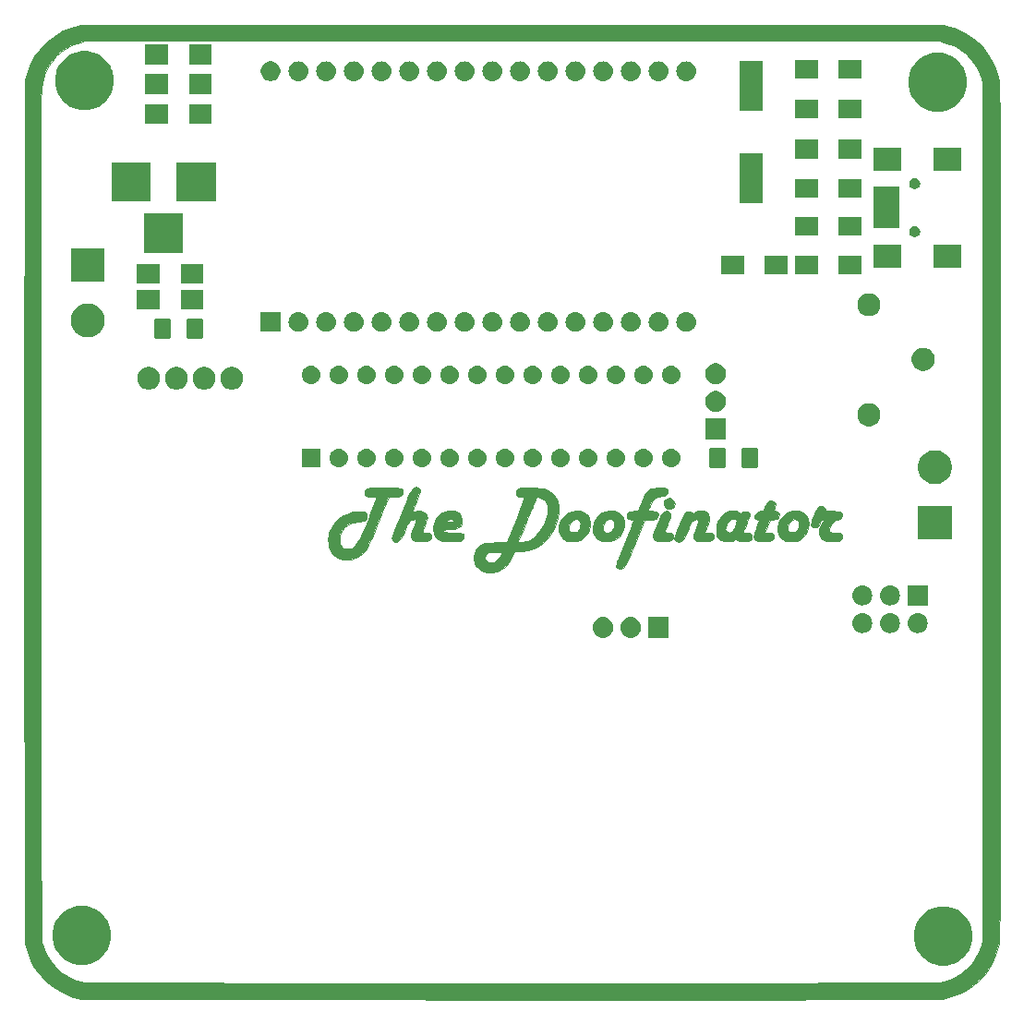
<source format=gbr>
G04 #@! TF.GenerationSoftware,KiCad,Pcbnew,(5.0.2)-1*
G04 #@! TF.CreationDate,2019-08-24T11:33:58-04:00*
G04 #@! TF.ProjectId,doof_PCB,646f6f66-5f50-4434-922e-6b696361645f,rev?*
G04 #@! TF.SameCoordinates,Original*
G04 #@! TF.FileFunction,Soldermask,Top*
G04 #@! TF.FilePolarity,Negative*
%FSLAX46Y46*%
G04 Gerber Fmt 4.6, Leading zero omitted, Abs format (unit mm)*
G04 Created by KiCad (PCBNEW (5.0.2)-1) date 8/24/2019 11:33:58 AM*
%MOMM*%
%LPD*%
G01*
G04 APERTURE LIST*
%ADD10C,0.010000*%
%ADD11C,0.100000*%
G04 APERTURE END LIST*
D10*
G04 #@! TO.C,G09*
G36*
X158698091Y-68098461D02*
X158851882Y-68225158D01*
X158943532Y-68419931D01*
X158958845Y-68557292D01*
X158912838Y-68783378D01*
X158791176Y-68951506D01*
X158618397Y-69050169D01*
X158419037Y-69067860D01*
X158217634Y-68993073D01*
X158146126Y-68938422D01*
X158036040Y-68789558D01*
X157968448Y-68605698D01*
X157967670Y-68601388D01*
X157955050Y-68453337D01*
X157994592Y-68343152D01*
X158101861Y-68220388D01*
X158299281Y-68086720D01*
X158505958Y-68049196D01*
X158698091Y-68098461D01*
X158698091Y-68098461D01*
G37*
X158698091Y-68098461D02*
X158851882Y-68225158D01*
X158943532Y-68419931D01*
X158958845Y-68557292D01*
X158912838Y-68783378D01*
X158791176Y-68951506D01*
X158618397Y-69050169D01*
X158419037Y-69067860D01*
X158217634Y-68993073D01*
X158146126Y-68938422D01*
X158036040Y-68789558D01*
X157968448Y-68605698D01*
X157967670Y-68601388D01*
X157955050Y-68453337D01*
X157994592Y-68343152D01*
X158101861Y-68220388D01*
X158299281Y-68086720D01*
X158505958Y-68049196D01*
X158698091Y-68098461D01*
G36*
X172544155Y-68782554D02*
X172673118Y-68917287D01*
X172701328Y-68981761D01*
X172758583Y-69113565D01*
X172815223Y-69191557D01*
X172892562Y-69208808D01*
X173056411Y-69222723D01*
X173280399Y-69231590D01*
X173466619Y-69233891D01*
X173798938Y-69241909D01*
X174034208Y-69269161D01*
X174187545Y-69322125D01*
X174274066Y-69407281D01*
X174308889Y-69531106D01*
X174311734Y-69596096D01*
X174264101Y-69795323D01*
X174122458Y-69933109D01*
X173899527Y-70005883D01*
X173717183Y-70082018D01*
X173524601Y-70235775D01*
X173346529Y-70437447D01*
X173207713Y-70657323D01*
X173132903Y-70865698D01*
X173126400Y-70933979D01*
X173150696Y-71059925D01*
X173234039Y-71143102D01*
X173392114Y-71190533D01*
X173640608Y-71209243D01*
X173743578Y-71210311D01*
X173971490Y-71216746D01*
X174118586Y-71240695D01*
X174216446Y-71289125D01*
X174255289Y-71323200D01*
X174353416Y-71478503D01*
X174341508Y-71642093D01*
X174219014Y-71819370D01*
X174203187Y-71835541D01*
X174126390Y-71908146D01*
X174053201Y-71955403D01*
X173958320Y-71982573D01*
X173816450Y-71994917D01*
X173602291Y-71997697D01*
X173427075Y-71996955D01*
X173164785Y-71991242D01*
X172935880Y-71978611D01*
X172769332Y-71961098D01*
X172703067Y-71946109D01*
X172464274Y-71791535D01*
X172304513Y-71571364D01*
X172225098Y-71301878D01*
X172227342Y-70999354D01*
X172312558Y-70680073D01*
X172482060Y-70360315D01*
X172565899Y-70245777D01*
X172740775Y-70024977D01*
X172572828Y-70024977D01*
X172461225Y-70039999D01*
X172386460Y-70104139D01*
X172317132Y-70246010D01*
X172309571Y-70264866D01*
X172171416Y-70527400D01*
X172008133Y-70694799D01*
X171828950Y-70761850D01*
X171643094Y-70723338D01*
X171573594Y-70680641D01*
X171502899Y-70595910D01*
X171477429Y-70468618D01*
X171499255Y-70285946D01*
X171570443Y-70035075D01*
X171693065Y-69703183D01*
X171756843Y-69545200D01*
X171889708Y-69234372D01*
X171996502Y-69015847D01*
X172085705Y-68874457D01*
X172165796Y-68795032D01*
X172181796Y-68785063D01*
X172369777Y-68734464D01*
X172544155Y-68782554D01*
X172544155Y-68782554D01*
G37*
X172544155Y-68782554D02*
X172673118Y-68917287D01*
X172701328Y-68981761D01*
X172758583Y-69113565D01*
X172815223Y-69191557D01*
X172892562Y-69208808D01*
X173056411Y-69222723D01*
X173280399Y-69231590D01*
X173466619Y-69233891D01*
X173798938Y-69241909D01*
X174034208Y-69269161D01*
X174187545Y-69322125D01*
X174274066Y-69407281D01*
X174308889Y-69531106D01*
X174311734Y-69596096D01*
X174264101Y-69795323D01*
X174122458Y-69933109D01*
X173899527Y-70005883D01*
X173717183Y-70082018D01*
X173524601Y-70235775D01*
X173346529Y-70437447D01*
X173207713Y-70657323D01*
X173132903Y-70865698D01*
X173126400Y-70933979D01*
X173150696Y-71059925D01*
X173234039Y-71143102D01*
X173392114Y-71190533D01*
X173640608Y-71209243D01*
X173743578Y-71210311D01*
X173971490Y-71216746D01*
X174118586Y-71240695D01*
X174216446Y-71289125D01*
X174255289Y-71323200D01*
X174353416Y-71478503D01*
X174341508Y-71642093D01*
X174219014Y-71819370D01*
X174203187Y-71835541D01*
X174126390Y-71908146D01*
X174053201Y-71955403D01*
X173958320Y-71982573D01*
X173816450Y-71994917D01*
X173602291Y-71997697D01*
X173427075Y-71996955D01*
X173164785Y-71991242D01*
X172935880Y-71978611D01*
X172769332Y-71961098D01*
X172703067Y-71946109D01*
X172464274Y-71791535D01*
X172304513Y-71571364D01*
X172225098Y-71301878D01*
X172227342Y-70999354D01*
X172312558Y-70680073D01*
X172482060Y-70360315D01*
X172565899Y-70245777D01*
X172740775Y-70024977D01*
X172572828Y-70024977D01*
X172461225Y-70039999D01*
X172386460Y-70104139D01*
X172317132Y-70246010D01*
X172309571Y-70264866D01*
X172171416Y-70527400D01*
X172008133Y-70694799D01*
X171828950Y-70761850D01*
X171643094Y-70723338D01*
X171573594Y-70680641D01*
X171502899Y-70595910D01*
X171477429Y-70468618D01*
X171499255Y-70285946D01*
X171570443Y-70035075D01*
X171693065Y-69703183D01*
X171756843Y-69545200D01*
X171889708Y-69234372D01*
X171996502Y-69015847D01*
X172085705Y-68874457D01*
X172165796Y-68795032D01*
X172181796Y-68785063D01*
X172369777Y-68734464D01*
X172544155Y-68782554D01*
G36*
X170431872Y-69220354D02*
X170545775Y-69250674D01*
X170728568Y-69352917D01*
X170920244Y-69523065D01*
X171086662Y-69724658D01*
X171193682Y-69921233D01*
X171204152Y-69953809D01*
X171257711Y-70347739D01*
X171213059Y-70751547D01*
X171079282Y-71140017D01*
X170865464Y-71487932D01*
X170580692Y-71770077D01*
X170538712Y-71800766D01*
X170416012Y-71881314D01*
X170304358Y-71932609D01*
X170171984Y-71962028D01*
X169987123Y-71976944D01*
X169749163Y-71984074D01*
X169492499Y-71983977D01*
X169261464Y-71973873D01*
X169091024Y-71955717D01*
X169040066Y-71944424D01*
X168812463Y-71819889D01*
X168611689Y-71611405D01*
X168465421Y-71347908D01*
X168462670Y-71340783D01*
X168402812Y-71064259D01*
X168402067Y-70804669D01*
X169295986Y-70804669D01*
X169298449Y-70848974D01*
X169333705Y-71016753D01*
X169418646Y-71115252D01*
X169457511Y-71137495D01*
X169647476Y-71184660D01*
X169872992Y-71174020D01*
X170021956Y-71131428D01*
X170135123Y-71039628D01*
X170248009Y-70881665D01*
X170334245Y-70701208D01*
X170367068Y-70559927D01*
X170370554Y-70364202D01*
X170345612Y-70236135D01*
X170280502Y-70131735D01*
X170240880Y-70087069D01*
X170134680Y-70001186D01*
X170011462Y-69983047D01*
X169916325Y-69996177D01*
X169663625Y-70095990D01*
X169464890Y-70279347D01*
X169336788Y-70523242D01*
X169295986Y-70804669D01*
X168402067Y-70804669D01*
X168401876Y-70738429D01*
X168456335Y-70408027D01*
X168558443Y-70126098D01*
X168729748Y-69866141D01*
X168965074Y-69616495D01*
X169230468Y-69407799D01*
X169491979Y-69270691D01*
X169515494Y-69262466D01*
X169804833Y-69201478D01*
X170128923Y-69187228D01*
X170431872Y-69220354D01*
X170431872Y-69220354D01*
G37*
X170431872Y-69220354D02*
X170545775Y-69250674D01*
X170728568Y-69352917D01*
X170920244Y-69523065D01*
X171086662Y-69724658D01*
X171193682Y-69921233D01*
X171204152Y-69953809D01*
X171257711Y-70347739D01*
X171213059Y-70751547D01*
X171079282Y-71140017D01*
X170865464Y-71487932D01*
X170580692Y-71770077D01*
X170538712Y-71800766D01*
X170416012Y-71881314D01*
X170304358Y-71932609D01*
X170171984Y-71962028D01*
X169987123Y-71976944D01*
X169749163Y-71984074D01*
X169492499Y-71983977D01*
X169261464Y-71973873D01*
X169091024Y-71955717D01*
X169040066Y-71944424D01*
X168812463Y-71819889D01*
X168611689Y-71611405D01*
X168465421Y-71347908D01*
X168462670Y-71340783D01*
X168402812Y-71064259D01*
X168402067Y-70804669D01*
X169295986Y-70804669D01*
X169298449Y-70848974D01*
X169333705Y-71016753D01*
X169418646Y-71115252D01*
X169457511Y-71137495D01*
X169647476Y-71184660D01*
X169872992Y-71174020D01*
X170021956Y-71131428D01*
X170135123Y-71039628D01*
X170248009Y-70881665D01*
X170334245Y-70701208D01*
X170367068Y-70559927D01*
X170370554Y-70364202D01*
X170345612Y-70236135D01*
X170280502Y-70131735D01*
X170240880Y-70087069D01*
X170134680Y-70001186D01*
X170011462Y-69983047D01*
X169916325Y-69996177D01*
X169663625Y-70095990D01*
X169464890Y-70279347D01*
X169336788Y-70523242D01*
X169295986Y-70804669D01*
X168402067Y-70804669D01*
X168401876Y-70738429D01*
X168456335Y-70408027D01*
X168558443Y-70126098D01*
X168729748Y-69866141D01*
X168965074Y-69616495D01*
X169230468Y-69407799D01*
X169491979Y-69270691D01*
X169515494Y-69262466D01*
X169804833Y-69201478D01*
X170128923Y-69187228D01*
X170431872Y-69220354D01*
G36*
X168040814Y-68317528D02*
X168164379Y-68435691D01*
X168209290Y-68616449D01*
X168170900Y-68846566D01*
X168101698Y-69011226D01*
X167987661Y-69234755D01*
X168177616Y-69234755D01*
X168371838Y-69280181D01*
X168501351Y-69398731D01*
X168554367Y-69563811D01*
X168519098Y-69748830D01*
X168452853Y-69855654D01*
X168348109Y-69940385D01*
X168182495Y-69993449D01*
X168020944Y-70017130D01*
X167690582Y-70053200D01*
X167448796Y-70631755D01*
X167207010Y-71210311D01*
X167542039Y-71210311D01*
X167760563Y-71221085D01*
X167901475Y-71258953D01*
X167986792Y-71320035D01*
X168067341Y-71471782D01*
X168053384Y-71649573D01*
X167949331Y-71825061D01*
X167900631Y-71873533D01*
X167826992Y-71930163D01*
X167742165Y-71967006D01*
X167621283Y-71988234D01*
X167439477Y-71998016D01*
X167171880Y-72000522D01*
X167143289Y-72000533D01*
X166866973Y-71998489D01*
X166678341Y-71989518D01*
X166552218Y-71969356D01*
X166463431Y-71933742D01*
X166386806Y-71878416D01*
X166378095Y-71870992D01*
X166280100Y-71757627D01*
X166233401Y-71618432D01*
X166239245Y-71436769D01*
X166298881Y-71196001D01*
X166413557Y-70879490D01*
X166461341Y-70761293D01*
X166561309Y-70517920D01*
X166646620Y-70309451D01*
X166707333Y-70160233D01*
X166732207Y-70098071D01*
X166710932Y-70039780D01*
X166621854Y-70024977D01*
X166474719Y-69984088D01*
X166390037Y-69921755D01*
X166306090Y-69760451D01*
X166318631Y-69591650D01*
X166414689Y-69435482D01*
X166581295Y-69312078D01*
X166805482Y-69241570D01*
X166830400Y-69238223D01*
X166976039Y-69216958D01*
X167067417Y-69178988D01*
X167132916Y-69098234D01*
X167200919Y-68948620D01*
X167233489Y-68867866D01*
X167383656Y-68568353D01*
X167553333Y-68375625D01*
X167747883Y-68284472D01*
X167843244Y-68275200D01*
X168040814Y-68317528D01*
X168040814Y-68317528D01*
G37*
X168040814Y-68317528D02*
X168164379Y-68435691D01*
X168209290Y-68616449D01*
X168170900Y-68846566D01*
X168101698Y-69011226D01*
X167987661Y-69234755D01*
X168177616Y-69234755D01*
X168371838Y-69280181D01*
X168501351Y-69398731D01*
X168554367Y-69563811D01*
X168519098Y-69748830D01*
X168452853Y-69855654D01*
X168348109Y-69940385D01*
X168182495Y-69993449D01*
X168020944Y-70017130D01*
X167690582Y-70053200D01*
X167448796Y-70631755D01*
X167207010Y-71210311D01*
X167542039Y-71210311D01*
X167760563Y-71221085D01*
X167901475Y-71258953D01*
X167986792Y-71320035D01*
X168067341Y-71471782D01*
X168053384Y-71649573D01*
X167949331Y-71825061D01*
X167900631Y-71873533D01*
X167826992Y-71930163D01*
X167742165Y-71967006D01*
X167621283Y-71988234D01*
X167439477Y-71998016D01*
X167171880Y-72000522D01*
X167143289Y-72000533D01*
X166866973Y-71998489D01*
X166678341Y-71989518D01*
X166552218Y-71969356D01*
X166463431Y-71933742D01*
X166386806Y-71878416D01*
X166378095Y-71870992D01*
X166280100Y-71757627D01*
X166233401Y-71618432D01*
X166239245Y-71436769D01*
X166298881Y-71196001D01*
X166413557Y-70879490D01*
X166461341Y-70761293D01*
X166561309Y-70517920D01*
X166646620Y-70309451D01*
X166707333Y-70160233D01*
X166732207Y-70098071D01*
X166710932Y-70039780D01*
X166621854Y-70024977D01*
X166474719Y-69984088D01*
X166390037Y-69921755D01*
X166306090Y-69760451D01*
X166318631Y-69591650D01*
X166414689Y-69435482D01*
X166581295Y-69312078D01*
X166805482Y-69241570D01*
X166830400Y-69238223D01*
X166976039Y-69216958D01*
X167067417Y-69178988D01*
X167132916Y-69098234D01*
X167200919Y-68948620D01*
X167233489Y-68867866D01*
X167383656Y-68568353D01*
X167553333Y-68375625D01*
X167747883Y-68284472D01*
X167843244Y-68275200D01*
X168040814Y-68317528D01*
G36*
X164573552Y-69212602D02*
X164795390Y-69319364D01*
X165003244Y-69460418D01*
X165124354Y-69347586D01*
X165281031Y-69260964D01*
X165463006Y-69243731D01*
X165638493Y-69286912D01*
X165775701Y-69381531D01*
X165842843Y-69518612D01*
X165845067Y-69551089D01*
X165825460Y-69625268D01*
X165772335Y-69781614D01*
X165694236Y-69997535D01*
X165599708Y-70250438D01*
X165497296Y-70517730D01*
X165395544Y-70776818D01*
X165302996Y-71005110D01*
X165233585Y-71167933D01*
X165273551Y-71191263D01*
X165396389Y-71206655D01*
X165517360Y-71210311D01*
X165794003Y-71239148D01*
X165976229Y-71324896D01*
X166062105Y-71466406D01*
X166069050Y-71538067D01*
X166031783Y-71728934D01*
X165919291Y-71865412D01*
X165722757Y-71952348D01*
X165433363Y-71994592D01*
X165227889Y-72000533D01*
X164984576Y-71995505D01*
X164825887Y-71976882D01*
X164723860Y-71939352D01*
X164665869Y-71893780D01*
X164587873Y-71825595D01*
X164521382Y-71821202D01*
X164417334Y-71880534D01*
X164397758Y-71893408D01*
X164233273Y-71956740D01*
X163998442Y-71993107D01*
X163732705Y-72001819D01*
X163475505Y-71982188D01*
X163266281Y-71933524D01*
X163220400Y-71913976D01*
X163079280Y-71812118D01*
X162939757Y-71663785D01*
X162909956Y-71623063D01*
X162836731Y-71499920D01*
X162793952Y-71373281D01*
X162773908Y-71206932D01*
X162768890Y-70964660D01*
X162768890Y-70960446D01*
X162770447Y-70907239D01*
X163610368Y-70907239D01*
X163668235Y-71076868D01*
X163794863Y-71180017D01*
X163982603Y-71203798D01*
X164169333Y-71157905D01*
X164262877Y-71090505D01*
X164358585Y-70950010D01*
X164467828Y-70719192D01*
X164483452Y-70682051D01*
X164566686Y-70468417D01*
X164628738Y-70283064D01*
X164658583Y-70159649D01*
X164659734Y-70143776D01*
X164610355Y-70022533D01*
X164485350Y-69945856D01*
X164319420Y-69934385D01*
X164310358Y-69935951D01*
X164191942Y-69956667D01*
X164139907Y-69964338D01*
X164068329Y-70009969D01*
X163960797Y-70116387D01*
X163845860Y-70251735D01*
X163752066Y-70384153D01*
X163731504Y-70420088D01*
X163628908Y-70684016D01*
X163610368Y-70907239D01*
X162770447Y-70907239D01*
X162776721Y-70692965D01*
X162806333Y-70489641D01*
X162866997Y-70302437D01*
X162918352Y-70185959D01*
X163121418Y-69846146D01*
X163375027Y-69567476D01*
X163663112Y-69357370D01*
X163969606Y-69223243D01*
X164278442Y-69172514D01*
X164573552Y-69212602D01*
X164573552Y-69212602D01*
G37*
X164573552Y-69212602D02*
X164795390Y-69319364D01*
X165003244Y-69460418D01*
X165124354Y-69347586D01*
X165281031Y-69260964D01*
X165463006Y-69243731D01*
X165638493Y-69286912D01*
X165775701Y-69381531D01*
X165842843Y-69518612D01*
X165845067Y-69551089D01*
X165825460Y-69625268D01*
X165772335Y-69781614D01*
X165694236Y-69997535D01*
X165599708Y-70250438D01*
X165497296Y-70517730D01*
X165395544Y-70776818D01*
X165302996Y-71005110D01*
X165233585Y-71167933D01*
X165273551Y-71191263D01*
X165396389Y-71206655D01*
X165517360Y-71210311D01*
X165794003Y-71239148D01*
X165976229Y-71324896D01*
X166062105Y-71466406D01*
X166069050Y-71538067D01*
X166031783Y-71728934D01*
X165919291Y-71865412D01*
X165722757Y-71952348D01*
X165433363Y-71994592D01*
X165227889Y-72000533D01*
X164984576Y-71995505D01*
X164825887Y-71976882D01*
X164723860Y-71939352D01*
X164665869Y-71893780D01*
X164587873Y-71825595D01*
X164521382Y-71821202D01*
X164417334Y-71880534D01*
X164397758Y-71893408D01*
X164233273Y-71956740D01*
X163998442Y-71993107D01*
X163732705Y-72001819D01*
X163475505Y-71982188D01*
X163266281Y-71933524D01*
X163220400Y-71913976D01*
X163079280Y-71812118D01*
X162939757Y-71663785D01*
X162909956Y-71623063D01*
X162836731Y-71499920D01*
X162793952Y-71373281D01*
X162773908Y-71206932D01*
X162768890Y-70964660D01*
X162768890Y-70960446D01*
X162770447Y-70907239D01*
X163610368Y-70907239D01*
X163668235Y-71076868D01*
X163794863Y-71180017D01*
X163982603Y-71203798D01*
X164169333Y-71157905D01*
X164262877Y-71090505D01*
X164358585Y-70950010D01*
X164467828Y-70719192D01*
X164483452Y-70682051D01*
X164566686Y-70468417D01*
X164628738Y-70283064D01*
X164658583Y-70159649D01*
X164659734Y-70143776D01*
X164610355Y-70022533D01*
X164485350Y-69945856D01*
X164319420Y-69934385D01*
X164310358Y-69935951D01*
X164191942Y-69956667D01*
X164139907Y-69964338D01*
X164068329Y-70009969D01*
X163960797Y-70116387D01*
X163845860Y-70251735D01*
X163752066Y-70384153D01*
X163731504Y-70420088D01*
X163628908Y-70684016D01*
X163610368Y-70907239D01*
X162770447Y-70907239D01*
X162776721Y-70692965D01*
X162806333Y-70489641D01*
X162866997Y-70302437D01*
X162918352Y-70185959D01*
X163121418Y-69846146D01*
X163375027Y-69567476D01*
X163663112Y-69357370D01*
X163969606Y-69223243D01*
X164278442Y-69172514D01*
X164573552Y-69212602D01*
G36*
X158448708Y-69300870D02*
X158507974Y-69348328D01*
X158563577Y-69418232D01*
X158591442Y-69501935D01*
X158588419Y-69615684D01*
X158551356Y-69775731D01*
X158477104Y-69998326D01*
X158362510Y-70299716D01*
X158286119Y-70492508D01*
X158010771Y-71182088D01*
X158301364Y-71197264D01*
X158566771Y-71227436D01*
X158736316Y-71290481D01*
X158824392Y-71395037D01*
X158845956Y-71524040D01*
X158811792Y-71698733D01*
X158738171Y-71839057D01*
X158683522Y-71897172D01*
X158616249Y-71936144D01*
X158513484Y-71960457D01*
X158352362Y-71974596D01*
X158110018Y-71983045D01*
X157990282Y-71985730D01*
X157637687Y-71986109D01*
X157393147Y-71969963D01*
X157253004Y-71937017D01*
X157238590Y-71929285D01*
X157064919Y-71779845D01*
X156990293Y-71602545D01*
X156985084Y-71535051D01*
X157006729Y-71414126D01*
X157067459Y-71213936D01*
X157158393Y-70956099D01*
X157270650Y-70662232D01*
X157395350Y-70353954D01*
X157523610Y-70052884D01*
X157646551Y-69780638D01*
X157755291Y-69558837D01*
X157840950Y-69409097D01*
X157877370Y-69363023D01*
X158058435Y-69259411D01*
X158262459Y-69238377D01*
X158448708Y-69300870D01*
X158448708Y-69300870D01*
G37*
X158448708Y-69300870D02*
X158507974Y-69348328D01*
X158563577Y-69418232D01*
X158591442Y-69501935D01*
X158588419Y-69615684D01*
X158551356Y-69775731D01*
X158477104Y-69998326D01*
X158362510Y-70299716D01*
X158286119Y-70492508D01*
X158010771Y-71182088D01*
X158301364Y-71197264D01*
X158566771Y-71227436D01*
X158736316Y-71290481D01*
X158824392Y-71395037D01*
X158845956Y-71524040D01*
X158811792Y-71698733D01*
X158738171Y-71839057D01*
X158683522Y-71897172D01*
X158616249Y-71936144D01*
X158513484Y-71960457D01*
X158352362Y-71974596D01*
X158110018Y-71983045D01*
X157990282Y-71985730D01*
X157637687Y-71986109D01*
X157393147Y-71969963D01*
X157253004Y-71937017D01*
X157238590Y-71929285D01*
X157064919Y-71779845D01*
X156990293Y-71602545D01*
X156985084Y-71535051D01*
X157006729Y-71414126D01*
X157067459Y-71213936D01*
X157158393Y-70956099D01*
X157270650Y-70662232D01*
X157395350Y-70353954D01*
X157523610Y-70052884D01*
X157646551Y-69780638D01*
X157755291Y-69558837D01*
X157840950Y-69409097D01*
X157877370Y-69363023D01*
X158058435Y-69259411D01*
X158262459Y-69238377D01*
X158448708Y-69300870D01*
G36*
X153346341Y-69189709D02*
X153664214Y-69291113D01*
X153941531Y-69475616D01*
X154161996Y-69741430D01*
X154242773Y-69897223D01*
X154322051Y-70208203D01*
X154316078Y-70549923D01*
X154235285Y-70899677D01*
X154090104Y-71234761D01*
X153890966Y-71532471D01*
X153648302Y-71770099D01*
X153372544Y-71924943D01*
X153300692Y-71947780D01*
X153103424Y-71980059D01*
X152846714Y-71994184D01*
X152568821Y-71991127D01*
X152308006Y-71971861D01*
X152102529Y-71937360D01*
X152034544Y-71915571D01*
X151788065Y-71753257D01*
X151606195Y-71508680D01*
X151495996Y-71196697D01*
X151464527Y-70832161D01*
X151467845Y-70772478D01*
X152354845Y-70772478D01*
X152399856Y-70987558D01*
X152521530Y-71135121D01*
X152699830Y-71205897D01*
X152914716Y-71190615D01*
X153093113Y-71114013D01*
X153256893Y-70964600D01*
X153379125Y-70754286D01*
X153445908Y-70521110D01*
X153443344Y-70303109D01*
X153418036Y-70224766D01*
X153298096Y-70066063D01*
X153137618Y-69994067D01*
X152955088Y-69999252D01*
X152768993Y-70072095D01*
X152597819Y-70203074D01*
X152460052Y-70382664D01*
X152374179Y-70601343D01*
X152354845Y-70772478D01*
X151467845Y-70772478D01*
X151470296Y-70728416D01*
X151523808Y-70390007D01*
X151632608Y-70107456D01*
X151814724Y-69843756D01*
X151995235Y-69650807D01*
X152312359Y-69401951D01*
X152654117Y-69243341D01*
X153004209Y-69173189D01*
X153346341Y-69189709D01*
X153346341Y-69189709D01*
G37*
X153346341Y-69189709D02*
X153664214Y-69291113D01*
X153941531Y-69475616D01*
X154161996Y-69741430D01*
X154242773Y-69897223D01*
X154322051Y-70208203D01*
X154316078Y-70549923D01*
X154235285Y-70899677D01*
X154090104Y-71234761D01*
X153890966Y-71532471D01*
X153648302Y-71770099D01*
X153372544Y-71924943D01*
X153300692Y-71947780D01*
X153103424Y-71980059D01*
X152846714Y-71994184D01*
X152568821Y-71991127D01*
X152308006Y-71971861D01*
X152102529Y-71937360D01*
X152034544Y-71915571D01*
X151788065Y-71753257D01*
X151606195Y-71508680D01*
X151495996Y-71196697D01*
X151464527Y-70832161D01*
X151467845Y-70772478D01*
X152354845Y-70772478D01*
X152399856Y-70987558D01*
X152521530Y-71135121D01*
X152699830Y-71205897D01*
X152914716Y-71190615D01*
X153093113Y-71114013D01*
X153256893Y-70964600D01*
X153379125Y-70754286D01*
X153445908Y-70521110D01*
X153443344Y-70303109D01*
X153418036Y-70224766D01*
X153298096Y-70066063D01*
X153137618Y-69994067D01*
X152955088Y-69999252D01*
X152768993Y-70072095D01*
X152597819Y-70203074D01*
X152460052Y-70382664D01*
X152374179Y-70601343D01*
X152354845Y-70772478D01*
X151467845Y-70772478D01*
X151470296Y-70728416D01*
X151523808Y-70390007D01*
X151632608Y-70107456D01*
X151814724Y-69843756D01*
X151995235Y-69650807D01*
X152312359Y-69401951D01*
X152654117Y-69243341D01*
X153004209Y-69173189D01*
X153346341Y-69189709D01*
G36*
X150252003Y-69203845D02*
X150547794Y-69287402D01*
X150806605Y-69438375D01*
X151013882Y-69656445D01*
X151155076Y-69941291D01*
X151208527Y-70195513D01*
X151200992Y-70570860D01*
X151108430Y-70948443D01*
X150943771Y-71301991D01*
X150719947Y-71605235D01*
X150449890Y-71831904D01*
X150384522Y-71869432D01*
X150234972Y-71937402D01*
X150081730Y-71976700D01*
X149887069Y-71993818D01*
X149650745Y-71995681D01*
X149405919Y-71987756D01*
X149185819Y-71971009D01*
X149029177Y-71948650D01*
X149002289Y-71941919D01*
X148758442Y-71813672D01*
X148566927Y-71602863D01*
X148433167Y-71329612D01*
X148362587Y-71014039D01*
X148361391Y-70809686D01*
X149250400Y-70809686D01*
X149264559Y-70970522D01*
X149322353Y-71066762D01*
X149405623Y-71123061D01*
X149616310Y-71182995D01*
X149862468Y-71167526D01*
X149995688Y-71126611D01*
X150128587Y-71019565D01*
X150239302Y-70837498D01*
X150314958Y-70617895D01*
X150342679Y-70398241D01*
X150309588Y-70216019D01*
X150308957Y-70214623D01*
X150189702Y-70055291D01*
X150031883Y-69984168D01*
X149852944Y-69991451D01*
X149670327Y-70067333D01*
X149501476Y-70202008D01*
X149363833Y-70385671D01*
X149274843Y-70608516D01*
X149250400Y-70809686D01*
X148361391Y-70809686D01*
X148360609Y-70676263D01*
X148432659Y-70336406D01*
X148515508Y-70136206D01*
X148727614Y-69808532D01*
X148990045Y-69550197D01*
X149288250Y-69360881D01*
X149607679Y-69240264D01*
X149933781Y-69188026D01*
X150252003Y-69203845D01*
X150252003Y-69203845D01*
G37*
X150252003Y-69203845D02*
X150547794Y-69287402D01*
X150806605Y-69438375D01*
X151013882Y-69656445D01*
X151155076Y-69941291D01*
X151208527Y-70195513D01*
X151200992Y-70570860D01*
X151108430Y-70948443D01*
X150943771Y-71301991D01*
X150719947Y-71605235D01*
X150449890Y-71831904D01*
X150384522Y-71869432D01*
X150234972Y-71937402D01*
X150081730Y-71976700D01*
X149887069Y-71993818D01*
X149650745Y-71995681D01*
X149405919Y-71987756D01*
X149185819Y-71971009D01*
X149029177Y-71948650D01*
X149002289Y-71941919D01*
X148758442Y-71813672D01*
X148566927Y-71602863D01*
X148433167Y-71329612D01*
X148362587Y-71014039D01*
X148361391Y-70809686D01*
X149250400Y-70809686D01*
X149264559Y-70970522D01*
X149322353Y-71066762D01*
X149405623Y-71123061D01*
X149616310Y-71182995D01*
X149862468Y-71167526D01*
X149995688Y-71126611D01*
X150128587Y-71019565D01*
X150239302Y-70837498D01*
X150314958Y-70617895D01*
X150342679Y-70398241D01*
X150309588Y-70216019D01*
X150308957Y-70214623D01*
X150189702Y-70055291D01*
X150031883Y-69984168D01*
X149852944Y-69991451D01*
X149670327Y-70067333D01*
X149501476Y-70202008D01*
X149363833Y-70385671D01*
X149274843Y-70608516D01*
X149250400Y-70809686D01*
X148361391Y-70809686D01*
X148360609Y-70676263D01*
X148432659Y-70336406D01*
X148515508Y-70136206D01*
X148727614Y-69808532D01*
X148990045Y-69550197D01*
X149288250Y-69360881D01*
X149607679Y-69240264D01*
X149933781Y-69188026D01*
X150252003Y-69203845D01*
G36*
X138685719Y-69201455D02*
X138997660Y-69294282D01*
X139236408Y-69461947D01*
X139394244Y-69698280D01*
X139463445Y-69997112D01*
X139465335Y-70114201D01*
X139425373Y-70392984D01*
X139320353Y-70606114D01*
X139141233Y-70759740D01*
X138878966Y-70860009D01*
X138524510Y-70913069D01*
X138273090Y-70924636D01*
X138034407Y-70930471D01*
X137842753Y-70937705D01*
X137722884Y-70945257D01*
X137695118Y-70949890D01*
X137712478Y-71000300D01*
X137759898Y-71073320D01*
X137802451Y-71116513D01*
X137869449Y-71148030D01*
X137979370Y-71170660D01*
X138150698Y-71187195D01*
X138401912Y-71200425D01*
X138667141Y-71210311D01*
X138993792Y-71222870D01*
X139226082Y-71236513D01*
X139382525Y-71254048D01*
X139481636Y-71278285D01*
X139541929Y-71312037D01*
X139574892Y-71348099D01*
X139647568Y-71510715D01*
X139616806Y-71671089D01*
X139489853Y-71835541D01*
X139324862Y-72000533D01*
X138487964Y-71996077D01*
X138177532Y-71990562D01*
X137894730Y-71978446D01*
X137664838Y-71961322D01*
X137513135Y-71940786D01*
X137481734Y-71932590D01*
X137201350Y-71780524D01*
X136999705Y-71550041D01*
X136879657Y-71246306D01*
X136844066Y-70874488D01*
X136847669Y-70786977D01*
X136918695Y-70354912D01*
X136974394Y-70225323D01*
X137923338Y-70225323D01*
X137952996Y-70246777D01*
X138057789Y-70247854D01*
X138244356Y-70233090D01*
X138433417Y-70215600D01*
X138570631Y-70202549D01*
X138624734Y-70196942D01*
X138637358Y-70148234D01*
X138638845Y-70110719D01*
X138593224Y-70026740D01*
X138476642Y-69989351D01*
X138319521Y-69995489D01*
X138152283Y-70042091D01*
X138005350Y-70126093D01*
X137949894Y-70180087D01*
X137923338Y-70225323D01*
X136974394Y-70225323D01*
X137078042Y-69984182D01*
X137333549Y-69656957D01*
X137353435Y-69637004D01*
X137639868Y-69400245D01*
X137938667Y-69257294D01*
X138285412Y-69191480D01*
X138308308Y-69189636D01*
X138685719Y-69201455D01*
X138685719Y-69201455D01*
G37*
X138685719Y-69201455D02*
X138997660Y-69294282D01*
X139236408Y-69461947D01*
X139394244Y-69698280D01*
X139463445Y-69997112D01*
X139465335Y-70114201D01*
X139425373Y-70392984D01*
X139320353Y-70606114D01*
X139141233Y-70759740D01*
X138878966Y-70860009D01*
X138524510Y-70913069D01*
X138273090Y-70924636D01*
X138034407Y-70930471D01*
X137842753Y-70937705D01*
X137722884Y-70945257D01*
X137695118Y-70949890D01*
X137712478Y-71000300D01*
X137759898Y-71073320D01*
X137802451Y-71116513D01*
X137869449Y-71148030D01*
X137979370Y-71170660D01*
X138150698Y-71187195D01*
X138401912Y-71200425D01*
X138667141Y-71210311D01*
X138993792Y-71222870D01*
X139226082Y-71236513D01*
X139382525Y-71254048D01*
X139481636Y-71278285D01*
X139541929Y-71312037D01*
X139574892Y-71348099D01*
X139647568Y-71510715D01*
X139616806Y-71671089D01*
X139489853Y-71835541D01*
X139324862Y-72000533D01*
X138487964Y-71996077D01*
X138177532Y-71990562D01*
X137894730Y-71978446D01*
X137664838Y-71961322D01*
X137513135Y-71940786D01*
X137481734Y-71932590D01*
X137201350Y-71780524D01*
X136999705Y-71550041D01*
X136879657Y-71246306D01*
X136844066Y-70874488D01*
X136847669Y-70786977D01*
X136918695Y-70354912D01*
X136974394Y-70225323D01*
X137923338Y-70225323D01*
X137952996Y-70246777D01*
X138057789Y-70247854D01*
X138244356Y-70233090D01*
X138433417Y-70215600D01*
X138570631Y-70202549D01*
X138624734Y-70196942D01*
X138637358Y-70148234D01*
X138638845Y-70110719D01*
X138593224Y-70026740D01*
X138476642Y-69989351D01*
X138319521Y-69995489D01*
X138152283Y-70042091D01*
X138005350Y-70126093D01*
X137949894Y-70180087D01*
X137923338Y-70225323D01*
X136974394Y-70225323D01*
X137078042Y-69984182D01*
X137333549Y-69656957D01*
X137353435Y-69637004D01*
X137639868Y-69400245D01*
X137938667Y-69257294D01*
X138285412Y-69191480D01*
X138308308Y-69189636D01*
X138685719Y-69201455D01*
G36*
X161717215Y-69236973D02*
X161934063Y-69365467D01*
X162088916Y-69557590D01*
X162159142Y-69786378D01*
X162158005Y-69928830D01*
X162120595Y-70110315D01*
X162041113Y-70353297D01*
X161954378Y-70579437D01*
X161861658Y-70814487D01*
X161786855Y-71008527D01*
X161738518Y-71139089D01*
X161724623Y-71183223D01*
X161775886Y-71197586D01*
X161908993Y-71207408D01*
X162059257Y-71210311D01*
X162310376Y-71229223D01*
X162469184Y-71293158D01*
X162550947Y-71412913D01*
X162571289Y-71572483D01*
X162553026Y-71728956D01*
X162488111Y-71840948D01*
X162361350Y-71916153D01*
X162157555Y-71962264D01*
X161861533Y-71986974D01*
X161743563Y-71991660D01*
X161414339Y-71998611D01*
X161177531Y-71991755D01*
X161013094Y-71967102D01*
X160900983Y-71920661D01*
X160821152Y-71848442D01*
X160786948Y-71801221D01*
X160730377Y-71696830D01*
X160705258Y-71587284D01*
X160714686Y-71451738D01*
X160761759Y-71269345D01*
X160849574Y-71019261D01*
X160936691Y-70793408D01*
X161049281Y-70493438D01*
X161113105Y-70279914D01*
X161127893Y-70137340D01*
X161093372Y-70050220D01*
X161009272Y-70003058D01*
X160922555Y-69985761D01*
X160755150Y-70007568D01*
X160595247Y-70123094D01*
X160437803Y-70338059D01*
X160277775Y-70658181D01*
X160230546Y-70770562D01*
X160064375Y-71173491D01*
X159929146Y-71482876D01*
X159816214Y-71710895D01*
X159716935Y-71869725D01*
X159622663Y-71971541D01*
X159524754Y-72028522D01*
X159414563Y-72052843D01*
X159317271Y-72056977D01*
X159131843Y-72011840D01*
X159024846Y-71915195D01*
X158945364Y-71754656D01*
X158945532Y-71650235D01*
X158983202Y-71536110D01*
X159055134Y-71343138D01*
X159152973Y-71091737D01*
X159268368Y-70802322D01*
X159392964Y-70495311D01*
X159518409Y-70191118D01*
X159636350Y-69910161D01*
X159738433Y-69672855D01*
X159816305Y-69499618D01*
X159861614Y-69410865D01*
X159861956Y-69410351D01*
X159997482Y-69299040D01*
X160187039Y-69247740D01*
X160386022Y-69261554D01*
X160535589Y-69333297D01*
X160622290Y-69397162D01*
X160693210Y-69411489D01*
X160789880Y-69373794D01*
X160901605Y-69311411D01*
X161180296Y-69202131D01*
X161459063Y-69179923D01*
X161717215Y-69236973D01*
X161717215Y-69236973D01*
G37*
X161717215Y-69236973D02*
X161934063Y-69365467D01*
X162088916Y-69557590D01*
X162159142Y-69786378D01*
X162158005Y-69928830D01*
X162120595Y-70110315D01*
X162041113Y-70353297D01*
X161954378Y-70579437D01*
X161861658Y-70814487D01*
X161786855Y-71008527D01*
X161738518Y-71139089D01*
X161724623Y-71183223D01*
X161775886Y-71197586D01*
X161908993Y-71207408D01*
X162059257Y-71210311D01*
X162310376Y-71229223D01*
X162469184Y-71293158D01*
X162550947Y-71412913D01*
X162571289Y-71572483D01*
X162553026Y-71728956D01*
X162488111Y-71840948D01*
X162361350Y-71916153D01*
X162157555Y-71962264D01*
X161861533Y-71986974D01*
X161743563Y-71991660D01*
X161414339Y-71998611D01*
X161177531Y-71991755D01*
X161013094Y-71967102D01*
X160900983Y-71920661D01*
X160821152Y-71848442D01*
X160786948Y-71801221D01*
X160730377Y-71696830D01*
X160705258Y-71587284D01*
X160714686Y-71451738D01*
X160761759Y-71269345D01*
X160849574Y-71019261D01*
X160936691Y-70793408D01*
X161049281Y-70493438D01*
X161113105Y-70279914D01*
X161127893Y-70137340D01*
X161093372Y-70050220D01*
X161009272Y-70003058D01*
X160922555Y-69985761D01*
X160755150Y-70007568D01*
X160595247Y-70123094D01*
X160437803Y-70338059D01*
X160277775Y-70658181D01*
X160230546Y-70770562D01*
X160064375Y-71173491D01*
X159929146Y-71482876D01*
X159816214Y-71710895D01*
X159716935Y-71869725D01*
X159622663Y-71971541D01*
X159524754Y-72028522D01*
X159414563Y-72052843D01*
X159317271Y-72056977D01*
X159131843Y-72011840D01*
X159024846Y-71915195D01*
X158945364Y-71754656D01*
X158945532Y-71650235D01*
X158983202Y-71536110D01*
X159055134Y-71343138D01*
X159152973Y-71091737D01*
X159268368Y-70802322D01*
X159392964Y-70495311D01*
X159518409Y-70191118D01*
X159636350Y-69910161D01*
X159738433Y-69672855D01*
X159816305Y-69499618D01*
X159861614Y-69410865D01*
X159861956Y-69410351D01*
X159997482Y-69299040D01*
X160187039Y-69247740D01*
X160386022Y-69261554D01*
X160535589Y-69333297D01*
X160622290Y-69397162D01*
X160693210Y-69411489D01*
X160789880Y-69373794D01*
X160901605Y-69311411D01*
X161180296Y-69202131D01*
X161459063Y-69179923D01*
X161717215Y-69236973D01*
G36*
X135419962Y-67073877D02*
X135559671Y-67174160D01*
X135640223Y-67302646D01*
X135647289Y-67350107D01*
X135626891Y-67430393D01*
X135570364Y-67595953D01*
X135484707Y-67827738D01*
X135376919Y-68106697D01*
X135280400Y-68348695D01*
X135160624Y-68647375D01*
X135057226Y-68909705D01*
X134977100Y-69117829D01*
X134927138Y-69253894D01*
X134913511Y-69299130D01*
X134958831Y-69307474D01*
X135071449Y-69275087D01*
X135109254Y-69260097D01*
X135389726Y-69189190D01*
X135662806Y-69201294D01*
X135907788Y-69286098D01*
X136103965Y-69433290D01*
X136230630Y-69632561D01*
X136268178Y-69837162D01*
X136243988Y-69990637D01*
X136173818Y-70234729D01*
X136061274Y-70558639D01*
X135909958Y-70951565D01*
X135833580Y-71139755D01*
X135849408Y-71181372D01*
X135949408Y-71203801D01*
X136140502Y-71210311D01*
X136404593Y-71235357D01*
X136573550Y-71313270D01*
X136654077Y-71448212D01*
X136663289Y-71534694D01*
X136640321Y-71708859D01*
X136563007Y-71836277D01*
X136418731Y-71922935D01*
X136194880Y-71974818D01*
X135878837Y-71997912D01*
X135681462Y-72000533D01*
X135410853Y-71998369D01*
X135227099Y-71988805D01*
X135104198Y-71967233D01*
X135016150Y-71929043D01*
X134936956Y-71869628D01*
X134935402Y-71868293D01*
X134834850Y-71747866D01*
X134793045Y-71598051D01*
X134810937Y-71401594D01*
X134889477Y-71141240D01*
X134989132Y-70892778D01*
X135125583Y-70554000D01*
X135204239Y-70303480D01*
X135224589Y-70132200D01*
X135186121Y-70031143D01*
X135088326Y-69991292D01*
X134938650Y-70002156D01*
X134813386Y-70035069D01*
X134706420Y-70093308D01*
X134608007Y-70191008D01*
X134508402Y-70342307D01*
X134397863Y-70561339D01*
X134266644Y-70862242D01*
X134150851Y-71145062D01*
X133992520Y-71507049D01*
X133847311Y-71768646D01*
X133706923Y-71940303D01*
X133563055Y-72032467D01*
X133427060Y-72056113D01*
X133282103Y-72043183D01*
X133187132Y-72013780D01*
X133073974Y-71875857D01*
X133037077Y-71693845D01*
X133050484Y-71610167D01*
X133082280Y-71521635D01*
X133151066Y-71343057D01*
X133251036Y-71088849D01*
X133376384Y-70773428D01*
X133521303Y-70411210D01*
X133679988Y-70016611D01*
X133846632Y-69604047D01*
X134015428Y-69187936D01*
X134180572Y-68782693D01*
X134336256Y-68402734D01*
X134476675Y-68062476D01*
X134558712Y-67865355D01*
X134708185Y-67532195D01*
X134841441Y-67295507D01*
X134969506Y-67142207D01*
X135103402Y-67059215D01*
X135254155Y-67033448D01*
X135259790Y-67033422D01*
X135419962Y-67073877D01*
X135419962Y-67073877D01*
G37*
X135419962Y-67073877D02*
X135559671Y-67174160D01*
X135640223Y-67302646D01*
X135647289Y-67350107D01*
X135626891Y-67430393D01*
X135570364Y-67595953D01*
X135484707Y-67827738D01*
X135376919Y-68106697D01*
X135280400Y-68348695D01*
X135160624Y-68647375D01*
X135057226Y-68909705D01*
X134977100Y-69117829D01*
X134927138Y-69253894D01*
X134913511Y-69299130D01*
X134958831Y-69307474D01*
X135071449Y-69275087D01*
X135109254Y-69260097D01*
X135389726Y-69189190D01*
X135662806Y-69201294D01*
X135907788Y-69286098D01*
X136103965Y-69433290D01*
X136230630Y-69632561D01*
X136268178Y-69837162D01*
X136243988Y-69990637D01*
X136173818Y-70234729D01*
X136061274Y-70558639D01*
X135909958Y-70951565D01*
X135833580Y-71139755D01*
X135849408Y-71181372D01*
X135949408Y-71203801D01*
X136140502Y-71210311D01*
X136404593Y-71235357D01*
X136573550Y-71313270D01*
X136654077Y-71448212D01*
X136663289Y-71534694D01*
X136640321Y-71708859D01*
X136563007Y-71836277D01*
X136418731Y-71922935D01*
X136194880Y-71974818D01*
X135878837Y-71997912D01*
X135681462Y-72000533D01*
X135410853Y-71998369D01*
X135227099Y-71988805D01*
X135104198Y-71967233D01*
X135016150Y-71929043D01*
X134936956Y-71869628D01*
X134935402Y-71868293D01*
X134834850Y-71747866D01*
X134793045Y-71598051D01*
X134810937Y-71401594D01*
X134889477Y-71141240D01*
X134989132Y-70892778D01*
X135125583Y-70554000D01*
X135204239Y-70303480D01*
X135224589Y-70132200D01*
X135186121Y-70031143D01*
X135088326Y-69991292D01*
X134938650Y-70002156D01*
X134813386Y-70035069D01*
X134706420Y-70093308D01*
X134608007Y-70191008D01*
X134508402Y-70342307D01*
X134397863Y-70561339D01*
X134266644Y-70862242D01*
X134150851Y-71145062D01*
X133992520Y-71507049D01*
X133847311Y-71768646D01*
X133706923Y-71940303D01*
X133563055Y-72032467D01*
X133427060Y-72056113D01*
X133282103Y-72043183D01*
X133187132Y-72013780D01*
X133073974Y-71875857D01*
X133037077Y-71693845D01*
X133050484Y-71610167D01*
X133082280Y-71521635D01*
X133151066Y-71343057D01*
X133251036Y-71088849D01*
X133376384Y-70773428D01*
X133521303Y-70411210D01*
X133679988Y-70016611D01*
X133846632Y-69604047D01*
X134015428Y-69187936D01*
X134180572Y-68782693D01*
X134336256Y-68402734D01*
X134476675Y-68062476D01*
X134558712Y-67865355D01*
X134708185Y-67532195D01*
X134841441Y-67295507D01*
X134969506Y-67142207D01*
X135103402Y-67059215D01*
X135254155Y-67033448D01*
X135259790Y-67033422D01*
X135419962Y-67073877D01*
G36*
X132353290Y-67091924D02*
X132832241Y-67094117D01*
X133210246Y-67098942D01*
X133499245Y-67108955D01*
X133711180Y-67126712D01*
X133857993Y-67154767D01*
X133951625Y-67195677D01*
X134004019Y-67251997D01*
X134027114Y-67326283D01*
X134032855Y-67421091D01*
X134032978Y-67451396D01*
X134011725Y-67635705D01*
X133938128Y-67766482D01*
X133797432Y-67852720D01*
X133574880Y-67903414D01*
X133255716Y-67927559D01*
X133251577Y-67927712D01*
X132721486Y-67947113D01*
X132173946Y-69310601D01*
X131902286Y-69985768D01*
X131667751Y-70564748D01*
X131466117Y-71056397D01*
X131293164Y-71469575D01*
X131144669Y-71813137D01*
X131016412Y-72095943D01*
X130904171Y-72326849D01*
X130803725Y-72514714D01*
X130710851Y-72668395D01*
X130621330Y-72796749D01*
X130530938Y-72908634D01*
X130435455Y-73012908D01*
X130384809Y-73064634D01*
X130052367Y-73348788D01*
X129704567Y-73537188D01*
X129312076Y-73642633D01*
X128987898Y-73674264D01*
X128713089Y-73679505D01*
X128506958Y-73663144D01*
X128326464Y-73619803D01*
X128208000Y-73576802D01*
X127890492Y-73398561D01*
X127603759Y-73141107D01*
X127382798Y-72838033D01*
X127330641Y-72734545D01*
X127251846Y-72473844D01*
X127207405Y-72146569D01*
X127198969Y-71794192D01*
X127228190Y-71458189D01*
X127271754Y-71255558D01*
X127467515Y-70778442D01*
X127759699Y-70346475D01*
X128137587Y-69969248D01*
X128590457Y-69656356D01*
X129107590Y-69417393D01*
X129440995Y-69314325D01*
X129742537Y-69258688D01*
X130041478Y-69241146D01*
X130309805Y-69260175D01*
X130519504Y-69314253D01*
X130623195Y-69378617D01*
X130736877Y-69565744D01*
X130749381Y-69781442D01*
X130701712Y-69922199D01*
X130657352Y-70000104D01*
X130602865Y-70056542D01*
X130516954Y-70099874D01*
X130378322Y-70138460D01*
X130165673Y-70180659D01*
X129943056Y-70220013D01*
X129449039Y-70337610D01*
X129047443Y-70506119D01*
X128726507Y-70732977D01*
X128474470Y-71025621D01*
X128358487Y-71222080D01*
X128273643Y-71459183D01*
X128230962Y-71735361D01*
X128231489Y-72011487D01*
X128276271Y-72248438D01*
X128328070Y-72360595D01*
X128466278Y-72529607D01*
X128630864Y-72636329D01*
X128845490Y-72688806D01*
X129133815Y-72695082D01*
X129284387Y-72685733D01*
X129405816Y-72631935D01*
X129562920Y-72499760D01*
X129737470Y-72310022D01*
X129911241Y-72083533D01*
X130066005Y-71841108D01*
X130131609Y-71718311D01*
X130205596Y-71558847D01*
X130314075Y-71311530D01*
X130449858Y-70993420D01*
X130605755Y-70621575D01*
X130774577Y-70213054D01*
X130949135Y-69784916D01*
X131011755Y-69629866D01*
X131682477Y-67964755D01*
X131189668Y-67936533D01*
X130895855Y-67910786D01*
X130697911Y-67867427D01*
X130579155Y-67797605D01*
X130522908Y-67692470D01*
X130511709Y-67576844D01*
X130526991Y-67416019D01*
X130588743Y-67303640D01*
X130723774Y-67192884D01*
X130736623Y-67184010D01*
X130790497Y-67154336D01*
X130864245Y-67131446D01*
X130971701Y-67114552D01*
X131126703Y-67102866D01*
X131343087Y-67095600D01*
X131634689Y-67091965D01*
X132015345Y-67091173D01*
X132353290Y-67091924D01*
X132353290Y-67091924D01*
G37*
X132353290Y-67091924D02*
X132832241Y-67094117D01*
X133210246Y-67098942D01*
X133499245Y-67108955D01*
X133711180Y-67126712D01*
X133857993Y-67154767D01*
X133951625Y-67195677D01*
X134004019Y-67251997D01*
X134027114Y-67326283D01*
X134032855Y-67421091D01*
X134032978Y-67451396D01*
X134011725Y-67635705D01*
X133938128Y-67766482D01*
X133797432Y-67852720D01*
X133574880Y-67903414D01*
X133255716Y-67927559D01*
X133251577Y-67927712D01*
X132721486Y-67947113D01*
X132173946Y-69310601D01*
X131902286Y-69985768D01*
X131667751Y-70564748D01*
X131466117Y-71056397D01*
X131293164Y-71469575D01*
X131144669Y-71813137D01*
X131016412Y-72095943D01*
X130904171Y-72326849D01*
X130803725Y-72514714D01*
X130710851Y-72668395D01*
X130621330Y-72796749D01*
X130530938Y-72908634D01*
X130435455Y-73012908D01*
X130384809Y-73064634D01*
X130052367Y-73348788D01*
X129704567Y-73537188D01*
X129312076Y-73642633D01*
X128987898Y-73674264D01*
X128713089Y-73679505D01*
X128506958Y-73663144D01*
X128326464Y-73619803D01*
X128208000Y-73576802D01*
X127890492Y-73398561D01*
X127603759Y-73141107D01*
X127382798Y-72838033D01*
X127330641Y-72734545D01*
X127251846Y-72473844D01*
X127207405Y-72146569D01*
X127198969Y-71794192D01*
X127228190Y-71458189D01*
X127271754Y-71255558D01*
X127467515Y-70778442D01*
X127759699Y-70346475D01*
X128137587Y-69969248D01*
X128590457Y-69656356D01*
X129107590Y-69417393D01*
X129440995Y-69314325D01*
X129742537Y-69258688D01*
X130041478Y-69241146D01*
X130309805Y-69260175D01*
X130519504Y-69314253D01*
X130623195Y-69378617D01*
X130736877Y-69565744D01*
X130749381Y-69781442D01*
X130701712Y-69922199D01*
X130657352Y-70000104D01*
X130602865Y-70056542D01*
X130516954Y-70099874D01*
X130378322Y-70138460D01*
X130165673Y-70180659D01*
X129943056Y-70220013D01*
X129449039Y-70337610D01*
X129047443Y-70506119D01*
X128726507Y-70732977D01*
X128474470Y-71025621D01*
X128358487Y-71222080D01*
X128273643Y-71459183D01*
X128230962Y-71735361D01*
X128231489Y-72011487D01*
X128276271Y-72248438D01*
X128328070Y-72360595D01*
X128466278Y-72529607D01*
X128630864Y-72636329D01*
X128845490Y-72688806D01*
X129133815Y-72695082D01*
X129284387Y-72685733D01*
X129405816Y-72631935D01*
X129562920Y-72499760D01*
X129737470Y-72310022D01*
X129911241Y-72083533D01*
X130066005Y-71841108D01*
X130131609Y-71718311D01*
X130205596Y-71558847D01*
X130314075Y-71311530D01*
X130449858Y-70993420D01*
X130605755Y-70621575D01*
X130774577Y-70213054D01*
X130949135Y-69784916D01*
X131011755Y-69629866D01*
X131682477Y-67964755D01*
X131189668Y-67936533D01*
X130895855Y-67910786D01*
X130697911Y-67867427D01*
X130579155Y-67797605D01*
X130522908Y-67692470D01*
X130511709Y-67576844D01*
X130526991Y-67416019D01*
X130588743Y-67303640D01*
X130723774Y-67192884D01*
X130736623Y-67184010D01*
X130790497Y-67154336D01*
X130864245Y-67131446D01*
X130971701Y-67114552D01*
X131126703Y-67102866D01*
X131343087Y-67095600D01*
X131634689Y-67091965D01*
X132015345Y-67091173D01*
X132353290Y-67091924D01*
G36*
X157863562Y-67093586D02*
X158028893Y-67108077D01*
X158135706Y-67138337D01*
X158211112Y-67189361D01*
X158225067Y-67202755D01*
X158316772Y-67327317D01*
X158329774Y-67463482D01*
X158285012Y-67616881D01*
X158193393Y-67735328D01*
X158015285Y-67821752D01*
X157740998Y-67879972D01*
X157568425Y-67899373D01*
X157363638Y-67929054D01*
X157200259Y-67987025D01*
X157064278Y-68088482D01*
X156941682Y-68248621D01*
X156818462Y-68482638D01*
X156680607Y-68805728D01*
X156641023Y-68905221D01*
X156579611Y-69065570D01*
X156539963Y-69177821D01*
X156531734Y-69208622D01*
X156582767Y-69223011D01*
X156714263Y-69232503D01*
X156838504Y-69234755D01*
X157138996Y-69255296D01*
X157338008Y-69319318D01*
X157439670Y-69430415D01*
X157448109Y-69592184D01*
X157404819Y-69727975D01*
X157346948Y-69844668D01*
X157274702Y-69922778D01*
X157164562Y-69971897D01*
X156993014Y-70001618D01*
X156736540Y-70021535D01*
X156676723Y-70024977D01*
X156172601Y-70053200D01*
X155334403Y-72141644D01*
X155110020Y-72697874D01*
X154921858Y-73157480D01*
X154765939Y-73529327D01*
X154638287Y-73822281D01*
X154534922Y-74045205D01*
X154451869Y-74206967D01*
X154385149Y-74316430D01*
X154330785Y-74382459D01*
X154327745Y-74385311D01*
X154130872Y-74509147D01*
X153930009Y-74535083D01*
X153748863Y-74461616D01*
X153706584Y-74424716D01*
X153616436Y-74266517D01*
X153614782Y-74156523D01*
X153640988Y-74070380D01*
X153704956Y-73892533D01*
X153801747Y-73635779D01*
X153926420Y-73312914D01*
X154074035Y-72936735D01*
X154239651Y-72520037D01*
X154414488Y-72085117D01*
X154592343Y-71645057D01*
X154757340Y-71236710D01*
X154904575Y-70872218D01*
X155029146Y-70563724D01*
X155126148Y-70323370D01*
X155190679Y-70163301D01*
X155217835Y-70095658D01*
X155217884Y-70095533D01*
X155195552Y-70044503D01*
X155071193Y-70025275D01*
X155044651Y-70024977D01*
X154788648Y-69995893D01*
X154627506Y-69907715D01*
X154559060Y-69759055D01*
X154556178Y-69711726D01*
X154584805Y-69514465D01*
X154679803Y-69377634D01*
X154854846Y-69290776D01*
X155123608Y-69243431D01*
X155174298Y-69238976D01*
X155583450Y-69206533D01*
X155828657Y-68595990D01*
X156020001Y-68144378D01*
X156197828Y-67790922D01*
X156375687Y-67524183D01*
X156567128Y-67332722D01*
X156785700Y-67205099D01*
X157044953Y-67129874D01*
X157358437Y-67095609D01*
X157612601Y-67089866D01*
X157863562Y-67093586D01*
X157863562Y-67093586D01*
G37*
X157863562Y-67093586D02*
X158028893Y-67108077D01*
X158135706Y-67138337D01*
X158211112Y-67189361D01*
X158225067Y-67202755D01*
X158316772Y-67327317D01*
X158329774Y-67463482D01*
X158285012Y-67616881D01*
X158193393Y-67735328D01*
X158015285Y-67821752D01*
X157740998Y-67879972D01*
X157568425Y-67899373D01*
X157363638Y-67929054D01*
X157200259Y-67987025D01*
X157064278Y-68088482D01*
X156941682Y-68248621D01*
X156818462Y-68482638D01*
X156680607Y-68805728D01*
X156641023Y-68905221D01*
X156579611Y-69065570D01*
X156539963Y-69177821D01*
X156531734Y-69208622D01*
X156582767Y-69223011D01*
X156714263Y-69232503D01*
X156838504Y-69234755D01*
X157138996Y-69255296D01*
X157338008Y-69319318D01*
X157439670Y-69430415D01*
X157448109Y-69592184D01*
X157404819Y-69727975D01*
X157346948Y-69844668D01*
X157274702Y-69922778D01*
X157164562Y-69971897D01*
X156993014Y-70001618D01*
X156736540Y-70021535D01*
X156676723Y-70024977D01*
X156172601Y-70053200D01*
X155334403Y-72141644D01*
X155110020Y-72697874D01*
X154921858Y-73157480D01*
X154765939Y-73529327D01*
X154638287Y-73822281D01*
X154534922Y-74045205D01*
X154451869Y-74206967D01*
X154385149Y-74316430D01*
X154330785Y-74382459D01*
X154327745Y-74385311D01*
X154130872Y-74509147D01*
X153930009Y-74535083D01*
X153748863Y-74461616D01*
X153706584Y-74424716D01*
X153616436Y-74266517D01*
X153614782Y-74156523D01*
X153640988Y-74070380D01*
X153704956Y-73892533D01*
X153801747Y-73635779D01*
X153926420Y-73312914D01*
X154074035Y-72936735D01*
X154239651Y-72520037D01*
X154414488Y-72085117D01*
X154592343Y-71645057D01*
X154757340Y-71236710D01*
X154904575Y-70872218D01*
X155029146Y-70563724D01*
X155126148Y-70323370D01*
X155190679Y-70163301D01*
X155217835Y-70095658D01*
X155217884Y-70095533D01*
X155195552Y-70044503D01*
X155071193Y-70025275D01*
X155044651Y-70024977D01*
X154788648Y-69995893D01*
X154627506Y-69907715D01*
X154559060Y-69759055D01*
X154556178Y-69711726D01*
X154584805Y-69514465D01*
X154679803Y-69377634D01*
X154854846Y-69290776D01*
X155123608Y-69243431D01*
X155174298Y-69238976D01*
X155583450Y-69206533D01*
X155828657Y-68595990D01*
X156020001Y-68144378D01*
X156197828Y-67790922D01*
X156375687Y-67524183D01*
X156567128Y-67332722D01*
X156785700Y-67205099D01*
X157044953Y-67129874D01*
X157358437Y-67095609D01*
X157612601Y-67089866D01*
X157863562Y-67093586D01*
G36*
X146173113Y-67099879D02*
X146611795Y-67132887D01*
X146971989Y-67193349D01*
X147270130Y-67285722D01*
X147522650Y-67414462D01*
X147745984Y-67584028D01*
X147857643Y-67691466D01*
X148077765Y-67996386D01*
X148227734Y-68378308D01*
X148305938Y-68824534D01*
X148310765Y-69322368D01*
X148240603Y-69859111D01*
X148171027Y-70160440D01*
X147994638Y-70648754D01*
X147729462Y-71144757D01*
X147393450Y-71619381D01*
X147012895Y-72035607D01*
X146565016Y-72401072D01*
X146080921Y-72670451D01*
X145548009Y-72848581D01*
X144953675Y-72940297D01*
X144615972Y-72955447D01*
X144243098Y-72960088D01*
X144008997Y-73443453D01*
X143724888Y-73934519D01*
X143398557Y-74321113D01*
X143029377Y-74603709D01*
X142616721Y-74782784D01*
X142159963Y-74858811D01*
X142138400Y-74859815D01*
X141768035Y-74851658D01*
X141463117Y-74796978D01*
X141442448Y-74790643D01*
X141190964Y-74669153D01*
X140950982Y-74481886D01*
X140753495Y-74258751D01*
X140629491Y-74029655D01*
X140618947Y-73995917D01*
X140555565Y-73581483D01*
X140573530Y-73410168D01*
X141564139Y-73410168D01*
X141588520Y-73611721D01*
X141690515Y-73795636D01*
X141827956Y-73910516D01*
X141978380Y-73949347D01*
X142179362Y-73943673D01*
X142380094Y-73898683D01*
X142500554Y-73841834D01*
X142671782Y-73703929D01*
X142844376Y-73526391D01*
X142996702Y-73336443D01*
X143107132Y-73161304D01*
X143154034Y-73028196D01*
X143154400Y-73019013D01*
X143102615Y-72992415D01*
X142964474Y-72977389D01*
X142765804Y-72972875D01*
X142532429Y-72977812D01*
X142290176Y-72991140D01*
X142064868Y-73011799D01*
X141882331Y-73038728D01*
X141768391Y-73070868D01*
X141758408Y-73076325D01*
X141619920Y-73221520D01*
X141564139Y-73410168D01*
X140573530Y-73410168D01*
X140596879Y-73187531D01*
X140740096Y-72827688D01*
X140905635Y-72596357D01*
X141044713Y-72451462D01*
X141185862Y-72340836D01*
X141347459Y-72259220D01*
X141547877Y-72201356D01*
X141805490Y-72161987D01*
X142138674Y-72135854D01*
X142565803Y-72117699D01*
X142579975Y-72117232D01*
X143557771Y-72085200D01*
X143560620Y-72078188D01*
X144578528Y-72078188D01*
X144607916Y-72102798D01*
X144720234Y-72105683D01*
X144888396Y-72090427D01*
X145085317Y-72060612D01*
X145283909Y-72019820D01*
X145457089Y-71971634D01*
X145499890Y-71956329D01*
X145919557Y-71736316D01*
X146308117Y-71414180D01*
X146658337Y-70998130D01*
X146962984Y-70496380D01*
X147152781Y-70079860D01*
X147255176Y-69802293D01*
X147314728Y-69568760D01*
X147341860Y-69324757D01*
X147347208Y-69063136D01*
X147302495Y-68690197D01*
X147170703Y-68388334D01*
X146952733Y-68158839D01*
X146649486Y-68003007D01*
X146596759Y-67986083D01*
X146405133Y-67958441D01*
X146266962Y-67997124D01*
X146204049Y-68094819D01*
X146202400Y-68118358D01*
X146181274Y-68201816D01*
X146128835Y-68340173D01*
X146111979Y-68379558D01*
X146040946Y-68544082D01*
X145983325Y-68681878D01*
X145976623Y-68698533D01*
X145923934Y-68826741D01*
X145854848Y-68990136D01*
X145846765Y-69008977D01*
X145801411Y-69117733D01*
X145721241Y-69313334D01*
X145613534Y-69577882D01*
X145485571Y-69893476D01*
X145344630Y-70242216D01*
X145272911Y-70420088D01*
X145080962Y-70895339D01*
X144926255Y-71275536D01*
X144804615Y-71570643D01*
X144711870Y-71790624D01*
X144643849Y-71945444D01*
X144596376Y-72045067D01*
X144578528Y-72078188D01*
X143560620Y-72078188D01*
X144395068Y-70024977D01*
X145232364Y-67964755D01*
X144913945Y-67947433D01*
X144655499Y-67910670D01*
X144491686Y-67828158D01*
X144410437Y-67691003D01*
X144396178Y-67565913D01*
X144429689Y-67400732D01*
X144545747Y-67256892D01*
X144569842Y-67235995D01*
X144638705Y-67181146D01*
X144707116Y-67142089D01*
X144794690Y-67116142D01*
X144921042Y-67100626D01*
X145105790Y-67092862D01*
X145368548Y-67090169D01*
X145639508Y-67089866D01*
X146173113Y-67099879D01*
X146173113Y-67099879D01*
G37*
X146173113Y-67099879D02*
X146611795Y-67132887D01*
X146971989Y-67193349D01*
X147270130Y-67285722D01*
X147522650Y-67414462D01*
X147745984Y-67584028D01*
X147857643Y-67691466D01*
X148077765Y-67996386D01*
X148227734Y-68378308D01*
X148305938Y-68824534D01*
X148310765Y-69322368D01*
X148240603Y-69859111D01*
X148171027Y-70160440D01*
X147994638Y-70648754D01*
X147729462Y-71144757D01*
X147393450Y-71619381D01*
X147012895Y-72035607D01*
X146565016Y-72401072D01*
X146080921Y-72670451D01*
X145548009Y-72848581D01*
X144953675Y-72940297D01*
X144615972Y-72955447D01*
X144243098Y-72960088D01*
X144008997Y-73443453D01*
X143724888Y-73934519D01*
X143398557Y-74321113D01*
X143029377Y-74603709D01*
X142616721Y-74782784D01*
X142159963Y-74858811D01*
X142138400Y-74859815D01*
X141768035Y-74851658D01*
X141463117Y-74796978D01*
X141442448Y-74790643D01*
X141190964Y-74669153D01*
X140950982Y-74481886D01*
X140753495Y-74258751D01*
X140629491Y-74029655D01*
X140618947Y-73995917D01*
X140555565Y-73581483D01*
X140573530Y-73410168D01*
X141564139Y-73410168D01*
X141588520Y-73611721D01*
X141690515Y-73795636D01*
X141827956Y-73910516D01*
X141978380Y-73949347D01*
X142179362Y-73943673D01*
X142380094Y-73898683D01*
X142500554Y-73841834D01*
X142671782Y-73703929D01*
X142844376Y-73526391D01*
X142996702Y-73336443D01*
X143107132Y-73161304D01*
X143154034Y-73028196D01*
X143154400Y-73019013D01*
X143102615Y-72992415D01*
X142964474Y-72977389D01*
X142765804Y-72972875D01*
X142532429Y-72977812D01*
X142290176Y-72991140D01*
X142064868Y-73011799D01*
X141882331Y-73038728D01*
X141768391Y-73070868D01*
X141758408Y-73076325D01*
X141619920Y-73221520D01*
X141564139Y-73410168D01*
X140573530Y-73410168D01*
X140596879Y-73187531D01*
X140740096Y-72827688D01*
X140905635Y-72596357D01*
X141044713Y-72451462D01*
X141185862Y-72340836D01*
X141347459Y-72259220D01*
X141547877Y-72201356D01*
X141805490Y-72161987D01*
X142138674Y-72135854D01*
X142565803Y-72117699D01*
X142579975Y-72117232D01*
X143557771Y-72085200D01*
X143560620Y-72078188D01*
X144578528Y-72078188D01*
X144607916Y-72102798D01*
X144720234Y-72105683D01*
X144888396Y-72090427D01*
X145085317Y-72060612D01*
X145283909Y-72019820D01*
X145457089Y-71971634D01*
X145499890Y-71956329D01*
X145919557Y-71736316D01*
X146308117Y-71414180D01*
X146658337Y-70998130D01*
X146962984Y-70496380D01*
X147152781Y-70079860D01*
X147255176Y-69802293D01*
X147314728Y-69568760D01*
X147341860Y-69324757D01*
X147347208Y-69063136D01*
X147302495Y-68690197D01*
X147170703Y-68388334D01*
X146952733Y-68158839D01*
X146649486Y-68003007D01*
X146596759Y-67986083D01*
X146405133Y-67958441D01*
X146266962Y-67997124D01*
X146204049Y-68094819D01*
X146202400Y-68118358D01*
X146181274Y-68201816D01*
X146128835Y-68340173D01*
X146111979Y-68379558D01*
X146040946Y-68544082D01*
X145983325Y-68681878D01*
X145976623Y-68698533D01*
X145923934Y-68826741D01*
X145854848Y-68990136D01*
X145846765Y-69008977D01*
X145801411Y-69117733D01*
X145721241Y-69313334D01*
X145613534Y-69577882D01*
X145485571Y-69893476D01*
X145344630Y-70242216D01*
X145272911Y-70420088D01*
X145080962Y-70895339D01*
X144926255Y-71275536D01*
X144804615Y-71570643D01*
X144711870Y-71790624D01*
X144643849Y-71945444D01*
X144596376Y-72045067D01*
X144578528Y-72078188D01*
X143560620Y-72078188D01*
X144395068Y-70024977D01*
X145232364Y-67964755D01*
X144913945Y-67947433D01*
X144655499Y-67910670D01*
X144491686Y-67828158D01*
X144410437Y-67691003D01*
X144396178Y-67565913D01*
X144429689Y-67400732D01*
X144545747Y-67256892D01*
X144569842Y-67235995D01*
X144638705Y-67181146D01*
X144707116Y-67142089D01*
X144794690Y-67116142D01*
X144921042Y-67100626D01*
X145105790Y-67092862D01*
X145368548Y-67090169D01*
X145639508Y-67089866D01*
X146173113Y-67099879D01*
G04 #@! TO.C,G_SM_F*
G36*
X146422771Y-24621397D02*
X148681055Y-24621412D01*
X150845657Y-24621443D01*
X152918583Y-24621495D01*
X154901838Y-24621571D01*
X156797428Y-24621678D01*
X158607359Y-24621818D01*
X160333635Y-24621997D01*
X161978262Y-24622220D01*
X163543246Y-24622491D01*
X165030592Y-24622815D01*
X166442305Y-24623196D01*
X167780390Y-24623639D01*
X169046854Y-24624148D01*
X170243702Y-24624729D01*
X171372938Y-24625385D01*
X172436569Y-24626122D01*
X173436600Y-24626944D01*
X174375036Y-24627855D01*
X175253883Y-24628860D01*
X176075145Y-24629965D01*
X176840830Y-24631172D01*
X177552941Y-24632488D01*
X178213485Y-24633917D01*
X178824467Y-24635462D01*
X179387892Y-24637130D01*
X179905765Y-24638924D01*
X180380093Y-24640849D01*
X180812880Y-24642910D01*
X181206132Y-24645111D01*
X181561854Y-24647457D01*
X181882052Y-24649952D01*
X182168732Y-24652602D01*
X182423898Y-24655410D01*
X182649556Y-24658382D01*
X182847711Y-24661522D01*
X183020369Y-24664834D01*
X183169536Y-24668323D01*
X183297216Y-24671995D01*
X183405416Y-24675852D01*
X183496140Y-24679901D01*
X183571394Y-24684145D01*
X183633183Y-24688590D01*
X183683513Y-24693239D01*
X183724390Y-24698098D01*
X183757818Y-24703171D01*
X183785803Y-24708463D01*
X183805147Y-24712746D01*
X184589425Y-24942046D01*
X185316369Y-25250181D01*
X185987488Y-25638004D01*
X186604289Y-26106364D01*
X187082343Y-26563511D01*
X187568155Y-27139642D01*
X187971915Y-27756239D01*
X188297844Y-28421630D01*
X188550162Y-29144139D01*
X188698442Y-29752011D01*
X188703785Y-29780599D01*
X188708909Y-29814059D01*
X188713821Y-29854404D01*
X188718523Y-29903645D01*
X188723021Y-29963793D01*
X188727320Y-30036862D01*
X188731423Y-30124861D01*
X188735336Y-30229804D01*
X188739062Y-30353701D01*
X188742607Y-30498565D01*
X188745975Y-30666407D01*
X188749170Y-30859240D01*
X188752197Y-31079074D01*
X188755061Y-31327921D01*
X188757766Y-31607794D01*
X188760316Y-31920704D01*
X188762716Y-32268662D01*
X188764971Y-32653681D01*
X188767085Y-33077772D01*
X188769063Y-33542947D01*
X188770908Y-34051218D01*
X188772627Y-34604596D01*
X188774223Y-35205093D01*
X188775700Y-35854721D01*
X188777064Y-36555491D01*
X188778318Y-37309416D01*
X188779468Y-38118507D01*
X188780518Y-38984776D01*
X188781472Y-39910234D01*
X188782335Y-40896894D01*
X188783111Y-41946767D01*
X188783806Y-43061864D01*
X188784423Y-44244198D01*
X188784967Y-45495781D01*
X188785442Y-46818623D01*
X188785854Y-48214737D01*
X188786206Y-49686134D01*
X188786503Y-51234827D01*
X188786750Y-52862826D01*
X188786951Y-54572144D01*
X188787110Y-56364793D01*
X188787233Y-58242784D01*
X188787324Y-60208128D01*
X188787387Y-62262838D01*
X188787426Y-64408926D01*
X188787447Y-66648403D01*
X188787454Y-68983280D01*
X188787454Y-69315624D01*
X188787449Y-71664112D01*
X188787430Y-73916920D01*
X188787392Y-76076058D01*
X188787331Y-78143539D01*
X188787243Y-80121373D01*
X188787124Y-82011572D01*
X188786967Y-83816147D01*
X188786770Y-85537111D01*
X188786528Y-87176473D01*
X188786235Y-88736247D01*
X188785888Y-90218443D01*
X188785482Y-91625072D01*
X188785013Y-92958147D01*
X188784476Y-94219678D01*
X188783866Y-95411678D01*
X188783179Y-96536157D01*
X188782411Y-97595127D01*
X188781557Y-98590600D01*
X188780613Y-99524586D01*
X188779573Y-100399098D01*
X188778434Y-101216147D01*
X188777191Y-101977744D01*
X188775839Y-102685901D01*
X188774375Y-103342629D01*
X188772793Y-103949940D01*
X188771089Y-104509845D01*
X188769258Y-105024356D01*
X188767296Y-105495484D01*
X188765199Y-105925240D01*
X188762962Y-106315636D01*
X188760580Y-106668684D01*
X188758049Y-106986395D01*
X188755365Y-107270780D01*
X188752522Y-107523850D01*
X188749517Y-107747619D01*
X188746345Y-107944095D01*
X188743001Y-108115292D01*
X188739481Y-108263221D01*
X188735780Y-108389893D01*
X188731894Y-108497319D01*
X188727819Y-108587512D01*
X188723550Y-108662482D01*
X188719082Y-108724241D01*
X188714410Y-108774800D01*
X188709531Y-108816171D01*
X188704440Y-108850366D01*
X188699133Y-108879395D01*
X188698809Y-108881008D01*
X188496011Y-109654489D01*
X188211531Y-110381724D01*
X187850336Y-111057825D01*
X187417393Y-111677904D01*
X186917672Y-112237073D01*
X186356138Y-112730445D01*
X185737759Y-113153131D01*
X185067503Y-113500244D01*
X184350338Y-113766896D01*
X183591231Y-113948199D01*
X183540097Y-113956990D01*
X183506349Y-113961655D01*
X183460531Y-113966130D01*
X183400656Y-113970417D01*
X183324740Y-113974519D01*
X183230798Y-113978441D01*
X183116844Y-113982186D01*
X182980895Y-113985758D01*
X182820964Y-113989161D01*
X182635068Y-113992397D01*
X182421220Y-113995471D01*
X182177436Y-113998387D01*
X181901732Y-114001147D01*
X181592121Y-114003756D01*
X181246620Y-114006217D01*
X180863243Y-114008534D01*
X180440005Y-114010711D01*
X179974921Y-114012751D01*
X179466007Y-114014657D01*
X178911276Y-114016434D01*
X178308745Y-114018084D01*
X177656429Y-114019613D01*
X176952342Y-114021022D01*
X176194499Y-114022317D01*
X175380915Y-114023500D01*
X174509606Y-114024575D01*
X173578587Y-114025546D01*
X172585872Y-114026416D01*
X171529477Y-114027190D01*
X170407416Y-114027870D01*
X169217705Y-114028461D01*
X167958358Y-114028965D01*
X166627391Y-114029387D01*
X165222819Y-114029731D01*
X163742657Y-114029999D01*
X162184919Y-114030195D01*
X160547621Y-114030324D01*
X158828778Y-114030389D01*
X157026405Y-114030393D01*
X155138517Y-114030339D01*
X153163128Y-114030233D01*
X151098255Y-114030077D01*
X148941912Y-114029875D01*
X146692113Y-114029630D01*
X144346875Y-114029347D01*
X144023558Y-114029306D01*
X141641190Y-114028984D01*
X139354608Y-114028636D01*
X137161903Y-114028257D01*
X135061170Y-114027844D01*
X133050500Y-114027394D01*
X131127988Y-114026903D01*
X129291725Y-114026367D01*
X127539806Y-114025784D01*
X125870321Y-114025148D01*
X124281366Y-114024457D01*
X122771032Y-114023708D01*
X121337413Y-114022895D01*
X119978601Y-114022017D01*
X118692689Y-114021070D01*
X117477771Y-114020049D01*
X116331939Y-114018952D01*
X115253286Y-114017774D01*
X114239905Y-114016513D01*
X113289889Y-114015164D01*
X112401331Y-114013724D01*
X111572324Y-114012190D01*
X110800961Y-114010558D01*
X110085335Y-114008824D01*
X109423538Y-114006985D01*
X108813663Y-114005038D01*
X108253804Y-114002978D01*
X107742054Y-114000802D01*
X107276505Y-113998507D01*
X106855250Y-113996088D01*
X106476382Y-113993543D01*
X106137994Y-113990868D01*
X105838180Y-113988060D01*
X105575031Y-113985114D01*
X105346642Y-113982027D01*
X105151104Y-113978796D01*
X104986511Y-113975417D01*
X104850955Y-113971886D01*
X104742531Y-113968201D01*
X104659329Y-113964356D01*
X104599445Y-113960350D01*
X104560969Y-113956178D01*
X104556987Y-113955547D01*
X103821950Y-113783412D01*
X103109999Y-113519435D01*
X102430753Y-113168534D01*
X101793832Y-112735627D01*
X101248047Y-112263869D01*
X100719020Y-111688056D01*
X100274194Y-111064719D01*
X99912086Y-110391117D01*
X99631214Y-109664508D01*
X99436582Y-108914332D01*
X99431394Y-108885933D01*
X99426418Y-108851358D01*
X99421648Y-108808598D01*
X99417081Y-108755649D01*
X99412713Y-108690502D01*
X99408537Y-108611152D01*
X99404552Y-108515592D01*
X99400751Y-108401815D01*
X99397131Y-108267814D01*
X99393687Y-108111584D01*
X99390416Y-107931118D01*
X99387311Y-107724408D01*
X99384370Y-107489448D01*
X99381587Y-107224232D01*
X99378959Y-106926754D01*
X99376481Y-106595005D01*
X99374148Y-106226981D01*
X99371957Y-105820674D01*
X99369903Y-105374077D01*
X99367980Y-104885185D01*
X99366186Y-104351990D01*
X99364516Y-103772485D01*
X99362965Y-103144666D01*
X99361529Y-102466523D01*
X99360204Y-101736052D01*
X99358984Y-100951246D01*
X99357867Y-100110097D01*
X99356846Y-99210599D01*
X99355919Y-98250746D01*
X99355081Y-97228531D01*
X99354327Y-96141948D01*
X99353652Y-94988989D01*
X99353054Y-93767649D01*
X99352526Y-92475920D01*
X99352065Y-91111796D01*
X99351667Y-89673271D01*
X99351326Y-88158338D01*
X99351039Y-86564990D01*
X99350802Y-84891220D01*
X99350609Y-83135023D01*
X99350457Y-81294390D01*
X99350340Y-79367317D01*
X99350256Y-77351796D01*
X99350199Y-75245821D01*
X99350165Y-73047384D01*
X99350149Y-70754480D01*
X99350147Y-69315624D01*
X99350153Y-66964393D01*
X99350175Y-64708849D01*
X99350218Y-62546984D01*
X99350286Y-60476791D01*
X99350382Y-58496264D01*
X99350512Y-56603396D01*
X99350680Y-54796182D01*
X99350890Y-53072613D01*
X99351018Y-52246388D01*
X100846695Y-52246388D01*
X100846755Y-54222429D01*
X100846959Y-56290858D01*
X100847307Y-58452478D01*
X100847798Y-60708087D01*
X100848432Y-63058488D01*
X100849207Y-65504480D01*
X100850123Y-68046864D01*
X100850766Y-69681970D01*
X100851718Y-72017565D01*
X100852644Y-74257486D01*
X100853551Y-76403752D01*
X100854444Y-78458381D01*
X100855329Y-80423393D01*
X100856210Y-82300805D01*
X100857094Y-84092636D01*
X100857984Y-85800904D01*
X100858888Y-87427629D01*
X100859811Y-88974829D01*
X100860756Y-90444522D01*
X100861732Y-91838726D01*
X100862741Y-93159461D01*
X100863791Y-94408746D01*
X100864886Y-95588597D01*
X100866031Y-96701035D01*
X100867233Y-97748078D01*
X100868496Y-98731743D01*
X100869826Y-99654051D01*
X100871228Y-100517019D01*
X100872708Y-101322665D01*
X100874272Y-102073010D01*
X100875923Y-102770070D01*
X100877669Y-103415865D01*
X100879514Y-104012413D01*
X100881463Y-104561733D01*
X100883523Y-105065843D01*
X100885698Y-105526762D01*
X100887994Y-105946508D01*
X100890416Y-106327101D01*
X100892970Y-106670558D01*
X100895660Y-106978898D01*
X100898494Y-107254139D01*
X100901475Y-107498301D01*
X100904609Y-107713402D01*
X100907902Y-107901460D01*
X100911359Y-108064494D01*
X100914986Y-108204522D01*
X100918787Y-108323563D01*
X100922769Y-108423636D01*
X100926936Y-108506759D01*
X100931294Y-108574951D01*
X100935849Y-108630230D01*
X100940605Y-108674615D01*
X100945569Y-108710125D01*
X100950745Y-108738777D01*
X100955230Y-108758893D01*
X101163860Y-109426152D01*
X101451265Y-110043159D01*
X101811812Y-110604491D01*
X102239864Y-111104726D01*
X102729786Y-111538442D01*
X103275944Y-111900215D01*
X103872701Y-112184625D01*
X104514422Y-112386248D01*
X104783789Y-112442747D01*
X104857747Y-112447310D01*
X105026552Y-112451744D01*
X105287357Y-112456050D01*
X105637318Y-112460227D01*
X106073588Y-112464276D01*
X106593322Y-112468197D01*
X107193675Y-112471988D01*
X107871800Y-112475650D01*
X108624852Y-112479183D01*
X109449985Y-112482587D01*
X110344354Y-112485860D01*
X111305113Y-112489004D01*
X112329416Y-112492017D01*
X113414417Y-112494900D01*
X114557272Y-112497652D01*
X115755134Y-112500274D01*
X117005157Y-112502765D01*
X118304497Y-112505124D01*
X119650307Y-112507352D01*
X121039741Y-112509449D01*
X122469955Y-112511413D01*
X123938102Y-112513246D01*
X125441336Y-112514946D01*
X126976813Y-112516514D01*
X128541686Y-112517950D01*
X130133109Y-112519252D01*
X131748238Y-112520422D01*
X133384225Y-112521458D01*
X135038227Y-112522361D01*
X136707397Y-112523130D01*
X138388889Y-112523766D01*
X140079857Y-112524267D01*
X141777457Y-112524634D01*
X143478842Y-112524867D01*
X145181167Y-112524965D01*
X146881586Y-112524928D01*
X148577254Y-112524757D01*
X150265324Y-112524449D01*
X151942951Y-112524007D01*
X153607290Y-112523429D01*
X155255494Y-112522715D01*
X156884718Y-112521865D01*
X158492117Y-112520878D01*
X160074845Y-112519755D01*
X161630056Y-112518496D01*
X163154904Y-112517099D01*
X164646544Y-112515566D01*
X166102130Y-112513895D01*
X167518817Y-112512087D01*
X168893758Y-112510141D01*
X170224109Y-112508057D01*
X171507023Y-112505835D01*
X172739655Y-112503475D01*
X173919159Y-112500976D01*
X175042689Y-112498338D01*
X176107400Y-112495562D01*
X177110447Y-112492646D01*
X178048983Y-112489592D01*
X178920163Y-112486397D01*
X179721141Y-112483063D01*
X180449071Y-112479589D01*
X181101109Y-112475975D01*
X181674408Y-112472220D01*
X182166122Y-112468325D01*
X182573406Y-112464290D01*
X182893414Y-112460113D01*
X183123301Y-112455795D01*
X183260221Y-112451336D01*
X183298075Y-112448351D01*
X183970567Y-112283414D01*
X184596043Y-112034541D01*
X185169987Y-111705762D01*
X185687885Y-111301104D01*
X186145223Y-110824594D01*
X186537486Y-110280260D01*
X186860160Y-109672130D01*
X187089887Y-109065482D01*
X187224377Y-108636777D01*
X187224377Y-29994470D01*
X187086839Y-29554854D01*
X186833359Y-28897745D01*
X186504152Y-28297434D01*
X186104155Y-27758679D01*
X185638304Y-27286234D01*
X185111533Y-26884855D01*
X184528780Y-26559297D01*
X183894979Y-26314317D01*
X183652600Y-26246085D01*
X183218993Y-26135624D01*
X104869762Y-26135624D01*
X104454570Y-26248996D01*
X103831876Y-26464099D01*
X103242220Y-26756750D01*
X102702438Y-27117000D01*
X102229368Y-27534897D01*
X102165174Y-27601969D01*
X101737599Y-28119441D01*
X101399158Y-28665697D01*
X101145620Y-29250184D01*
X100972752Y-29882352D01*
X100886965Y-30455367D01*
X100883493Y-30527434D01*
X100880182Y-30673476D01*
X100877032Y-30894294D01*
X100874042Y-31190687D01*
X100871212Y-31563456D01*
X100868541Y-32013402D01*
X100866027Y-32541327D01*
X100863671Y-33148029D01*
X100861471Y-33834310D01*
X100859427Y-34600971D01*
X100857538Y-35448812D01*
X100855804Y-36378634D01*
X100854223Y-37391237D01*
X100852794Y-38487423D01*
X100851518Y-39667991D01*
X100850393Y-40933742D01*
X100849419Y-42285478D01*
X100848595Y-43723997D01*
X100847920Y-45250103D01*
X100847393Y-46864594D01*
X100847014Y-48568271D01*
X100846781Y-50361936D01*
X100846695Y-52246388D01*
X99351018Y-52246388D01*
X99351146Y-51430684D01*
X99351453Y-49868387D01*
X99351816Y-48383717D01*
X99352239Y-46974667D01*
X99352725Y-45639229D01*
X99353280Y-44375398D01*
X99353908Y-43181167D01*
X99354613Y-42054530D01*
X99355400Y-40993479D01*
X99356273Y-39996008D01*
X99357236Y-39060110D01*
X99358294Y-38183780D01*
X99359451Y-37365009D01*
X99360711Y-36601793D01*
X99362080Y-35892123D01*
X99363561Y-35233994D01*
X99365158Y-34625399D01*
X99366876Y-34064331D01*
X99368720Y-33548783D01*
X99370694Y-33076750D01*
X99372802Y-32646224D01*
X99375048Y-32255199D01*
X99377437Y-31901669D01*
X99379974Y-31583625D01*
X99382662Y-31299063D01*
X99385507Y-31045976D01*
X99388511Y-30822356D01*
X99391681Y-30626198D01*
X99395020Y-30455494D01*
X99398532Y-30308238D01*
X99402223Y-30182424D01*
X99406096Y-30076044D01*
X99410155Y-29987093D01*
X99414406Y-29913563D01*
X99418852Y-29853449D01*
X99423498Y-29804742D01*
X99428348Y-29765438D01*
X99433407Y-29733529D01*
X99436582Y-29716915D01*
X99638413Y-28942112D01*
X99917330Y-28225407D01*
X100276040Y-27561560D01*
X100717253Y-26945329D01*
X101080702Y-26535269D01*
X101642519Y-26011464D01*
X102241189Y-25572108D01*
X102886119Y-25211928D01*
X103586718Y-24925650D01*
X104332454Y-24712632D01*
X104357611Y-24707173D01*
X104386695Y-24701937D01*
X104421712Y-24696917D01*
X104464667Y-24692111D01*
X104517566Y-24687512D01*
X104582414Y-24683118D01*
X104661217Y-24678922D01*
X104755979Y-24674920D01*
X104868706Y-24671109D01*
X105001403Y-24667482D01*
X105156076Y-24664037D01*
X105334731Y-24660767D01*
X105539371Y-24657668D01*
X105772004Y-24654736D01*
X106034634Y-24651966D01*
X106329266Y-24649354D01*
X106657906Y-24646895D01*
X107022559Y-24644584D01*
X107425231Y-24642417D01*
X107867927Y-24640389D01*
X108352652Y-24638495D01*
X108881411Y-24636732D01*
X109456211Y-24635094D01*
X110079055Y-24633576D01*
X110751951Y-24632174D01*
X111476902Y-24630884D01*
X112255915Y-24629701D01*
X113090995Y-24628621D01*
X113984146Y-24627637D01*
X114937375Y-24626747D01*
X115952687Y-24625946D01*
X117032087Y-24625228D01*
X118177580Y-24624590D01*
X119391172Y-24624026D01*
X120674868Y-24623532D01*
X122030674Y-24623104D01*
X123460594Y-24622736D01*
X124966635Y-24622425D01*
X126550801Y-24622165D01*
X128215098Y-24621953D01*
X129961532Y-24621783D01*
X131792107Y-24621650D01*
X133708829Y-24621551D01*
X135713703Y-24621481D01*
X137808735Y-24621434D01*
X139995930Y-24621407D01*
X142277293Y-24621395D01*
X144068800Y-24621393D01*
X146422771Y-24621397D01*
X146422771Y-24621397D01*
G37*
X146422771Y-24621397D02*
X148681055Y-24621412D01*
X150845657Y-24621443D01*
X152918583Y-24621495D01*
X154901838Y-24621571D01*
X156797428Y-24621678D01*
X158607359Y-24621818D01*
X160333635Y-24621997D01*
X161978262Y-24622220D01*
X163543246Y-24622491D01*
X165030592Y-24622815D01*
X166442305Y-24623196D01*
X167780390Y-24623639D01*
X169046854Y-24624148D01*
X170243702Y-24624729D01*
X171372938Y-24625385D01*
X172436569Y-24626122D01*
X173436600Y-24626944D01*
X174375036Y-24627855D01*
X175253883Y-24628860D01*
X176075145Y-24629965D01*
X176840830Y-24631172D01*
X177552941Y-24632488D01*
X178213485Y-24633917D01*
X178824467Y-24635462D01*
X179387892Y-24637130D01*
X179905765Y-24638924D01*
X180380093Y-24640849D01*
X180812880Y-24642910D01*
X181206132Y-24645111D01*
X181561854Y-24647457D01*
X181882052Y-24649952D01*
X182168732Y-24652602D01*
X182423898Y-24655410D01*
X182649556Y-24658382D01*
X182847711Y-24661522D01*
X183020369Y-24664834D01*
X183169536Y-24668323D01*
X183297216Y-24671995D01*
X183405416Y-24675852D01*
X183496140Y-24679901D01*
X183571394Y-24684145D01*
X183633183Y-24688590D01*
X183683513Y-24693239D01*
X183724390Y-24698098D01*
X183757818Y-24703171D01*
X183785803Y-24708463D01*
X183805147Y-24712746D01*
X184589425Y-24942046D01*
X185316369Y-25250181D01*
X185987488Y-25638004D01*
X186604289Y-26106364D01*
X187082343Y-26563511D01*
X187568155Y-27139642D01*
X187971915Y-27756239D01*
X188297844Y-28421630D01*
X188550162Y-29144139D01*
X188698442Y-29752011D01*
X188703785Y-29780599D01*
X188708909Y-29814059D01*
X188713821Y-29854404D01*
X188718523Y-29903645D01*
X188723021Y-29963793D01*
X188727320Y-30036862D01*
X188731423Y-30124861D01*
X188735336Y-30229804D01*
X188739062Y-30353701D01*
X188742607Y-30498565D01*
X188745975Y-30666407D01*
X188749170Y-30859240D01*
X188752197Y-31079074D01*
X188755061Y-31327921D01*
X188757766Y-31607794D01*
X188760316Y-31920704D01*
X188762716Y-32268662D01*
X188764971Y-32653681D01*
X188767085Y-33077772D01*
X188769063Y-33542947D01*
X188770908Y-34051218D01*
X188772627Y-34604596D01*
X188774223Y-35205093D01*
X188775700Y-35854721D01*
X188777064Y-36555491D01*
X188778318Y-37309416D01*
X188779468Y-38118507D01*
X188780518Y-38984776D01*
X188781472Y-39910234D01*
X188782335Y-40896894D01*
X188783111Y-41946767D01*
X188783806Y-43061864D01*
X188784423Y-44244198D01*
X188784967Y-45495781D01*
X188785442Y-46818623D01*
X188785854Y-48214737D01*
X188786206Y-49686134D01*
X188786503Y-51234827D01*
X188786750Y-52862826D01*
X188786951Y-54572144D01*
X188787110Y-56364793D01*
X188787233Y-58242784D01*
X188787324Y-60208128D01*
X188787387Y-62262838D01*
X188787426Y-64408926D01*
X188787447Y-66648403D01*
X188787454Y-68983280D01*
X188787454Y-69315624D01*
X188787449Y-71664112D01*
X188787430Y-73916920D01*
X188787392Y-76076058D01*
X188787331Y-78143539D01*
X188787243Y-80121373D01*
X188787124Y-82011572D01*
X188786967Y-83816147D01*
X188786770Y-85537111D01*
X188786528Y-87176473D01*
X188786235Y-88736247D01*
X188785888Y-90218443D01*
X188785482Y-91625072D01*
X188785013Y-92958147D01*
X188784476Y-94219678D01*
X188783866Y-95411678D01*
X188783179Y-96536157D01*
X188782411Y-97595127D01*
X188781557Y-98590600D01*
X188780613Y-99524586D01*
X188779573Y-100399098D01*
X188778434Y-101216147D01*
X188777191Y-101977744D01*
X188775839Y-102685901D01*
X188774375Y-103342629D01*
X188772793Y-103949940D01*
X188771089Y-104509845D01*
X188769258Y-105024356D01*
X188767296Y-105495484D01*
X188765199Y-105925240D01*
X188762962Y-106315636D01*
X188760580Y-106668684D01*
X188758049Y-106986395D01*
X188755365Y-107270780D01*
X188752522Y-107523850D01*
X188749517Y-107747619D01*
X188746345Y-107944095D01*
X188743001Y-108115292D01*
X188739481Y-108263221D01*
X188735780Y-108389893D01*
X188731894Y-108497319D01*
X188727819Y-108587512D01*
X188723550Y-108662482D01*
X188719082Y-108724241D01*
X188714410Y-108774800D01*
X188709531Y-108816171D01*
X188704440Y-108850366D01*
X188699133Y-108879395D01*
X188698809Y-108881008D01*
X188496011Y-109654489D01*
X188211531Y-110381724D01*
X187850336Y-111057825D01*
X187417393Y-111677904D01*
X186917672Y-112237073D01*
X186356138Y-112730445D01*
X185737759Y-113153131D01*
X185067503Y-113500244D01*
X184350338Y-113766896D01*
X183591231Y-113948199D01*
X183540097Y-113956990D01*
X183506349Y-113961655D01*
X183460531Y-113966130D01*
X183400656Y-113970417D01*
X183324740Y-113974519D01*
X183230798Y-113978441D01*
X183116844Y-113982186D01*
X182980895Y-113985758D01*
X182820964Y-113989161D01*
X182635068Y-113992397D01*
X182421220Y-113995471D01*
X182177436Y-113998387D01*
X181901732Y-114001147D01*
X181592121Y-114003756D01*
X181246620Y-114006217D01*
X180863243Y-114008534D01*
X180440005Y-114010711D01*
X179974921Y-114012751D01*
X179466007Y-114014657D01*
X178911276Y-114016434D01*
X178308745Y-114018084D01*
X177656429Y-114019613D01*
X176952342Y-114021022D01*
X176194499Y-114022317D01*
X175380915Y-114023500D01*
X174509606Y-114024575D01*
X173578587Y-114025546D01*
X172585872Y-114026416D01*
X171529477Y-114027190D01*
X170407416Y-114027870D01*
X169217705Y-114028461D01*
X167958358Y-114028965D01*
X166627391Y-114029387D01*
X165222819Y-114029731D01*
X163742657Y-114029999D01*
X162184919Y-114030195D01*
X160547621Y-114030324D01*
X158828778Y-114030389D01*
X157026405Y-114030393D01*
X155138517Y-114030339D01*
X153163128Y-114030233D01*
X151098255Y-114030077D01*
X148941912Y-114029875D01*
X146692113Y-114029630D01*
X144346875Y-114029347D01*
X144023558Y-114029306D01*
X141641190Y-114028984D01*
X139354608Y-114028636D01*
X137161903Y-114028257D01*
X135061170Y-114027844D01*
X133050500Y-114027394D01*
X131127988Y-114026903D01*
X129291725Y-114026367D01*
X127539806Y-114025784D01*
X125870321Y-114025148D01*
X124281366Y-114024457D01*
X122771032Y-114023708D01*
X121337413Y-114022895D01*
X119978601Y-114022017D01*
X118692689Y-114021070D01*
X117477771Y-114020049D01*
X116331939Y-114018952D01*
X115253286Y-114017774D01*
X114239905Y-114016513D01*
X113289889Y-114015164D01*
X112401331Y-114013724D01*
X111572324Y-114012190D01*
X110800961Y-114010558D01*
X110085335Y-114008824D01*
X109423538Y-114006985D01*
X108813663Y-114005038D01*
X108253804Y-114002978D01*
X107742054Y-114000802D01*
X107276505Y-113998507D01*
X106855250Y-113996088D01*
X106476382Y-113993543D01*
X106137994Y-113990868D01*
X105838180Y-113988060D01*
X105575031Y-113985114D01*
X105346642Y-113982027D01*
X105151104Y-113978796D01*
X104986511Y-113975417D01*
X104850955Y-113971886D01*
X104742531Y-113968201D01*
X104659329Y-113964356D01*
X104599445Y-113960350D01*
X104560969Y-113956178D01*
X104556987Y-113955547D01*
X103821950Y-113783412D01*
X103109999Y-113519435D01*
X102430753Y-113168534D01*
X101793832Y-112735627D01*
X101248047Y-112263869D01*
X100719020Y-111688056D01*
X100274194Y-111064719D01*
X99912086Y-110391117D01*
X99631214Y-109664508D01*
X99436582Y-108914332D01*
X99431394Y-108885933D01*
X99426418Y-108851358D01*
X99421648Y-108808598D01*
X99417081Y-108755649D01*
X99412713Y-108690502D01*
X99408537Y-108611152D01*
X99404552Y-108515592D01*
X99400751Y-108401815D01*
X99397131Y-108267814D01*
X99393687Y-108111584D01*
X99390416Y-107931118D01*
X99387311Y-107724408D01*
X99384370Y-107489448D01*
X99381587Y-107224232D01*
X99378959Y-106926754D01*
X99376481Y-106595005D01*
X99374148Y-106226981D01*
X99371957Y-105820674D01*
X99369903Y-105374077D01*
X99367980Y-104885185D01*
X99366186Y-104351990D01*
X99364516Y-103772485D01*
X99362965Y-103144666D01*
X99361529Y-102466523D01*
X99360204Y-101736052D01*
X99358984Y-100951246D01*
X99357867Y-100110097D01*
X99356846Y-99210599D01*
X99355919Y-98250746D01*
X99355081Y-97228531D01*
X99354327Y-96141948D01*
X99353652Y-94988989D01*
X99353054Y-93767649D01*
X99352526Y-92475920D01*
X99352065Y-91111796D01*
X99351667Y-89673271D01*
X99351326Y-88158338D01*
X99351039Y-86564990D01*
X99350802Y-84891220D01*
X99350609Y-83135023D01*
X99350457Y-81294390D01*
X99350340Y-79367317D01*
X99350256Y-77351796D01*
X99350199Y-75245821D01*
X99350165Y-73047384D01*
X99350149Y-70754480D01*
X99350147Y-69315624D01*
X99350153Y-66964393D01*
X99350175Y-64708849D01*
X99350218Y-62546984D01*
X99350286Y-60476791D01*
X99350382Y-58496264D01*
X99350512Y-56603396D01*
X99350680Y-54796182D01*
X99350890Y-53072613D01*
X99351018Y-52246388D01*
X100846695Y-52246388D01*
X100846755Y-54222429D01*
X100846959Y-56290858D01*
X100847307Y-58452478D01*
X100847798Y-60708087D01*
X100848432Y-63058488D01*
X100849207Y-65504480D01*
X100850123Y-68046864D01*
X100850766Y-69681970D01*
X100851718Y-72017565D01*
X100852644Y-74257486D01*
X100853551Y-76403752D01*
X100854444Y-78458381D01*
X100855329Y-80423393D01*
X100856210Y-82300805D01*
X100857094Y-84092636D01*
X100857984Y-85800904D01*
X100858888Y-87427629D01*
X100859811Y-88974829D01*
X100860756Y-90444522D01*
X100861732Y-91838726D01*
X100862741Y-93159461D01*
X100863791Y-94408746D01*
X100864886Y-95588597D01*
X100866031Y-96701035D01*
X100867233Y-97748078D01*
X100868496Y-98731743D01*
X100869826Y-99654051D01*
X100871228Y-100517019D01*
X100872708Y-101322665D01*
X100874272Y-102073010D01*
X100875923Y-102770070D01*
X100877669Y-103415865D01*
X100879514Y-104012413D01*
X100881463Y-104561733D01*
X100883523Y-105065843D01*
X100885698Y-105526762D01*
X100887994Y-105946508D01*
X100890416Y-106327101D01*
X100892970Y-106670558D01*
X100895660Y-106978898D01*
X100898494Y-107254139D01*
X100901475Y-107498301D01*
X100904609Y-107713402D01*
X100907902Y-107901460D01*
X100911359Y-108064494D01*
X100914986Y-108204522D01*
X100918787Y-108323563D01*
X100922769Y-108423636D01*
X100926936Y-108506759D01*
X100931294Y-108574951D01*
X100935849Y-108630230D01*
X100940605Y-108674615D01*
X100945569Y-108710125D01*
X100950745Y-108738777D01*
X100955230Y-108758893D01*
X101163860Y-109426152D01*
X101451265Y-110043159D01*
X101811812Y-110604491D01*
X102239864Y-111104726D01*
X102729786Y-111538442D01*
X103275944Y-111900215D01*
X103872701Y-112184625D01*
X104514422Y-112386248D01*
X104783789Y-112442747D01*
X104857747Y-112447310D01*
X105026552Y-112451744D01*
X105287357Y-112456050D01*
X105637318Y-112460227D01*
X106073588Y-112464276D01*
X106593322Y-112468197D01*
X107193675Y-112471988D01*
X107871800Y-112475650D01*
X108624852Y-112479183D01*
X109449985Y-112482587D01*
X110344354Y-112485860D01*
X111305113Y-112489004D01*
X112329416Y-112492017D01*
X113414417Y-112494900D01*
X114557272Y-112497652D01*
X115755134Y-112500274D01*
X117005157Y-112502765D01*
X118304497Y-112505124D01*
X119650307Y-112507352D01*
X121039741Y-112509449D01*
X122469955Y-112511413D01*
X123938102Y-112513246D01*
X125441336Y-112514946D01*
X126976813Y-112516514D01*
X128541686Y-112517950D01*
X130133109Y-112519252D01*
X131748238Y-112520422D01*
X133384225Y-112521458D01*
X135038227Y-112522361D01*
X136707397Y-112523130D01*
X138388889Y-112523766D01*
X140079857Y-112524267D01*
X141777457Y-112524634D01*
X143478842Y-112524867D01*
X145181167Y-112524965D01*
X146881586Y-112524928D01*
X148577254Y-112524757D01*
X150265324Y-112524449D01*
X151942951Y-112524007D01*
X153607290Y-112523429D01*
X155255494Y-112522715D01*
X156884718Y-112521865D01*
X158492117Y-112520878D01*
X160074845Y-112519755D01*
X161630056Y-112518496D01*
X163154904Y-112517099D01*
X164646544Y-112515566D01*
X166102130Y-112513895D01*
X167518817Y-112512087D01*
X168893758Y-112510141D01*
X170224109Y-112508057D01*
X171507023Y-112505835D01*
X172739655Y-112503475D01*
X173919159Y-112500976D01*
X175042689Y-112498338D01*
X176107400Y-112495562D01*
X177110447Y-112492646D01*
X178048983Y-112489592D01*
X178920163Y-112486397D01*
X179721141Y-112483063D01*
X180449071Y-112479589D01*
X181101109Y-112475975D01*
X181674408Y-112472220D01*
X182166122Y-112468325D01*
X182573406Y-112464290D01*
X182893414Y-112460113D01*
X183123301Y-112455795D01*
X183260221Y-112451336D01*
X183298075Y-112448351D01*
X183970567Y-112283414D01*
X184596043Y-112034541D01*
X185169987Y-111705762D01*
X185687885Y-111301104D01*
X186145223Y-110824594D01*
X186537486Y-110280260D01*
X186860160Y-109672130D01*
X187089887Y-109065482D01*
X187224377Y-108636777D01*
X187224377Y-29994470D01*
X187086839Y-29554854D01*
X186833359Y-28897745D01*
X186504152Y-28297434D01*
X186104155Y-27758679D01*
X185638304Y-27286234D01*
X185111533Y-26884855D01*
X184528780Y-26559297D01*
X183894979Y-26314317D01*
X183652600Y-26246085D01*
X183218993Y-26135624D01*
X104869762Y-26135624D01*
X104454570Y-26248996D01*
X103831876Y-26464099D01*
X103242220Y-26756750D01*
X102702438Y-27117000D01*
X102229368Y-27534897D01*
X102165174Y-27601969D01*
X101737599Y-28119441D01*
X101399158Y-28665697D01*
X101145620Y-29250184D01*
X100972752Y-29882352D01*
X100886965Y-30455367D01*
X100883493Y-30527434D01*
X100880182Y-30673476D01*
X100877032Y-30894294D01*
X100874042Y-31190687D01*
X100871212Y-31563456D01*
X100868541Y-32013402D01*
X100866027Y-32541327D01*
X100863671Y-33148029D01*
X100861471Y-33834310D01*
X100859427Y-34600971D01*
X100857538Y-35448812D01*
X100855804Y-36378634D01*
X100854223Y-37391237D01*
X100852794Y-38487423D01*
X100851518Y-39667991D01*
X100850393Y-40933742D01*
X100849419Y-42285478D01*
X100848595Y-43723997D01*
X100847920Y-45250103D01*
X100847393Y-46864594D01*
X100847014Y-48568271D01*
X100846781Y-50361936D01*
X100846695Y-52246388D01*
X99351018Y-52246388D01*
X99351146Y-51430684D01*
X99351453Y-49868387D01*
X99351816Y-48383717D01*
X99352239Y-46974667D01*
X99352725Y-45639229D01*
X99353280Y-44375398D01*
X99353908Y-43181167D01*
X99354613Y-42054530D01*
X99355400Y-40993479D01*
X99356273Y-39996008D01*
X99357236Y-39060110D01*
X99358294Y-38183780D01*
X99359451Y-37365009D01*
X99360711Y-36601793D01*
X99362080Y-35892123D01*
X99363561Y-35233994D01*
X99365158Y-34625399D01*
X99366876Y-34064331D01*
X99368720Y-33548783D01*
X99370694Y-33076750D01*
X99372802Y-32646224D01*
X99375048Y-32255199D01*
X99377437Y-31901669D01*
X99379974Y-31583625D01*
X99382662Y-31299063D01*
X99385507Y-31045976D01*
X99388511Y-30822356D01*
X99391681Y-30626198D01*
X99395020Y-30455494D01*
X99398532Y-30308238D01*
X99402223Y-30182424D01*
X99406096Y-30076044D01*
X99410155Y-29987093D01*
X99414406Y-29913563D01*
X99418852Y-29853449D01*
X99423498Y-29804742D01*
X99428348Y-29765438D01*
X99433407Y-29733529D01*
X99436582Y-29716915D01*
X99638413Y-28942112D01*
X99917330Y-28225407D01*
X100276040Y-27561560D01*
X100717253Y-26945329D01*
X101080702Y-26535269D01*
X101642519Y-26011464D01*
X102241189Y-25572108D01*
X102886119Y-25211928D01*
X103586718Y-24925650D01*
X104332454Y-24712632D01*
X104357611Y-24707173D01*
X104386695Y-24701937D01*
X104421712Y-24696917D01*
X104464667Y-24692111D01*
X104517566Y-24687512D01*
X104582414Y-24683118D01*
X104661217Y-24678922D01*
X104755979Y-24674920D01*
X104868706Y-24671109D01*
X105001403Y-24667482D01*
X105156076Y-24664037D01*
X105334731Y-24660767D01*
X105539371Y-24657668D01*
X105772004Y-24654736D01*
X106034634Y-24651966D01*
X106329266Y-24649354D01*
X106657906Y-24646895D01*
X107022559Y-24644584D01*
X107425231Y-24642417D01*
X107867927Y-24640389D01*
X108352652Y-24638495D01*
X108881411Y-24636732D01*
X109456211Y-24635094D01*
X110079055Y-24633576D01*
X110751951Y-24632174D01*
X111476902Y-24630884D01*
X112255915Y-24629701D01*
X113090995Y-24628621D01*
X113984146Y-24627637D01*
X114937375Y-24626747D01*
X115952687Y-24625946D01*
X117032087Y-24625228D01*
X118177580Y-24624590D01*
X119391172Y-24624026D01*
X120674868Y-24623532D01*
X122030674Y-24623104D01*
X123460594Y-24622736D01*
X124966635Y-24622425D01*
X126550801Y-24622165D01*
X128215098Y-24621953D01*
X129961532Y-24621783D01*
X131792107Y-24621650D01*
X133708829Y-24621551D01*
X135713703Y-24621481D01*
X137808735Y-24621434D01*
X139995930Y-24621407D01*
X142277293Y-24621395D01*
X144068800Y-24621393D01*
X146422771Y-24621397D01*
D11*
G36*
X184378850Y-105606797D02*
X184378852Y-105606798D01*
X184378853Y-105606798D01*
X184560430Y-105682010D01*
X184870404Y-105810405D01*
X185312790Y-106105998D01*
X185689002Y-106482210D01*
X185984595Y-106924596D01*
X186188203Y-107416150D01*
X186292000Y-107937973D01*
X186292000Y-108470027D01*
X186188203Y-108991850D01*
X185984595Y-109483404D01*
X185689002Y-109925790D01*
X185312790Y-110302002D01*
X184870404Y-110597595D01*
X184560430Y-110725990D01*
X184378853Y-110801202D01*
X184378852Y-110801202D01*
X184378850Y-110801203D01*
X183857027Y-110905000D01*
X183324973Y-110905000D01*
X182803150Y-110801203D01*
X182803148Y-110801202D01*
X182803147Y-110801202D01*
X182621570Y-110725990D01*
X182311596Y-110597595D01*
X181869210Y-110302002D01*
X181492998Y-109925790D01*
X181197405Y-109483404D01*
X180993797Y-108991850D01*
X180890000Y-108470027D01*
X180890000Y-107937973D01*
X180993797Y-107416150D01*
X181197405Y-106924596D01*
X181492998Y-106482210D01*
X181869210Y-106105998D01*
X182311596Y-105810405D01*
X182621570Y-105682010D01*
X182803147Y-105606798D01*
X182803148Y-105606798D01*
X182803150Y-105606797D01*
X183324973Y-105503000D01*
X183857027Y-105503000D01*
X184378850Y-105606797D01*
X184378850Y-105606797D01*
G37*
G36*
X105384850Y-105555797D02*
X105384852Y-105555798D01*
X105384853Y-105555798D01*
X105507975Y-105606797D01*
X105876404Y-105759405D01*
X106318790Y-106054998D01*
X106695002Y-106431210D01*
X106990595Y-106873596D01*
X107194203Y-107365150D01*
X107298000Y-107886973D01*
X107298000Y-108419027D01*
X107194203Y-108940850D01*
X106990595Y-109432404D01*
X106695002Y-109874790D01*
X106318790Y-110251002D01*
X105876404Y-110546595D01*
X105566430Y-110674990D01*
X105384853Y-110750202D01*
X105384852Y-110750202D01*
X105384850Y-110750203D01*
X104863027Y-110854000D01*
X104330973Y-110854000D01*
X103809150Y-110750203D01*
X103809148Y-110750202D01*
X103809147Y-110750202D01*
X103627570Y-110674990D01*
X103317596Y-110546595D01*
X102875210Y-110251002D01*
X102498998Y-109874790D01*
X102203405Y-109432404D01*
X101999797Y-108940850D01*
X101896000Y-108419027D01*
X101896000Y-107886973D01*
X101999797Y-107365150D01*
X102203405Y-106873596D01*
X102498998Y-106431210D01*
X102875210Y-106054998D01*
X103317596Y-105759405D01*
X103686025Y-105606797D01*
X103809147Y-105555798D01*
X103809148Y-105555798D01*
X103809150Y-105555797D01*
X104330973Y-105452000D01*
X104863027Y-105452000D01*
X105384850Y-105555797D01*
X105384850Y-105555797D01*
G37*
G36*
X158431000Y-80859400D02*
X156529000Y-80859400D01*
X156529000Y-78957400D01*
X158431000Y-78957400D01*
X158431000Y-80859400D01*
X158431000Y-80859400D01*
G37*
G36*
X155126425Y-78971160D02*
X155126428Y-78971161D01*
X155126429Y-78971161D01*
X155305693Y-79025540D01*
X155305695Y-79025541D01*
X155470905Y-79113848D01*
X155615712Y-79232688D01*
X155734552Y-79377495D01*
X155822859Y-79542705D01*
X155877240Y-79721975D01*
X155895601Y-79908400D01*
X155877240Y-80094825D01*
X155877239Y-80094828D01*
X155877239Y-80094829D01*
X155825273Y-80266140D01*
X155822859Y-80274095D01*
X155734552Y-80439305D01*
X155615712Y-80584112D01*
X155470905Y-80702952D01*
X155470903Y-80702953D01*
X155305693Y-80791260D01*
X155126429Y-80845639D01*
X155126428Y-80845639D01*
X155126425Y-80845640D01*
X154986718Y-80859400D01*
X154893282Y-80859400D01*
X154753575Y-80845640D01*
X154753572Y-80845639D01*
X154753571Y-80845639D01*
X154574307Y-80791260D01*
X154409097Y-80702953D01*
X154409095Y-80702952D01*
X154264288Y-80584112D01*
X154145448Y-80439305D01*
X154057141Y-80274095D01*
X154054728Y-80266140D01*
X154002761Y-80094829D01*
X154002761Y-80094828D01*
X154002760Y-80094825D01*
X153984399Y-79908400D01*
X154002760Y-79721975D01*
X154057141Y-79542705D01*
X154145448Y-79377495D01*
X154264288Y-79232688D01*
X154409095Y-79113848D01*
X154574305Y-79025541D01*
X154574307Y-79025540D01*
X154753571Y-78971161D01*
X154753572Y-78971161D01*
X154753575Y-78971160D01*
X154893282Y-78957400D01*
X154986718Y-78957400D01*
X155126425Y-78971160D01*
X155126425Y-78971160D01*
G37*
G36*
X152586425Y-78971160D02*
X152586428Y-78971161D01*
X152586429Y-78971161D01*
X152765693Y-79025540D01*
X152765695Y-79025541D01*
X152930905Y-79113848D01*
X153075712Y-79232688D01*
X153194552Y-79377495D01*
X153282859Y-79542705D01*
X153337240Y-79721975D01*
X153355601Y-79908400D01*
X153337240Y-80094825D01*
X153337239Y-80094828D01*
X153337239Y-80094829D01*
X153285273Y-80266140D01*
X153282859Y-80274095D01*
X153194552Y-80439305D01*
X153075712Y-80584112D01*
X152930905Y-80702952D01*
X152930903Y-80702953D01*
X152765693Y-80791260D01*
X152586429Y-80845639D01*
X152586428Y-80845639D01*
X152586425Y-80845640D01*
X152446718Y-80859400D01*
X152353282Y-80859400D01*
X152213575Y-80845640D01*
X152213572Y-80845639D01*
X152213571Y-80845639D01*
X152034307Y-80791260D01*
X151869097Y-80702953D01*
X151869095Y-80702952D01*
X151724288Y-80584112D01*
X151605448Y-80439305D01*
X151517141Y-80274095D01*
X151514728Y-80266140D01*
X151462761Y-80094829D01*
X151462761Y-80094828D01*
X151462760Y-80094825D01*
X151444399Y-79908400D01*
X151462760Y-79721975D01*
X151517141Y-79542705D01*
X151605448Y-79377495D01*
X151724288Y-79232688D01*
X151869095Y-79113848D01*
X152034305Y-79025541D01*
X152034307Y-79025540D01*
X152213571Y-78971161D01*
X152213572Y-78971161D01*
X152213575Y-78971160D01*
X152353282Y-78957400D01*
X152446718Y-78957400D01*
X152586425Y-78971160D01*
X152586425Y-78971160D01*
G37*
G36*
X181433294Y-78600633D02*
X181605694Y-78652931D01*
X181605696Y-78652932D01*
X181764583Y-78737859D01*
X181903849Y-78852151D01*
X182018141Y-78991417D01*
X182083581Y-79113847D01*
X182103069Y-79150306D01*
X182155367Y-79322706D01*
X182173025Y-79502000D01*
X182155367Y-79681294D01*
X182103069Y-79853694D01*
X182103068Y-79853696D01*
X182018141Y-80012583D01*
X181903849Y-80151849D01*
X181764583Y-80266141D01*
X181605696Y-80351068D01*
X181605694Y-80351069D01*
X181433294Y-80403367D01*
X181298931Y-80416600D01*
X181209069Y-80416600D01*
X181074706Y-80403367D01*
X180902306Y-80351069D01*
X180902304Y-80351068D01*
X180743417Y-80266141D01*
X180604151Y-80151849D01*
X180489859Y-80012583D01*
X180404932Y-79853696D01*
X180404931Y-79853694D01*
X180352633Y-79681294D01*
X180334975Y-79502000D01*
X180352633Y-79322706D01*
X180404931Y-79150306D01*
X180424419Y-79113847D01*
X180489859Y-78991417D01*
X180604151Y-78852151D01*
X180743417Y-78737859D01*
X180902304Y-78652932D01*
X180902306Y-78652931D01*
X181074706Y-78600633D01*
X181209069Y-78587400D01*
X181298931Y-78587400D01*
X181433294Y-78600633D01*
X181433294Y-78600633D01*
G37*
G36*
X176353294Y-78600633D02*
X176525694Y-78652931D01*
X176525696Y-78652932D01*
X176684583Y-78737859D01*
X176823849Y-78852151D01*
X176938141Y-78991417D01*
X177003581Y-79113847D01*
X177023069Y-79150306D01*
X177075367Y-79322706D01*
X177093025Y-79502000D01*
X177075367Y-79681294D01*
X177023069Y-79853694D01*
X177023068Y-79853696D01*
X176938141Y-80012583D01*
X176823849Y-80151849D01*
X176684583Y-80266141D01*
X176525696Y-80351068D01*
X176525694Y-80351069D01*
X176353294Y-80403367D01*
X176218931Y-80416600D01*
X176129069Y-80416600D01*
X175994706Y-80403367D01*
X175822306Y-80351069D01*
X175822304Y-80351068D01*
X175663417Y-80266141D01*
X175524151Y-80151849D01*
X175409859Y-80012583D01*
X175324932Y-79853696D01*
X175324931Y-79853694D01*
X175272633Y-79681294D01*
X175254975Y-79502000D01*
X175272633Y-79322706D01*
X175324931Y-79150306D01*
X175344419Y-79113847D01*
X175409859Y-78991417D01*
X175524151Y-78852151D01*
X175663417Y-78737859D01*
X175822304Y-78652932D01*
X175822306Y-78652931D01*
X175994706Y-78600633D01*
X176129069Y-78587400D01*
X176218931Y-78587400D01*
X176353294Y-78600633D01*
X176353294Y-78600633D01*
G37*
G36*
X178893294Y-78600633D02*
X179065694Y-78652931D01*
X179065696Y-78652932D01*
X179224583Y-78737859D01*
X179363849Y-78852151D01*
X179478141Y-78991417D01*
X179543581Y-79113847D01*
X179563069Y-79150306D01*
X179615367Y-79322706D01*
X179633025Y-79502000D01*
X179615367Y-79681294D01*
X179563069Y-79853694D01*
X179563068Y-79853696D01*
X179478141Y-80012583D01*
X179363849Y-80151849D01*
X179224583Y-80266141D01*
X179065696Y-80351068D01*
X179065694Y-80351069D01*
X178893294Y-80403367D01*
X178758931Y-80416600D01*
X178669069Y-80416600D01*
X178534706Y-80403367D01*
X178362306Y-80351069D01*
X178362304Y-80351068D01*
X178203417Y-80266141D01*
X178064151Y-80151849D01*
X177949859Y-80012583D01*
X177864932Y-79853696D01*
X177864931Y-79853694D01*
X177812633Y-79681294D01*
X177794975Y-79502000D01*
X177812633Y-79322706D01*
X177864931Y-79150306D01*
X177884419Y-79113847D01*
X177949859Y-78991417D01*
X178064151Y-78852151D01*
X178203417Y-78737859D01*
X178362304Y-78652932D01*
X178362306Y-78652931D01*
X178534706Y-78600633D01*
X178669069Y-78587400D01*
X178758931Y-78587400D01*
X178893294Y-78600633D01*
X178893294Y-78600633D01*
G37*
G36*
X182168600Y-77876600D02*
X180339400Y-77876600D01*
X180339400Y-76047400D01*
X182168600Y-76047400D01*
X182168600Y-77876600D01*
X182168600Y-77876600D01*
G37*
G36*
X178893294Y-76060633D02*
X179065694Y-76112931D01*
X179065696Y-76112932D01*
X179224583Y-76197859D01*
X179224585Y-76197860D01*
X179224584Y-76197860D01*
X179363849Y-76312151D01*
X179478140Y-76451416D01*
X179563069Y-76610306D01*
X179615367Y-76782706D01*
X179633025Y-76962000D01*
X179615367Y-77141294D01*
X179563069Y-77313694D01*
X179563068Y-77313696D01*
X179478141Y-77472583D01*
X179363849Y-77611849D01*
X179224583Y-77726141D01*
X179065696Y-77811068D01*
X179065694Y-77811069D01*
X178893294Y-77863367D01*
X178758931Y-77876600D01*
X178669069Y-77876600D01*
X178534706Y-77863367D01*
X178362306Y-77811069D01*
X178362304Y-77811068D01*
X178203417Y-77726141D01*
X178064151Y-77611849D01*
X177949859Y-77472583D01*
X177864932Y-77313696D01*
X177864931Y-77313694D01*
X177812633Y-77141294D01*
X177794975Y-76962000D01*
X177812633Y-76782706D01*
X177864931Y-76610306D01*
X177949860Y-76451416D01*
X178064151Y-76312151D01*
X178203416Y-76197860D01*
X178203415Y-76197860D01*
X178203417Y-76197859D01*
X178362304Y-76112932D01*
X178362306Y-76112931D01*
X178534706Y-76060633D01*
X178669069Y-76047400D01*
X178758931Y-76047400D01*
X178893294Y-76060633D01*
X178893294Y-76060633D01*
G37*
G36*
X176353294Y-76060633D02*
X176525694Y-76112931D01*
X176525696Y-76112932D01*
X176684583Y-76197859D01*
X176684585Y-76197860D01*
X176684584Y-76197860D01*
X176823849Y-76312151D01*
X176938140Y-76451416D01*
X177023069Y-76610306D01*
X177075367Y-76782706D01*
X177093025Y-76962000D01*
X177075367Y-77141294D01*
X177023069Y-77313694D01*
X177023068Y-77313696D01*
X176938141Y-77472583D01*
X176823849Y-77611849D01*
X176684583Y-77726141D01*
X176525696Y-77811068D01*
X176525694Y-77811069D01*
X176353294Y-77863367D01*
X176218931Y-77876600D01*
X176129069Y-77876600D01*
X175994706Y-77863367D01*
X175822306Y-77811069D01*
X175822304Y-77811068D01*
X175663417Y-77726141D01*
X175524151Y-77611849D01*
X175409859Y-77472583D01*
X175324932Y-77313696D01*
X175324931Y-77313694D01*
X175272633Y-77141294D01*
X175254975Y-76962000D01*
X175272633Y-76782706D01*
X175324931Y-76610306D01*
X175409860Y-76451416D01*
X175524151Y-76312151D01*
X175663416Y-76197860D01*
X175663415Y-76197860D01*
X175663417Y-76197859D01*
X175822304Y-76112932D01*
X175822306Y-76112931D01*
X175994706Y-76060633D01*
X176129069Y-76047400D01*
X176218931Y-76047400D01*
X176353294Y-76060633D01*
X176353294Y-76060633D01*
G37*
G36*
X184380000Y-71858200D02*
X181278000Y-71858200D01*
X181278000Y-68756200D01*
X184380000Y-68756200D01*
X184380000Y-71858200D01*
X184380000Y-71858200D01*
G37*
G36*
X183181527Y-63715936D02*
X183281410Y-63735804D01*
X183563674Y-63852721D01*
X183817705Y-64022459D01*
X184033741Y-64238495D01*
X184203479Y-64492526D01*
X184320396Y-64774790D01*
X184320396Y-64774791D01*
X184379907Y-65073969D01*
X184380000Y-65074440D01*
X184380000Y-65379960D01*
X184320396Y-65679610D01*
X184203479Y-65961874D01*
X184033741Y-66215905D01*
X183817705Y-66431941D01*
X183563674Y-66601679D01*
X183281410Y-66718596D01*
X183181527Y-66738464D01*
X182981762Y-66778200D01*
X182676238Y-66778200D01*
X182476473Y-66738464D01*
X182376590Y-66718596D01*
X182094326Y-66601679D01*
X181840295Y-66431941D01*
X181624259Y-66215905D01*
X181454521Y-65961874D01*
X181337604Y-65679610D01*
X181278000Y-65379960D01*
X181278000Y-65074440D01*
X181278094Y-65073969D01*
X181337604Y-64774791D01*
X181337604Y-64774790D01*
X181454521Y-64492526D01*
X181624259Y-64238495D01*
X181840295Y-64022459D01*
X182094326Y-63852721D01*
X182376590Y-63735804D01*
X182476473Y-63715936D01*
X182676238Y-63676200D01*
X182981762Y-63676200D01*
X183181527Y-63715936D01*
X183181527Y-63715936D01*
G37*
G36*
X166489562Y-63441781D02*
X166524477Y-63452373D01*
X166556665Y-63469578D01*
X166584873Y-63492727D01*
X166608022Y-63520935D01*
X166625227Y-63553123D01*
X166635819Y-63588038D01*
X166640000Y-63630495D01*
X166640000Y-65096705D01*
X166635819Y-65139162D01*
X166625227Y-65174077D01*
X166608022Y-65206265D01*
X166584873Y-65234473D01*
X166556665Y-65257622D01*
X166524477Y-65274827D01*
X166489562Y-65285419D01*
X166447105Y-65289600D01*
X165305895Y-65289600D01*
X165263438Y-65285419D01*
X165228523Y-65274827D01*
X165196335Y-65257622D01*
X165168127Y-65234473D01*
X165144978Y-65206265D01*
X165127773Y-65174077D01*
X165117181Y-65139162D01*
X165113000Y-65096705D01*
X165113000Y-63630495D01*
X165117181Y-63588038D01*
X165127773Y-63553123D01*
X165144978Y-63520935D01*
X165168127Y-63492727D01*
X165196335Y-63469578D01*
X165228523Y-63452373D01*
X165263438Y-63441781D01*
X165305895Y-63437600D01*
X166447105Y-63437600D01*
X166489562Y-63441781D01*
X166489562Y-63441781D01*
G37*
G36*
X163514562Y-63441781D02*
X163549477Y-63452373D01*
X163581665Y-63469578D01*
X163609873Y-63492727D01*
X163633022Y-63520935D01*
X163650227Y-63553123D01*
X163660819Y-63588038D01*
X163665000Y-63630495D01*
X163665000Y-65096705D01*
X163660819Y-65139162D01*
X163650227Y-65174077D01*
X163633022Y-65206265D01*
X163609873Y-65234473D01*
X163581665Y-65257622D01*
X163549477Y-65274827D01*
X163514562Y-65285419D01*
X163472105Y-65289600D01*
X162330895Y-65289600D01*
X162288438Y-65285419D01*
X162253523Y-65274827D01*
X162221335Y-65257622D01*
X162193127Y-65234473D01*
X162169978Y-65206265D01*
X162152773Y-65174077D01*
X162142181Y-65139162D01*
X162138000Y-65096705D01*
X162138000Y-63630495D01*
X162142181Y-63588038D01*
X162152773Y-63553123D01*
X162169978Y-63520935D01*
X162193127Y-63492727D01*
X162221335Y-63469578D01*
X162253523Y-63452373D01*
X162288438Y-63441781D01*
X162330895Y-63437600D01*
X163472105Y-63437600D01*
X163514562Y-63441781D01*
X163514562Y-63441781D01*
G37*
G36*
X130874821Y-63524913D02*
X130874824Y-63524914D01*
X130874825Y-63524914D01*
X131035239Y-63573575D01*
X131035241Y-63573576D01*
X131035244Y-63573577D01*
X131183078Y-63652595D01*
X131312659Y-63758941D01*
X131419005Y-63888522D01*
X131498023Y-64036356D01*
X131546687Y-64196779D01*
X131563117Y-64363600D01*
X131546687Y-64530421D01*
X131498023Y-64690844D01*
X131419005Y-64838678D01*
X131312659Y-64968259D01*
X131183078Y-65074605D01*
X131035244Y-65153623D01*
X131035241Y-65153624D01*
X131035239Y-65153625D01*
X130874825Y-65202286D01*
X130874824Y-65202286D01*
X130874821Y-65202287D01*
X130749804Y-65214600D01*
X130666196Y-65214600D01*
X130541179Y-65202287D01*
X130541176Y-65202286D01*
X130541175Y-65202286D01*
X130380761Y-65153625D01*
X130380759Y-65153624D01*
X130380756Y-65153623D01*
X130232922Y-65074605D01*
X130103341Y-64968259D01*
X129996995Y-64838678D01*
X129917977Y-64690844D01*
X129869313Y-64530421D01*
X129852883Y-64363600D01*
X129869313Y-64196779D01*
X129917977Y-64036356D01*
X129996995Y-63888522D01*
X130103341Y-63758941D01*
X130232922Y-63652595D01*
X130380756Y-63573577D01*
X130380759Y-63573576D01*
X130380761Y-63573575D01*
X130541175Y-63524914D01*
X130541176Y-63524914D01*
X130541179Y-63524913D01*
X130666196Y-63512600D01*
X130749804Y-63512600D01*
X130874821Y-63524913D01*
X130874821Y-63524913D01*
G37*
G36*
X158814821Y-63524913D02*
X158814824Y-63524914D01*
X158814825Y-63524914D01*
X158975239Y-63573575D01*
X158975241Y-63573576D01*
X158975244Y-63573577D01*
X159123078Y-63652595D01*
X159252659Y-63758941D01*
X159359005Y-63888522D01*
X159438023Y-64036356D01*
X159486687Y-64196779D01*
X159503117Y-64363600D01*
X159486687Y-64530421D01*
X159438023Y-64690844D01*
X159359005Y-64838678D01*
X159252659Y-64968259D01*
X159123078Y-65074605D01*
X158975244Y-65153623D01*
X158975241Y-65153624D01*
X158975239Y-65153625D01*
X158814825Y-65202286D01*
X158814824Y-65202286D01*
X158814821Y-65202287D01*
X158689804Y-65214600D01*
X158606196Y-65214600D01*
X158481179Y-65202287D01*
X158481176Y-65202286D01*
X158481175Y-65202286D01*
X158320761Y-65153625D01*
X158320759Y-65153624D01*
X158320756Y-65153623D01*
X158172922Y-65074605D01*
X158043341Y-64968259D01*
X157936995Y-64838678D01*
X157857977Y-64690844D01*
X157809313Y-64530421D01*
X157792883Y-64363600D01*
X157809313Y-64196779D01*
X157857977Y-64036356D01*
X157936995Y-63888522D01*
X158043341Y-63758941D01*
X158172922Y-63652595D01*
X158320756Y-63573577D01*
X158320759Y-63573576D01*
X158320761Y-63573575D01*
X158481175Y-63524914D01*
X158481176Y-63524914D01*
X158481179Y-63524913D01*
X158606196Y-63512600D01*
X158689804Y-63512600D01*
X158814821Y-63524913D01*
X158814821Y-63524913D01*
G37*
G36*
X141034821Y-63524913D02*
X141034824Y-63524914D01*
X141034825Y-63524914D01*
X141195239Y-63573575D01*
X141195241Y-63573576D01*
X141195244Y-63573577D01*
X141343078Y-63652595D01*
X141472659Y-63758941D01*
X141579005Y-63888522D01*
X141658023Y-64036356D01*
X141706687Y-64196779D01*
X141723117Y-64363600D01*
X141706687Y-64530421D01*
X141658023Y-64690844D01*
X141579005Y-64838678D01*
X141472659Y-64968259D01*
X141343078Y-65074605D01*
X141195244Y-65153623D01*
X141195241Y-65153624D01*
X141195239Y-65153625D01*
X141034825Y-65202286D01*
X141034824Y-65202286D01*
X141034821Y-65202287D01*
X140909804Y-65214600D01*
X140826196Y-65214600D01*
X140701179Y-65202287D01*
X140701176Y-65202286D01*
X140701175Y-65202286D01*
X140540761Y-65153625D01*
X140540759Y-65153624D01*
X140540756Y-65153623D01*
X140392922Y-65074605D01*
X140263341Y-64968259D01*
X140156995Y-64838678D01*
X140077977Y-64690844D01*
X140029313Y-64530421D01*
X140012883Y-64363600D01*
X140029313Y-64196779D01*
X140077977Y-64036356D01*
X140156995Y-63888522D01*
X140263341Y-63758941D01*
X140392922Y-63652595D01*
X140540756Y-63573577D01*
X140540759Y-63573576D01*
X140540761Y-63573575D01*
X140701175Y-63524914D01*
X140701176Y-63524914D01*
X140701179Y-63524913D01*
X140826196Y-63512600D01*
X140909804Y-63512600D01*
X141034821Y-63524913D01*
X141034821Y-63524913D01*
G37*
G36*
X143574821Y-63524913D02*
X143574824Y-63524914D01*
X143574825Y-63524914D01*
X143735239Y-63573575D01*
X143735241Y-63573576D01*
X143735244Y-63573577D01*
X143883078Y-63652595D01*
X144012659Y-63758941D01*
X144119005Y-63888522D01*
X144198023Y-64036356D01*
X144246687Y-64196779D01*
X144263117Y-64363600D01*
X144246687Y-64530421D01*
X144198023Y-64690844D01*
X144119005Y-64838678D01*
X144012659Y-64968259D01*
X143883078Y-65074605D01*
X143735244Y-65153623D01*
X143735241Y-65153624D01*
X143735239Y-65153625D01*
X143574825Y-65202286D01*
X143574824Y-65202286D01*
X143574821Y-65202287D01*
X143449804Y-65214600D01*
X143366196Y-65214600D01*
X143241179Y-65202287D01*
X143241176Y-65202286D01*
X143241175Y-65202286D01*
X143080761Y-65153625D01*
X143080759Y-65153624D01*
X143080756Y-65153623D01*
X142932922Y-65074605D01*
X142803341Y-64968259D01*
X142696995Y-64838678D01*
X142617977Y-64690844D01*
X142569313Y-64530421D01*
X142552883Y-64363600D01*
X142569313Y-64196779D01*
X142617977Y-64036356D01*
X142696995Y-63888522D01*
X142803341Y-63758941D01*
X142932922Y-63652595D01*
X143080756Y-63573577D01*
X143080759Y-63573576D01*
X143080761Y-63573575D01*
X143241175Y-63524914D01*
X143241176Y-63524914D01*
X143241179Y-63524913D01*
X143366196Y-63512600D01*
X143449804Y-63512600D01*
X143574821Y-63524913D01*
X143574821Y-63524913D01*
G37*
G36*
X146114821Y-63524913D02*
X146114824Y-63524914D01*
X146114825Y-63524914D01*
X146275239Y-63573575D01*
X146275241Y-63573576D01*
X146275244Y-63573577D01*
X146423078Y-63652595D01*
X146552659Y-63758941D01*
X146659005Y-63888522D01*
X146738023Y-64036356D01*
X146786687Y-64196779D01*
X146803117Y-64363600D01*
X146786687Y-64530421D01*
X146738023Y-64690844D01*
X146659005Y-64838678D01*
X146552659Y-64968259D01*
X146423078Y-65074605D01*
X146275244Y-65153623D01*
X146275241Y-65153624D01*
X146275239Y-65153625D01*
X146114825Y-65202286D01*
X146114824Y-65202286D01*
X146114821Y-65202287D01*
X145989804Y-65214600D01*
X145906196Y-65214600D01*
X145781179Y-65202287D01*
X145781176Y-65202286D01*
X145781175Y-65202286D01*
X145620761Y-65153625D01*
X145620759Y-65153624D01*
X145620756Y-65153623D01*
X145472922Y-65074605D01*
X145343341Y-64968259D01*
X145236995Y-64838678D01*
X145157977Y-64690844D01*
X145109313Y-64530421D01*
X145092883Y-64363600D01*
X145109313Y-64196779D01*
X145157977Y-64036356D01*
X145236995Y-63888522D01*
X145343341Y-63758941D01*
X145472922Y-63652595D01*
X145620756Y-63573577D01*
X145620759Y-63573576D01*
X145620761Y-63573575D01*
X145781175Y-63524914D01*
X145781176Y-63524914D01*
X145781179Y-63524913D01*
X145906196Y-63512600D01*
X145989804Y-63512600D01*
X146114821Y-63524913D01*
X146114821Y-63524913D01*
G37*
G36*
X148654821Y-63524913D02*
X148654824Y-63524914D01*
X148654825Y-63524914D01*
X148815239Y-63573575D01*
X148815241Y-63573576D01*
X148815244Y-63573577D01*
X148963078Y-63652595D01*
X149092659Y-63758941D01*
X149199005Y-63888522D01*
X149278023Y-64036356D01*
X149326687Y-64196779D01*
X149343117Y-64363600D01*
X149326687Y-64530421D01*
X149278023Y-64690844D01*
X149199005Y-64838678D01*
X149092659Y-64968259D01*
X148963078Y-65074605D01*
X148815244Y-65153623D01*
X148815241Y-65153624D01*
X148815239Y-65153625D01*
X148654825Y-65202286D01*
X148654824Y-65202286D01*
X148654821Y-65202287D01*
X148529804Y-65214600D01*
X148446196Y-65214600D01*
X148321179Y-65202287D01*
X148321176Y-65202286D01*
X148321175Y-65202286D01*
X148160761Y-65153625D01*
X148160759Y-65153624D01*
X148160756Y-65153623D01*
X148012922Y-65074605D01*
X147883341Y-64968259D01*
X147776995Y-64838678D01*
X147697977Y-64690844D01*
X147649313Y-64530421D01*
X147632883Y-64363600D01*
X147649313Y-64196779D01*
X147697977Y-64036356D01*
X147776995Y-63888522D01*
X147883341Y-63758941D01*
X148012922Y-63652595D01*
X148160756Y-63573577D01*
X148160759Y-63573576D01*
X148160761Y-63573575D01*
X148321175Y-63524914D01*
X148321176Y-63524914D01*
X148321179Y-63524913D01*
X148446196Y-63512600D01*
X148529804Y-63512600D01*
X148654821Y-63524913D01*
X148654821Y-63524913D01*
G37*
G36*
X151194821Y-63524913D02*
X151194824Y-63524914D01*
X151194825Y-63524914D01*
X151355239Y-63573575D01*
X151355241Y-63573576D01*
X151355244Y-63573577D01*
X151503078Y-63652595D01*
X151632659Y-63758941D01*
X151739005Y-63888522D01*
X151818023Y-64036356D01*
X151866687Y-64196779D01*
X151883117Y-64363600D01*
X151866687Y-64530421D01*
X151818023Y-64690844D01*
X151739005Y-64838678D01*
X151632659Y-64968259D01*
X151503078Y-65074605D01*
X151355244Y-65153623D01*
X151355241Y-65153624D01*
X151355239Y-65153625D01*
X151194825Y-65202286D01*
X151194824Y-65202286D01*
X151194821Y-65202287D01*
X151069804Y-65214600D01*
X150986196Y-65214600D01*
X150861179Y-65202287D01*
X150861176Y-65202286D01*
X150861175Y-65202286D01*
X150700761Y-65153625D01*
X150700759Y-65153624D01*
X150700756Y-65153623D01*
X150552922Y-65074605D01*
X150423341Y-64968259D01*
X150316995Y-64838678D01*
X150237977Y-64690844D01*
X150189313Y-64530421D01*
X150172883Y-64363600D01*
X150189313Y-64196779D01*
X150237977Y-64036356D01*
X150316995Y-63888522D01*
X150423341Y-63758941D01*
X150552922Y-63652595D01*
X150700756Y-63573577D01*
X150700759Y-63573576D01*
X150700761Y-63573575D01*
X150861175Y-63524914D01*
X150861176Y-63524914D01*
X150861179Y-63524913D01*
X150986196Y-63512600D01*
X151069804Y-63512600D01*
X151194821Y-63524913D01*
X151194821Y-63524913D01*
G37*
G36*
X156274821Y-63524913D02*
X156274824Y-63524914D01*
X156274825Y-63524914D01*
X156435239Y-63573575D01*
X156435241Y-63573576D01*
X156435244Y-63573577D01*
X156583078Y-63652595D01*
X156712659Y-63758941D01*
X156819005Y-63888522D01*
X156898023Y-64036356D01*
X156946687Y-64196779D01*
X156963117Y-64363600D01*
X156946687Y-64530421D01*
X156898023Y-64690844D01*
X156819005Y-64838678D01*
X156712659Y-64968259D01*
X156583078Y-65074605D01*
X156435244Y-65153623D01*
X156435241Y-65153624D01*
X156435239Y-65153625D01*
X156274825Y-65202286D01*
X156274824Y-65202286D01*
X156274821Y-65202287D01*
X156149804Y-65214600D01*
X156066196Y-65214600D01*
X155941179Y-65202287D01*
X155941176Y-65202286D01*
X155941175Y-65202286D01*
X155780761Y-65153625D01*
X155780759Y-65153624D01*
X155780756Y-65153623D01*
X155632922Y-65074605D01*
X155503341Y-64968259D01*
X155396995Y-64838678D01*
X155317977Y-64690844D01*
X155269313Y-64530421D01*
X155252883Y-64363600D01*
X155269313Y-64196779D01*
X155317977Y-64036356D01*
X155396995Y-63888522D01*
X155503341Y-63758941D01*
X155632922Y-63652595D01*
X155780756Y-63573577D01*
X155780759Y-63573576D01*
X155780761Y-63573575D01*
X155941175Y-63524914D01*
X155941176Y-63524914D01*
X155941179Y-63524913D01*
X156066196Y-63512600D01*
X156149804Y-63512600D01*
X156274821Y-63524913D01*
X156274821Y-63524913D01*
G37*
G36*
X138494821Y-63524913D02*
X138494824Y-63524914D01*
X138494825Y-63524914D01*
X138655239Y-63573575D01*
X138655241Y-63573576D01*
X138655244Y-63573577D01*
X138803078Y-63652595D01*
X138932659Y-63758941D01*
X139039005Y-63888522D01*
X139118023Y-64036356D01*
X139166687Y-64196779D01*
X139183117Y-64363600D01*
X139166687Y-64530421D01*
X139118023Y-64690844D01*
X139039005Y-64838678D01*
X138932659Y-64968259D01*
X138803078Y-65074605D01*
X138655244Y-65153623D01*
X138655241Y-65153624D01*
X138655239Y-65153625D01*
X138494825Y-65202286D01*
X138494824Y-65202286D01*
X138494821Y-65202287D01*
X138369804Y-65214600D01*
X138286196Y-65214600D01*
X138161179Y-65202287D01*
X138161176Y-65202286D01*
X138161175Y-65202286D01*
X138000761Y-65153625D01*
X138000759Y-65153624D01*
X138000756Y-65153623D01*
X137852922Y-65074605D01*
X137723341Y-64968259D01*
X137616995Y-64838678D01*
X137537977Y-64690844D01*
X137489313Y-64530421D01*
X137472883Y-64363600D01*
X137489313Y-64196779D01*
X137537977Y-64036356D01*
X137616995Y-63888522D01*
X137723341Y-63758941D01*
X137852922Y-63652595D01*
X138000756Y-63573577D01*
X138000759Y-63573576D01*
X138000761Y-63573575D01*
X138161175Y-63524914D01*
X138161176Y-63524914D01*
X138161179Y-63524913D01*
X138286196Y-63512600D01*
X138369804Y-63512600D01*
X138494821Y-63524913D01*
X138494821Y-63524913D01*
G37*
G36*
X135954821Y-63524913D02*
X135954824Y-63524914D01*
X135954825Y-63524914D01*
X136115239Y-63573575D01*
X136115241Y-63573576D01*
X136115244Y-63573577D01*
X136263078Y-63652595D01*
X136392659Y-63758941D01*
X136499005Y-63888522D01*
X136578023Y-64036356D01*
X136626687Y-64196779D01*
X136643117Y-64363600D01*
X136626687Y-64530421D01*
X136578023Y-64690844D01*
X136499005Y-64838678D01*
X136392659Y-64968259D01*
X136263078Y-65074605D01*
X136115244Y-65153623D01*
X136115241Y-65153624D01*
X136115239Y-65153625D01*
X135954825Y-65202286D01*
X135954824Y-65202286D01*
X135954821Y-65202287D01*
X135829804Y-65214600D01*
X135746196Y-65214600D01*
X135621179Y-65202287D01*
X135621176Y-65202286D01*
X135621175Y-65202286D01*
X135460761Y-65153625D01*
X135460759Y-65153624D01*
X135460756Y-65153623D01*
X135312922Y-65074605D01*
X135183341Y-64968259D01*
X135076995Y-64838678D01*
X134997977Y-64690844D01*
X134949313Y-64530421D01*
X134932883Y-64363600D01*
X134949313Y-64196779D01*
X134997977Y-64036356D01*
X135076995Y-63888522D01*
X135183341Y-63758941D01*
X135312922Y-63652595D01*
X135460756Y-63573577D01*
X135460759Y-63573576D01*
X135460761Y-63573575D01*
X135621175Y-63524914D01*
X135621176Y-63524914D01*
X135621179Y-63524913D01*
X135746196Y-63512600D01*
X135829804Y-63512600D01*
X135954821Y-63524913D01*
X135954821Y-63524913D01*
G37*
G36*
X133414821Y-63524913D02*
X133414824Y-63524914D01*
X133414825Y-63524914D01*
X133575239Y-63573575D01*
X133575241Y-63573576D01*
X133575244Y-63573577D01*
X133723078Y-63652595D01*
X133852659Y-63758941D01*
X133959005Y-63888522D01*
X134038023Y-64036356D01*
X134086687Y-64196779D01*
X134103117Y-64363600D01*
X134086687Y-64530421D01*
X134038023Y-64690844D01*
X133959005Y-64838678D01*
X133852659Y-64968259D01*
X133723078Y-65074605D01*
X133575244Y-65153623D01*
X133575241Y-65153624D01*
X133575239Y-65153625D01*
X133414825Y-65202286D01*
X133414824Y-65202286D01*
X133414821Y-65202287D01*
X133289804Y-65214600D01*
X133206196Y-65214600D01*
X133081179Y-65202287D01*
X133081176Y-65202286D01*
X133081175Y-65202286D01*
X132920761Y-65153625D01*
X132920759Y-65153624D01*
X132920756Y-65153623D01*
X132772922Y-65074605D01*
X132643341Y-64968259D01*
X132536995Y-64838678D01*
X132457977Y-64690844D01*
X132409313Y-64530421D01*
X132392883Y-64363600D01*
X132409313Y-64196779D01*
X132457977Y-64036356D01*
X132536995Y-63888522D01*
X132643341Y-63758941D01*
X132772922Y-63652595D01*
X132920756Y-63573577D01*
X132920759Y-63573576D01*
X132920761Y-63573575D01*
X133081175Y-63524914D01*
X133081176Y-63524914D01*
X133081179Y-63524913D01*
X133206196Y-63512600D01*
X133289804Y-63512600D01*
X133414821Y-63524913D01*
X133414821Y-63524913D01*
G37*
G36*
X153734821Y-63524913D02*
X153734824Y-63524914D01*
X153734825Y-63524914D01*
X153895239Y-63573575D01*
X153895241Y-63573576D01*
X153895244Y-63573577D01*
X154043078Y-63652595D01*
X154172659Y-63758941D01*
X154279005Y-63888522D01*
X154358023Y-64036356D01*
X154406687Y-64196779D01*
X154423117Y-64363600D01*
X154406687Y-64530421D01*
X154358023Y-64690844D01*
X154279005Y-64838678D01*
X154172659Y-64968259D01*
X154043078Y-65074605D01*
X153895244Y-65153623D01*
X153895241Y-65153624D01*
X153895239Y-65153625D01*
X153734825Y-65202286D01*
X153734824Y-65202286D01*
X153734821Y-65202287D01*
X153609804Y-65214600D01*
X153526196Y-65214600D01*
X153401179Y-65202287D01*
X153401176Y-65202286D01*
X153401175Y-65202286D01*
X153240761Y-65153625D01*
X153240759Y-65153624D01*
X153240756Y-65153623D01*
X153092922Y-65074605D01*
X152963341Y-64968259D01*
X152856995Y-64838678D01*
X152777977Y-64690844D01*
X152729313Y-64530421D01*
X152712883Y-64363600D01*
X152729313Y-64196779D01*
X152777977Y-64036356D01*
X152856995Y-63888522D01*
X152963341Y-63758941D01*
X153092922Y-63652595D01*
X153240756Y-63573577D01*
X153240759Y-63573576D01*
X153240761Y-63573575D01*
X153401175Y-63524914D01*
X153401176Y-63524914D01*
X153401179Y-63524913D01*
X153526196Y-63512600D01*
X153609804Y-63512600D01*
X153734821Y-63524913D01*
X153734821Y-63524913D01*
G37*
G36*
X128334821Y-63524913D02*
X128334824Y-63524914D01*
X128334825Y-63524914D01*
X128495239Y-63573575D01*
X128495241Y-63573576D01*
X128495244Y-63573577D01*
X128643078Y-63652595D01*
X128772659Y-63758941D01*
X128879005Y-63888522D01*
X128958023Y-64036356D01*
X129006687Y-64196779D01*
X129023117Y-64363600D01*
X129006687Y-64530421D01*
X128958023Y-64690844D01*
X128879005Y-64838678D01*
X128772659Y-64968259D01*
X128643078Y-65074605D01*
X128495244Y-65153623D01*
X128495241Y-65153624D01*
X128495239Y-65153625D01*
X128334825Y-65202286D01*
X128334824Y-65202286D01*
X128334821Y-65202287D01*
X128209804Y-65214600D01*
X128126196Y-65214600D01*
X128001179Y-65202287D01*
X128001176Y-65202286D01*
X128001175Y-65202286D01*
X127840761Y-65153625D01*
X127840759Y-65153624D01*
X127840756Y-65153623D01*
X127692922Y-65074605D01*
X127563341Y-64968259D01*
X127456995Y-64838678D01*
X127377977Y-64690844D01*
X127329313Y-64530421D01*
X127312883Y-64363600D01*
X127329313Y-64196779D01*
X127377977Y-64036356D01*
X127456995Y-63888522D01*
X127563341Y-63758941D01*
X127692922Y-63652595D01*
X127840756Y-63573577D01*
X127840759Y-63573576D01*
X127840761Y-63573575D01*
X128001175Y-63524914D01*
X128001176Y-63524914D01*
X128001179Y-63524913D01*
X128126196Y-63512600D01*
X128209804Y-63512600D01*
X128334821Y-63524913D01*
X128334821Y-63524913D01*
G37*
G36*
X126479000Y-65214600D02*
X124777000Y-65214600D01*
X124777000Y-63512600D01*
X126479000Y-63512600D01*
X126479000Y-65214600D01*
X126479000Y-65214600D01*
G37*
G36*
X163663000Y-62673000D02*
X161761000Y-62673000D01*
X161761000Y-60771000D01*
X163663000Y-60771000D01*
X163663000Y-62673000D01*
X163663000Y-62673000D01*
G37*
G36*
X177090565Y-59390589D02*
X177281834Y-59469815D01*
X177453976Y-59584837D01*
X177600363Y-59731224D01*
X177715385Y-59903366D01*
X177794611Y-60094635D01*
X177835000Y-60297684D01*
X177835000Y-60504716D01*
X177794611Y-60707765D01*
X177715385Y-60899034D01*
X177600363Y-61071176D01*
X177453976Y-61217563D01*
X177281834Y-61332585D01*
X177090565Y-61411811D01*
X176887516Y-61452200D01*
X176680484Y-61452200D01*
X176477435Y-61411811D01*
X176286166Y-61332585D01*
X176114024Y-61217563D01*
X175967637Y-61071176D01*
X175852615Y-60899034D01*
X175773389Y-60707765D01*
X175733000Y-60504716D01*
X175733000Y-60297684D01*
X175773389Y-60094635D01*
X175852615Y-59903366D01*
X175967637Y-59731224D01*
X176114024Y-59584837D01*
X176286166Y-59469815D01*
X176477435Y-59390589D01*
X176680484Y-59350200D01*
X176887516Y-59350200D01*
X177090565Y-59390589D01*
X177090565Y-59390589D01*
G37*
G36*
X162989396Y-58267546D02*
X163162466Y-58339234D01*
X163318230Y-58443312D01*
X163450688Y-58575770D01*
X163554766Y-58731534D01*
X163626454Y-58904604D01*
X163663000Y-59088333D01*
X163663000Y-59275667D01*
X163626454Y-59459396D01*
X163554766Y-59632466D01*
X163450688Y-59788230D01*
X163318230Y-59920688D01*
X163162466Y-60024766D01*
X162989396Y-60096454D01*
X162805667Y-60133000D01*
X162618333Y-60133000D01*
X162434604Y-60096454D01*
X162261534Y-60024766D01*
X162105770Y-59920688D01*
X161973312Y-59788230D01*
X161869234Y-59632466D01*
X161797546Y-59459396D01*
X161761000Y-59275667D01*
X161761000Y-59088333D01*
X161797546Y-58904604D01*
X161869234Y-58731534D01*
X161973312Y-58575770D01*
X162105770Y-58443312D01*
X162261534Y-58339234D01*
X162434604Y-58267546D01*
X162618333Y-58231000D01*
X162805667Y-58231000D01*
X162989396Y-58267546D01*
X162989396Y-58267546D01*
G37*
G36*
X111050565Y-56037789D02*
X111241834Y-56117015D01*
X111413976Y-56232037D01*
X111560363Y-56378424D01*
X111675385Y-56550566D01*
X111754611Y-56741835D01*
X111795000Y-56944884D01*
X111795000Y-57151916D01*
X111754611Y-57354965D01*
X111675385Y-57546234D01*
X111560363Y-57718376D01*
X111413976Y-57864763D01*
X111241834Y-57979785D01*
X111050565Y-58059011D01*
X110847516Y-58099400D01*
X110640484Y-58099400D01*
X110437435Y-58059011D01*
X110246166Y-57979785D01*
X110074024Y-57864763D01*
X109927637Y-57718376D01*
X109812615Y-57546234D01*
X109733389Y-57354965D01*
X109693000Y-57151916D01*
X109693000Y-56944884D01*
X109733389Y-56741835D01*
X109812615Y-56550566D01*
X109927637Y-56378424D01*
X110074024Y-56232037D01*
X110246166Y-56117015D01*
X110437435Y-56037789D01*
X110640484Y-55997400D01*
X110847516Y-55997400D01*
X111050565Y-56037789D01*
X111050565Y-56037789D01*
G37*
G36*
X113590565Y-56037789D02*
X113781834Y-56117015D01*
X113953976Y-56232037D01*
X114100363Y-56378424D01*
X114215385Y-56550566D01*
X114294611Y-56741835D01*
X114335000Y-56944884D01*
X114335000Y-57151916D01*
X114294611Y-57354965D01*
X114215385Y-57546234D01*
X114100363Y-57718376D01*
X113953976Y-57864763D01*
X113781834Y-57979785D01*
X113590565Y-58059011D01*
X113387516Y-58099400D01*
X113180484Y-58099400D01*
X112977435Y-58059011D01*
X112786166Y-57979785D01*
X112614024Y-57864763D01*
X112467637Y-57718376D01*
X112352615Y-57546234D01*
X112273389Y-57354965D01*
X112233000Y-57151916D01*
X112233000Y-56944884D01*
X112273389Y-56741835D01*
X112352615Y-56550566D01*
X112467637Y-56378424D01*
X112614024Y-56232037D01*
X112786166Y-56117015D01*
X112977435Y-56037789D01*
X113180484Y-55997400D01*
X113387516Y-55997400D01*
X113590565Y-56037789D01*
X113590565Y-56037789D01*
G37*
G36*
X118670565Y-56037789D02*
X118861834Y-56117015D01*
X119033976Y-56232037D01*
X119180363Y-56378424D01*
X119295385Y-56550566D01*
X119374611Y-56741835D01*
X119415000Y-56944884D01*
X119415000Y-57151916D01*
X119374611Y-57354965D01*
X119295385Y-57546234D01*
X119180363Y-57718376D01*
X119033976Y-57864763D01*
X118861834Y-57979785D01*
X118670565Y-58059011D01*
X118467516Y-58099400D01*
X118260484Y-58099400D01*
X118057435Y-58059011D01*
X117866166Y-57979785D01*
X117694024Y-57864763D01*
X117547637Y-57718376D01*
X117432615Y-57546234D01*
X117353389Y-57354965D01*
X117313000Y-57151916D01*
X117313000Y-56944884D01*
X117353389Y-56741835D01*
X117432615Y-56550566D01*
X117547637Y-56378424D01*
X117694024Y-56232037D01*
X117866166Y-56117015D01*
X118057435Y-56037789D01*
X118260484Y-55997400D01*
X118467516Y-55997400D01*
X118670565Y-56037789D01*
X118670565Y-56037789D01*
G37*
G36*
X116130565Y-56037789D02*
X116321834Y-56117015D01*
X116493976Y-56232037D01*
X116640363Y-56378424D01*
X116755385Y-56550566D01*
X116834611Y-56741835D01*
X116875000Y-56944884D01*
X116875000Y-57151916D01*
X116834611Y-57354965D01*
X116755385Y-57546234D01*
X116640363Y-57718376D01*
X116493976Y-57864763D01*
X116321834Y-57979785D01*
X116130565Y-58059011D01*
X115927516Y-58099400D01*
X115720484Y-58099400D01*
X115517435Y-58059011D01*
X115326166Y-57979785D01*
X115154024Y-57864763D01*
X115007637Y-57718376D01*
X114892615Y-57546234D01*
X114813389Y-57354965D01*
X114773000Y-57151916D01*
X114773000Y-56944884D01*
X114813389Y-56741835D01*
X114892615Y-56550566D01*
X115007637Y-56378424D01*
X115154024Y-56232037D01*
X115326166Y-56117015D01*
X115517435Y-56037789D01*
X115720484Y-55997400D01*
X115927516Y-55997400D01*
X116130565Y-56037789D01*
X116130565Y-56037789D01*
G37*
G36*
X125794821Y-55904913D02*
X125794824Y-55904914D01*
X125794825Y-55904914D01*
X125955239Y-55953575D01*
X125955241Y-55953576D01*
X125955244Y-55953577D01*
X126103078Y-56032595D01*
X126232659Y-56138941D01*
X126339005Y-56268522D01*
X126418023Y-56416356D01*
X126418024Y-56416359D01*
X126418025Y-56416361D01*
X126466686Y-56576775D01*
X126466687Y-56576779D01*
X126483117Y-56743600D01*
X126466687Y-56910421D01*
X126418023Y-57070844D01*
X126339005Y-57218678D01*
X126232659Y-57348259D01*
X126103078Y-57454605D01*
X125955244Y-57533623D01*
X125955241Y-57533624D01*
X125955239Y-57533625D01*
X125794825Y-57582286D01*
X125794824Y-57582286D01*
X125794821Y-57582287D01*
X125669804Y-57594600D01*
X125586196Y-57594600D01*
X125461179Y-57582287D01*
X125461176Y-57582286D01*
X125461175Y-57582286D01*
X125300761Y-57533625D01*
X125300759Y-57533624D01*
X125300756Y-57533623D01*
X125152922Y-57454605D01*
X125023341Y-57348259D01*
X124916995Y-57218678D01*
X124837977Y-57070844D01*
X124789313Y-56910421D01*
X124772883Y-56743600D01*
X124789313Y-56576779D01*
X124789314Y-56576775D01*
X124837975Y-56416361D01*
X124837976Y-56416359D01*
X124837977Y-56416356D01*
X124916995Y-56268522D01*
X125023341Y-56138941D01*
X125152922Y-56032595D01*
X125300756Y-55953577D01*
X125300759Y-55953576D01*
X125300761Y-55953575D01*
X125461175Y-55904914D01*
X125461176Y-55904914D01*
X125461179Y-55904913D01*
X125586196Y-55892600D01*
X125669804Y-55892600D01*
X125794821Y-55904913D01*
X125794821Y-55904913D01*
G37*
G36*
X148654821Y-55904913D02*
X148654824Y-55904914D01*
X148654825Y-55904914D01*
X148815239Y-55953575D01*
X148815241Y-55953576D01*
X148815244Y-55953577D01*
X148963078Y-56032595D01*
X149092659Y-56138941D01*
X149199005Y-56268522D01*
X149278023Y-56416356D01*
X149278024Y-56416359D01*
X149278025Y-56416361D01*
X149326686Y-56576775D01*
X149326687Y-56576779D01*
X149343117Y-56743600D01*
X149326687Y-56910421D01*
X149278023Y-57070844D01*
X149199005Y-57218678D01*
X149092659Y-57348259D01*
X148963078Y-57454605D01*
X148815244Y-57533623D01*
X148815241Y-57533624D01*
X148815239Y-57533625D01*
X148654825Y-57582286D01*
X148654824Y-57582286D01*
X148654821Y-57582287D01*
X148529804Y-57594600D01*
X148446196Y-57594600D01*
X148321179Y-57582287D01*
X148321176Y-57582286D01*
X148321175Y-57582286D01*
X148160761Y-57533625D01*
X148160759Y-57533624D01*
X148160756Y-57533623D01*
X148012922Y-57454605D01*
X147883341Y-57348259D01*
X147776995Y-57218678D01*
X147697977Y-57070844D01*
X147649313Y-56910421D01*
X147632883Y-56743600D01*
X147649313Y-56576779D01*
X147649314Y-56576775D01*
X147697975Y-56416361D01*
X147697976Y-56416359D01*
X147697977Y-56416356D01*
X147776995Y-56268522D01*
X147883341Y-56138941D01*
X148012922Y-56032595D01*
X148160756Y-55953577D01*
X148160759Y-55953576D01*
X148160761Y-55953575D01*
X148321175Y-55904914D01*
X148321176Y-55904914D01*
X148321179Y-55904913D01*
X148446196Y-55892600D01*
X148529804Y-55892600D01*
X148654821Y-55904913D01*
X148654821Y-55904913D01*
G37*
G36*
X128334821Y-55904913D02*
X128334824Y-55904914D01*
X128334825Y-55904914D01*
X128495239Y-55953575D01*
X128495241Y-55953576D01*
X128495244Y-55953577D01*
X128643078Y-56032595D01*
X128772659Y-56138941D01*
X128879005Y-56268522D01*
X128958023Y-56416356D01*
X128958024Y-56416359D01*
X128958025Y-56416361D01*
X129006686Y-56576775D01*
X129006687Y-56576779D01*
X129023117Y-56743600D01*
X129006687Y-56910421D01*
X128958023Y-57070844D01*
X128879005Y-57218678D01*
X128772659Y-57348259D01*
X128643078Y-57454605D01*
X128495244Y-57533623D01*
X128495241Y-57533624D01*
X128495239Y-57533625D01*
X128334825Y-57582286D01*
X128334824Y-57582286D01*
X128334821Y-57582287D01*
X128209804Y-57594600D01*
X128126196Y-57594600D01*
X128001179Y-57582287D01*
X128001176Y-57582286D01*
X128001175Y-57582286D01*
X127840761Y-57533625D01*
X127840759Y-57533624D01*
X127840756Y-57533623D01*
X127692922Y-57454605D01*
X127563341Y-57348259D01*
X127456995Y-57218678D01*
X127377977Y-57070844D01*
X127329313Y-56910421D01*
X127312883Y-56743600D01*
X127329313Y-56576779D01*
X127329314Y-56576775D01*
X127377975Y-56416361D01*
X127377976Y-56416359D01*
X127377977Y-56416356D01*
X127456995Y-56268522D01*
X127563341Y-56138941D01*
X127692922Y-56032595D01*
X127840756Y-55953577D01*
X127840759Y-55953576D01*
X127840761Y-55953575D01*
X128001175Y-55904914D01*
X128001176Y-55904914D01*
X128001179Y-55904913D01*
X128126196Y-55892600D01*
X128209804Y-55892600D01*
X128334821Y-55904913D01*
X128334821Y-55904913D01*
G37*
G36*
X130874821Y-55904913D02*
X130874824Y-55904914D01*
X130874825Y-55904914D01*
X131035239Y-55953575D01*
X131035241Y-55953576D01*
X131035244Y-55953577D01*
X131183078Y-56032595D01*
X131312659Y-56138941D01*
X131419005Y-56268522D01*
X131498023Y-56416356D01*
X131498024Y-56416359D01*
X131498025Y-56416361D01*
X131546686Y-56576775D01*
X131546687Y-56576779D01*
X131563117Y-56743600D01*
X131546687Y-56910421D01*
X131498023Y-57070844D01*
X131419005Y-57218678D01*
X131312659Y-57348259D01*
X131183078Y-57454605D01*
X131035244Y-57533623D01*
X131035241Y-57533624D01*
X131035239Y-57533625D01*
X130874825Y-57582286D01*
X130874824Y-57582286D01*
X130874821Y-57582287D01*
X130749804Y-57594600D01*
X130666196Y-57594600D01*
X130541179Y-57582287D01*
X130541176Y-57582286D01*
X130541175Y-57582286D01*
X130380761Y-57533625D01*
X130380759Y-57533624D01*
X130380756Y-57533623D01*
X130232922Y-57454605D01*
X130103341Y-57348259D01*
X129996995Y-57218678D01*
X129917977Y-57070844D01*
X129869313Y-56910421D01*
X129852883Y-56743600D01*
X129869313Y-56576779D01*
X129869314Y-56576775D01*
X129917975Y-56416361D01*
X129917976Y-56416359D01*
X129917977Y-56416356D01*
X129996995Y-56268522D01*
X130103341Y-56138941D01*
X130232922Y-56032595D01*
X130380756Y-55953577D01*
X130380759Y-55953576D01*
X130380761Y-55953575D01*
X130541175Y-55904914D01*
X130541176Y-55904914D01*
X130541179Y-55904913D01*
X130666196Y-55892600D01*
X130749804Y-55892600D01*
X130874821Y-55904913D01*
X130874821Y-55904913D01*
G37*
G36*
X133414821Y-55904913D02*
X133414824Y-55904914D01*
X133414825Y-55904914D01*
X133575239Y-55953575D01*
X133575241Y-55953576D01*
X133575244Y-55953577D01*
X133723078Y-56032595D01*
X133852659Y-56138941D01*
X133959005Y-56268522D01*
X134038023Y-56416356D01*
X134038024Y-56416359D01*
X134038025Y-56416361D01*
X134086686Y-56576775D01*
X134086687Y-56576779D01*
X134103117Y-56743600D01*
X134086687Y-56910421D01*
X134038023Y-57070844D01*
X133959005Y-57218678D01*
X133852659Y-57348259D01*
X133723078Y-57454605D01*
X133575244Y-57533623D01*
X133575241Y-57533624D01*
X133575239Y-57533625D01*
X133414825Y-57582286D01*
X133414824Y-57582286D01*
X133414821Y-57582287D01*
X133289804Y-57594600D01*
X133206196Y-57594600D01*
X133081179Y-57582287D01*
X133081176Y-57582286D01*
X133081175Y-57582286D01*
X132920761Y-57533625D01*
X132920759Y-57533624D01*
X132920756Y-57533623D01*
X132772922Y-57454605D01*
X132643341Y-57348259D01*
X132536995Y-57218678D01*
X132457977Y-57070844D01*
X132409313Y-56910421D01*
X132392883Y-56743600D01*
X132409313Y-56576779D01*
X132409314Y-56576775D01*
X132457975Y-56416361D01*
X132457976Y-56416359D01*
X132457977Y-56416356D01*
X132536995Y-56268522D01*
X132643341Y-56138941D01*
X132772922Y-56032595D01*
X132920756Y-55953577D01*
X132920759Y-55953576D01*
X132920761Y-55953575D01*
X133081175Y-55904914D01*
X133081176Y-55904914D01*
X133081179Y-55904913D01*
X133206196Y-55892600D01*
X133289804Y-55892600D01*
X133414821Y-55904913D01*
X133414821Y-55904913D01*
G37*
G36*
X135954821Y-55904913D02*
X135954824Y-55904914D01*
X135954825Y-55904914D01*
X136115239Y-55953575D01*
X136115241Y-55953576D01*
X136115244Y-55953577D01*
X136263078Y-56032595D01*
X136392659Y-56138941D01*
X136499005Y-56268522D01*
X136578023Y-56416356D01*
X136578024Y-56416359D01*
X136578025Y-56416361D01*
X136626686Y-56576775D01*
X136626687Y-56576779D01*
X136643117Y-56743600D01*
X136626687Y-56910421D01*
X136578023Y-57070844D01*
X136499005Y-57218678D01*
X136392659Y-57348259D01*
X136263078Y-57454605D01*
X136115244Y-57533623D01*
X136115241Y-57533624D01*
X136115239Y-57533625D01*
X135954825Y-57582286D01*
X135954824Y-57582286D01*
X135954821Y-57582287D01*
X135829804Y-57594600D01*
X135746196Y-57594600D01*
X135621179Y-57582287D01*
X135621176Y-57582286D01*
X135621175Y-57582286D01*
X135460761Y-57533625D01*
X135460759Y-57533624D01*
X135460756Y-57533623D01*
X135312922Y-57454605D01*
X135183341Y-57348259D01*
X135076995Y-57218678D01*
X134997977Y-57070844D01*
X134949313Y-56910421D01*
X134932883Y-56743600D01*
X134949313Y-56576779D01*
X134949314Y-56576775D01*
X134997975Y-56416361D01*
X134997976Y-56416359D01*
X134997977Y-56416356D01*
X135076995Y-56268522D01*
X135183341Y-56138941D01*
X135312922Y-56032595D01*
X135460756Y-55953577D01*
X135460759Y-55953576D01*
X135460761Y-55953575D01*
X135621175Y-55904914D01*
X135621176Y-55904914D01*
X135621179Y-55904913D01*
X135746196Y-55892600D01*
X135829804Y-55892600D01*
X135954821Y-55904913D01*
X135954821Y-55904913D01*
G37*
G36*
X138494821Y-55904913D02*
X138494824Y-55904914D01*
X138494825Y-55904914D01*
X138655239Y-55953575D01*
X138655241Y-55953576D01*
X138655244Y-55953577D01*
X138803078Y-56032595D01*
X138932659Y-56138941D01*
X139039005Y-56268522D01*
X139118023Y-56416356D01*
X139118024Y-56416359D01*
X139118025Y-56416361D01*
X139166686Y-56576775D01*
X139166687Y-56576779D01*
X139183117Y-56743600D01*
X139166687Y-56910421D01*
X139118023Y-57070844D01*
X139039005Y-57218678D01*
X138932659Y-57348259D01*
X138803078Y-57454605D01*
X138655244Y-57533623D01*
X138655241Y-57533624D01*
X138655239Y-57533625D01*
X138494825Y-57582286D01*
X138494824Y-57582286D01*
X138494821Y-57582287D01*
X138369804Y-57594600D01*
X138286196Y-57594600D01*
X138161179Y-57582287D01*
X138161176Y-57582286D01*
X138161175Y-57582286D01*
X138000761Y-57533625D01*
X138000759Y-57533624D01*
X138000756Y-57533623D01*
X137852922Y-57454605D01*
X137723341Y-57348259D01*
X137616995Y-57218678D01*
X137537977Y-57070844D01*
X137489313Y-56910421D01*
X137472883Y-56743600D01*
X137489313Y-56576779D01*
X137489314Y-56576775D01*
X137537975Y-56416361D01*
X137537976Y-56416359D01*
X137537977Y-56416356D01*
X137616995Y-56268522D01*
X137723341Y-56138941D01*
X137852922Y-56032595D01*
X138000756Y-55953577D01*
X138000759Y-55953576D01*
X138000761Y-55953575D01*
X138161175Y-55904914D01*
X138161176Y-55904914D01*
X138161179Y-55904913D01*
X138286196Y-55892600D01*
X138369804Y-55892600D01*
X138494821Y-55904913D01*
X138494821Y-55904913D01*
G37*
G36*
X146114821Y-55904913D02*
X146114824Y-55904914D01*
X146114825Y-55904914D01*
X146275239Y-55953575D01*
X146275241Y-55953576D01*
X146275244Y-55953577D01*
X146423078Y-56032595D01*
X146552659Y-56138941D01*
X146659005Y-56268522D01*
X146738023Y-56416356D01*
X146738024Y-56416359D01*
X146738025Y-56416361D01*
X146786686Y-56576775D01*
X146786687Y-56576779D01*
X146803117Y-56743600D01*
X146786687Y-56910421D01*
X146738023Y-57070844D01*
X146659005Y-57218678D01*
X146552659Y-57348259D01*
X146423078Y-57454605D01*
X146275244Y-57533623D01*
X146275241Y-57533624D01*
X146275239Y-57533625D01*
X146114825Y-57582286D01*
X146114824Y-57582286D01*
X146114821Y-57582287D01*
X145989804Y-57594600D01*
X145906196Y-57594600D01*
X145781179Y-57582287D01*
X145781176Y-57582286D01*
X145781175Y-57582286D01*
X145620761Y-57533625D01*
X145620759Y-57533624D01*
X145620756Y-57533623D01*
X145472922Y-57454605D01*
X145343341Y-57348259D01*
X145236995Y-57218678D01*
X145157977Y-57070844D01*
X145109313Y-56910421D01*
X145092883Y-56743600D01*
X145109313Y-56576779D01*
X145109314Y-56576775D01*
X145157975Y-56416361D01*
X145157976Y-56416359D01*
X145157977Y-56416356D01*
X145236995Y-56268522D01*
X145343341Y-56138941D01*
X145472922Y-56032595D01*
X145620756Y-55953577D01*
X145620759Y-55953576D01*
X145620761Y-55953575D01*
X145781175Y-55904914D01*
X145781176Y-55904914D01*
X145781179Y-55904913D01*
X145906196Y-55892600D01*
X145989804Y-55892600D01*
X146114821Y-55904913D01*
X146114821Y-55904913D01*
G37*
G36*
X156274821Y-55904913D02*
X156274824Y-55904914D01*
X156274825Y-55904914D01*
X156435239Y-55953575D01*
X156435241Y-55953576D01*
X156435244Y-55953577D01*
X156583078Y-56032595D01*
X156712659Y-56138941D01*
X156819005Y-56268522D01*
X156898023Y-56416356D01*
X156898024Y-56416359D01*
X156898025Y-56416361D01*
X156946686Y-56576775D01*
X156946687Y-56576779D01*
X156963117Y-56743600D01*
X156946687Y-56910421D01*
X156898023Y-57070844D01*
X156819005Y-57218678D01*
X156712659Y-57348259D01*
X156583078Y-57454605D01*
X156435244Y-57533623D01*
X156435241Y-57533624D01*
X156435239Y-57533625D01*
X156274825Y-57582286D01*
X156274824Y-57582286D01*
X156274821Y-57582287D01*
X156149804Y-57594600D01*
X156066196Y-57594600D01*
X155941179Y-57582287D01*
X155941176Y-57582286D01*
X155941175Y-57582286D01*
X155780761Y-57533625D01*
X155780759Y-57533624D01*
X155780756Y-57533623D01*
X155632922Y-57454605D01*
X155503341Y-57348259D01*
X155396995Y-57218678D01*
X155317977Y-57070844D01*
X155269313Y-56910421D01*
X155252883Y-56743600D01*
X155269313Y-56576779D01*
X155269314Y-56576775D01*
X155317975Y-56416361D01*
X155317976Y-56416359D01*
X155317977Y-56416356D01*
X155396995Y-56268522D01*
X155503341Y-56138941D01*
X155632922Y-56032595D01*
X155780756Y-55953577D01*
X155780759Y-55953576D01*
X155780761Y-55953575D01*
X155941175Y-55904914D01*
X155941176Y-55904914D01*
X155941179Y-55904913D01*
X156066196Y-55892600D01*
X156149804Y-55892600D01*
X156274821Y-55904913D01*
X156274821Y-55904913D01*
G37*
G36*
X143574821Y-55904913D02*
X143574824Y-55904914D01*
X143574825Y-55904914D01*
X143735239Y-55953575D01*
X143735241Y-55953576D01*
X143735244Y-55953577D01*
X143883078Y-56032595D01*
X144012659Y-56138941D01*
X144119005Y-56268522D01*
X144198023Y-56416356D01*
X144198024Y-56416359D01*
X144198025Y-56416361D01*
X144246686Y-56576775D01*
X144246687Y-56576779D01*
X144263117Y-56743600D01*
X144246687Y-56910421D01*
X144198023Y-57070844D01*
X144119005Y-57218678D01*
X144012659Y-57348259D01*
X143883078Y-57454605D01*
X143735244Y-57533623D01*
X143735241Y-57533624D01*
X143735239Y-57533625D01*
X143574825Y-57582286D01*
X143574824Y-57582286D01*
X143574821Y-57582287D01*
X143449804Y-57594600D01*
X143366196Y-57594600D01*
X143241179Y-57582287D01*
X143241176Y-57582286D01*
X143241175Y-57582286D01*
X143080761Y-57533625D01*
X143080759Y-57533624D01*
X143080756Y-57533623D01*
X142932922Y-57454605D01*
X142803341Y-57348259D01*
X142696995Y-57218678D01*
X142617977Y-57070844D01*
X142569313Y-56910421D01*
X142552883Y-56743600D01*
X142569313Y-56576779D01*
X142569314Y-56576775D01*
X142617975Y-56416361D01*
X142617976Y-56416359D01*
X142617977Y-56416356D01*
X142696995Y-56268522D01*
X142803341Y-56138941D01*
X142932922Y-56032595D01*
X143080756Y-55953577D01*
X143080759Y-55953576D01*
X143080761Y-55953575D01*
X143241175Y-55904914D01*
X143241176Y-55904914D01*
X143241179Y-55904913D01*
X143366196Y-55892600D01*
X143449804Y-55892600D01*
X143574821Y-55904913D01*
X143574821Y-55904913D01*
G37*
G36*
X158814821Y-55904913D02*
X158814824Y-55904914D01*
X158814825Y-55904914D01*
X158975239Y-55953575D01*
X158975241Y-55953576D01*
X158975244Y-55953577D01*
X159123078Y-56032595D01*
X159252659Y-56138941D01*
X159359005Y-56268522D01*
X159438023Y-56416356D01*
X159438024Y-56416359D01*
X159438025Y-56416361D01*
X159486686Y-56576775D01*
X159486687Y-56576779D01*
X159503117Y-56743600D01*
X159486687Y-56910421D01*
X159438023Y-57070844D01*
X159359005Y-57218678D01*
X159252659Y-57348259D01*
X159123078Y-57454605D01*
X158975244Y-57533623D01*
X158975241Y-57533624D01*
X158975239Y-57533625D01*
X158814825Y-57582286D01*
X158814824Y-57582286D01*
X158814821Y-57582287D01*
X158689804Y-57594600D01*
X158606196Y-57594600D01*
X158481179Y-57582287D01*
X158481176Y-57582286D01*
X158481175Y-57582286D01*
X158320761Y-57533625D01*
X158320759Y-57533624D01*
X158320756Y-57533623D01*
X158172922Y-57454605D01*
X158043341Y-57348259D01*
X157936995Y-57218678D01*
X157857977Y-57070844D01*
X157809313Y-56910421D01*
X157792883Y-56743600D01*
X157809313Y-56576779D01*
X157809314Y-56576775D01*
X157857975Y-56416361D01*
X157857976Y-56416359D01*
X157857977Y-56416356D01*
X157936995Y-56268522D01*
X158043341Y-56138941D01*
X158172922Y-56032595D01*
X158320756Y-55953577D01*
X158320759Y-55953576D01*
X158320761Y-55953575D01*
X158481175Y-55904914D01*
X158481176Y-55904914D01*
X158481179Y-55904913D01*
X158606196Y-55892600D01*
X158689804Y-55892600D01*
X158814821Y-55904913D01*
X158814821Y-55904913D01*
G37*
G36*
X153734821Y-55904913D02*
X153734824Y-55904914D01*
X153734825Y-55904914D01*
X153895239Y-55953575D01*
X153895241Y-55953576D01*
X153895244Y-55953577D01*
X154043078Y-56032595D01*
X154172659Y-56138941D01*
X154279005Y-56268522D01*
X154358023Y-56416356D01*
X154358024Y-56416359D01*
X154358025Y-56416361D01*
X154406686Y-56576775D01*
X154406687Y-56576779D01*
X154423117Y-56743600D01*
X154406687Y-56910421D01*
X154358023Y-57070844D01*
X154279005Y-57218678D01*
X154172659Y-57348259D01*
X154043078Y-57454605D01*
X153895244Y-57533623D01*
X153895241Y-57533624D01*
X153895239Y-57533625D01*
X153734825Y-57582286D01*
X153734824Y-57582286D01*
X153734821Y-57582287D01*
X153609804Y-57594600D01*
X153526196Y-57594600D01*
X153401179Y-57582287D01*
X153401176Y-57582286D01*
X153401175Y-57582286D01*
X153240761Y-57533625D01*
X153240759Y-57533624D01*
X153240756Y-57533623D01*
X153092922Y-57454605D01*
X152963341Y-57348259D01*
X152856995Y-57218678D01*
X152777977Y-57070844D01*
X152729313Y-56910421D01*
X152712883Y-56743600D01*
X152729313Y-56576779D01*
X152729314Y-56576775D01*
X152777975Y-56416361D01*
X152777976Y-56416359D01*
X152777977Y-56416356D01*
X152856995Y-56268522D01*
X152963341Y-56138941D01*
X153092922Y-56032595D01*
X153240756Y-55953577D01*
X153240759Y-55953576D01*
X153240761Y-55953575D01*
X153401175Y-55904914D01*
X153401176Y-55904914D01*
X153401179Y-55904913D01*
X153526196Y-55892600D01*
X153609804Y-55892600D01*
X153734821Y-55904913D01*
X153734821Y-55904913D01*
G37*
G36*
X141034821Y-55904913D02*
X141034824Y-55904914D01*
X141034825Y-55904914D01*
X141195239Y-55953575D01*
X141195241Y-55953576D01*
X141195244Y-55953577D01*
X141343078Y-56032595D01*
X141472659Y-56138941D01*
X141579005Y-56268522D01*
X141658023Y-56416356D01*
X141658024Y-56416359D01*
X141658025Y-56416361D01*
X141706686Y-56576775D01*
X141706687Y-56576779D01*
X141723117Y-56743600D01*
X141706687Y-56910421D01*
X141658023Y-57070844D01*
X141579005Y-57218678D01*
X141472659Y-57348259D01*
X141343078Y-57454605D01*
X141195244Y-57533623D01*
X141195241Y-57533624D01*
X141195239Y-57533625D01*
X141034825Y-57582286D01*
X141034824Y-57582286D01*
X141034821Y-57582287D01*
X140909804Y-57594600D01*
X140826196Y-57594600D01*
X140701179Y-57582287D01*
X140701176Y-57582286D01*
X140701175Y-57582286D01*
X140540761Y-57533625D01*
X140540759Y-57533624D01*
X140540756Y-57533623D01*
X140392922Y-57454605D01*
X140263341Y-57348259D01*
X140156995Y-57218678D01*
X140077977Y-57070844D01*
X140029313Y-56910421D01*
X140012883Y-56743600D01*
X140029313Y-56576779D01*
X140029314Y-56576775D01*
X140077975Y-56416361D01*
X140077976Y-56416359D01*
X140077977Y-56416356D01*
X140156995Y-56268522D01*
X140263341Y-56138941D01*
X140392922Y-56032595D01*
X140540756Y-55953577D01*
X140540759Y-55953576D01*
X140540761Y-55953575D01*
X140701175Y-55904914D01*
X140701176Y-55904914D01*
X140701179Y-55904913D01*
X140826196Y-55892600D01*
X140909804Y-55892600D01*
X141034821Y-55904913D01*
X141034821Y-55904913D01*
G37*
G36*
X151194821Y-55904913D02*
X151194824Y-55904914D01*
X151194825Y-55904914D01*
X151355239Y-55953575D01*
X151355241Y-55953576D01*
X151355244Y-55953577D01*
X151503078Y-56032595D01*
X151632659Y-56138941D01*
X151739005Y-56268522D01*
X151818023Y-56416356D01*
X151818024Y-56416359D01*
X151818025Y-56416361D01*
X151866686Y-56576775D01*
X151866687Y-56576779D01*
X151883117Y-56743600D01*
X151866687Y-56910421D01*
X151818023Y-57070844D01*
X151739005Y-57218678D01*
X151632659Y-57348259D01*
X151503078Y-57454605D01*
X151355244Y-57533623D01*
X151355241Y-57533624D01*
X151355239Y-57533625D01*
X151194825Y-57582286D01*
X151194824Y-57582286D01*
X151194821Y-57582287D01*
X151069804Y-57594600D01*
X150986196Y-57594600D01*
X150861179Y-57582287D01*
X150861176Y-57582286D01*
X150861175Y-57582286D01*
X150700761Y-57533625D01*
X150700759Y-57533624D01*
X150700756Y-57533623D01*
X150552922Y-57454605D01*
X150423341Y-57348259D01*
X150316995Y-57218678D01*
X150237977Y-57070844D01*
X150189313Y-56910421D01*
X150172883Y-56743600D01*
X150189313Y-56576779D01*
X150189314Y-56576775D01*
X150237975Y-56416361D01*
X150237976Y-56416359D01*
X150237977Y-56416356D01*
X150316995Y-56268522D01*
X150423341Y-56138941D01*
X150552922Y-56032595D01*
X150700756Y-55953577D01*
X150700759Y-55953576D01*
X150700761Y-55953575D01*
X150861175Y-55904914D01*
X150861176Y-55904914D01*
X150861179Y-55904913D01*
X150986196Y-55892600D01*
X151069804Y-55892600D01*
X151194821Y-55904913D01*
X151194821Y-55904913D01*
G37*
G36*
X162989396Y-55727547D02*
X163162466Y-55799235D01*
X163318230Y-55903313D01*
X163450688Y-56035771D01*
X163554766Y-56191535D01*
X163626454Y-56364605D01*
X163663000Y-56548334D01*
X163663000Y-56735668D01*
X163626454Y-56919397D01*
X163554766Y-57092467D01*
X163450688Y-57248231D01*
X163318230Y-57380689D01*
X163162466Y-57484767D01*
X162989396Y-57556455D01*
X162805667Y-57593001D01*
X162618333Y-57593001D01*
X162434604Y-57556455D01*
X162261534Y-57484767D01*
X162105770Y-57380689D01*
X161973312Y-57248231D01*
X161869234Y-57092467D01*
X161797546Y-56919397D01*
X161761000Y-56735668D01*
X161761000Y-56548334D01*
X161797546Y-56364605D01*
X161869234Y-56191535D01*
X161973312Y-56035771D01*
X162105770Y-55903313D01*
X162261534Y-55799235D01*
X162434604Y-55727547D01*
X162618333Y-55691001D01*
X162805667Y-55691001D01*
X162989396Y-55727547D01*
X162989396Y-55727547D01*
G37*
G36*
X182068965Y-54310589D02*
X182260234Y-54389815D01*
X182432376Y-54504837D01*
X182578763Y-54651224D01*
X182693785Y-54823366D01*
X182773011Y-55014635D01*
X182813400Y-55217684D01*
X182813400Y-55424716D01*
X182773011Y-55627765D01*
X182693785Y-55819034D01*
X182578763Y-55991176D01*
X182432376Y-56137563D01*
X182260234Y-56252585D01*
X182068965Y-56331811D01*
X181865916Y-56372200D01*
X181658884Y-56372200D01*
X181455835Y-56331811D01*
X181264566Y-56252585D01*
X181092424Y-56137563D01*
X180946037Y-55991176D01*
X180831015Y-55819034D01*
X180751789Y-55627765D01*
X180711400Y-55424716D01*
X180711400Y-55217684D01*
X180751789Y-55014635D01*
X180831015Y-54823366D01*
X180946037Y-54651224D01*
X181092424Y-54504837D01*
X181264566Y-54389815D01*
X181455835Y-54310589D01*
X181658884Y-54270200D01*
X181865916Y-54270200D01*
X182068965Y-54310589D01*
X182068965Y-54310589D01*
G37*
G36*
X112612562Y-51605381D02*
X112647477Y-51615973D01*
X112679665Y-51633178D01*
X112707873Y-51656327D01*
X112731022Y-51684535D01*
X112748227Y-51716723D01*
X112758819Y-51751638D01*
X112763000Y-51794095D01*
X112763000Y-53260305D01*
X112758819Y-53302762D01*
X112748227Y-53337677D01*
X112731022Y-53369865D01*
X112707873Y-53398073D01*
X112679665Y-53421222D01*
X112647477Y-53438427D01*
X112612562Y-53449019D01*
X112570105Y-53453200D01*
X111428895Y-53453200D01*
X111386438Y-53449019D01*
X111351523Y-53438427D01*
X111319335Y-53421222D01*
X111291127Y-53398073D01*
X111267978Y-53369865D01*
X111250773Y-53337677D01*
X111240181Y-53302762D01*
X111236000Y-53260305D01*
X111236000Y-51794095D01*
X111240181Y-51751638D01*
X111250773Y-51716723D01*
X111267978Y-51684535D01*
X111291127Y-51656327D01*
X111319335Y-51633178D01*
X111351523Y-51615973D01*
X111386438Y-51605381D01*
X111428895Y-51601200D01*
X112570105Y-51601200D01*
X112612562Y-51605381D01*
X112612562Y-51605381D01*
G37*
G36*
X115587562Y-51605381D02*
X115622477Y-51615973D01*
X115654665Y-51633178D01*
X115682873Y-51656327D01*
X115706022Y-51684535D01*
X115723227Y-51716723D01*
X115733819Y-51751638D01*
X115738000Y-51794095D01*
X115738000Y-53260305D01*
X115733819Y-53302762D01*
X115723227Y-53337677D01*
X115706022Y-53369865D01*
X115682873Y-53398073D01*
X115654665Y-53421222D01*
X115622477Y-53438427D01*
X115587562Y-53449019D01*
X115545105Y-53453200D01*
X114403895Y-53453200D01*
X114361438Y-53449019D01*
X114326523Y-53438427D01*
X114294335Y-53421222D01*
X114266127Y-53398073D01*
X114242978Y-53369865D01*
X114225773Y-53337677D01*
X114215181Y-53302762D01*
X114211000Y-53260305D01*
X114211000Y-51794095D01*
X114215181Y-51751638D01*
X114225773Y-51716723D01*
X114242978Y-51684535D01*
X114266127Y-51656327D01*
X114294335Y-51633178D01*
X114326523Y-51615973D01*
X114361438Y-51605381D01*
X114403895Y-51601200D01*
X115545105Y-51601200D01*
X115587562Y-51605381D01*
X115587562Y-51605381D01*
G37*
G36*
X105508527Y-50253936D02*
X105608410Y-50273804D01*
X105890674Y-50390721D01*
X106144705Y-50560459D01*
X106360741Y-50776495D01*
X106530479Y-51030526D01*
X106647396Y-51312790D01*
X106658457Y-51368400D01*
X106705789Y-51606348D01*
X106707000Y-51612440D01*
X106707000Y-51917960D01*
X106647396Y-52217610D01*
X106530479Y-52499874D01*
X106360741Y-52753905D01*
X106144705Y-52969941D01*
X105890674Y-53139679D01*
X105608410Y-53256596D01*
X105508527Y-53276464D01*
X105308762Y-53316200D01*
X105003238Y-53316200D01*
X104803473Y-53276464D01*
X104703590Y-53256596D01*
X104421326Y-53139679D01*
X104167295Y-52969941D01*
X103951259Y-52753905D01*
X103781521Y-52499874D01*
X103664604Y-52217610D01*
X103605000Y-51917960D01*
X103605000Y-51612440D01*
X103606212Y-51606348D01*
X103653543Y-51368400D01*
X103664604Y-51312790D01*
X103781521Y-51030526D01*
X103951259Y-50776495D01*
X104167295Y-50560459D01*
X104421326Y-50390721D01*
X104703590Y-50273804D01*
X104803473Y-50253936D01*
X105003238Y-50214200D01*
X105308762Y-50214200D01*
X105508527Y-50253936D01*
X105508527Y-50253936D01*
G37*
G36*
X139810442Y-50997718D02*
X139876627Y-51004237D01*
X139963290Y-51030526D01*
X140046467Y-51055757D01*
X140185087Y-51129852D01*
X140202991Y-51139422D01*
X140238729Y-51168752D01*
X140340186Y-51252014D01*
X140402553Y-51328010D01*
X140452778Y-51389209D01*
X140452779Y-51389211D01*
X140536443Y-51545733D01*
X140536443Y-51545734D01*
X140587963Y-51715573D01*
X140605359Y-51892200D01*
X140587963Y-52068827D01*
X140553616Y-52182053D01*
X140536443Y-52238667D01*
X140462348Y-52377287D01*
X140452778Y-52395191D01*
X140423448Y-52430929D01*
X140340186Y-52532386D01*
X140238729Y-52615648D01*
X140202991Y-52644978D01*
X140202989Y-52644979D01*
X140046467Y-52728643D01*
X139989853Y-52745816D01*
X139876627Y-52780163D01*
X139810443Y-52786681D01*
X139744260Y-52793200D01*
X139655740Y-52793200D01*
X139589557Y-52786681D01*
X139523373Y-52780163D01*
X139410147Y-52745816D01*
X139353533Y-52728643D01*
X139197011Y-52644979D01*
X139197009Y-52644978D01*
X139161271Y-52615648D01*
X139059814Y-52532386D01*
X138976552Y-52430929D01*
X138947222Y-52395191D01*
X138937652Y-52377287D01*
X138863557Y-52238667D01*
X138846384Y-52182053D01*
X138812037Y-52068827D01*
X138794641Y-51892200D01*
X138812037Y-51715573D01*
X138863557Y-51545734D01*
X138863557Y-51545733D01*
X138947221Y-51389211D01*
X138947222Y-51389209D01*
X138997447Y-51328010D01*
X139059814Y-51252014D01*
X139161271Y-51168752D01*
X139197009Y-51139422D01*
X139214913Y-51129852D01*
X139353533Y-51055757D01*
X139436710Y-51030526D01*
X139523373Y-51004237D01*
X139589558Y-50997718D01*
X139655740Y-50991200D01*
X139744260Y-50991200D01*
X139810442Y-50997718D01*
X139810442Y-50997718D01*
G37*
G36*
X137270442Y-50997718D02*
X137336627Y-51004237D01*
X137423290Y-51030526D01*
X137506467Y-51055757D01*
X137645087Y-51129852D01*
X137662991Y-51139422D01*
X137698729Y-51168752D01*
X137800186Y-51252014D01*
X137862553Y-51328010D01*
X137912778Y-51389209D01*
X137912779Y-51389211D01*
X137996443Y-51545733D01*
X137996443Y-51545734D01*
X138047963Y-51715573D01*
X138065359Y-51892200D01*
X138047963Y-52068827D01*
X138013616Y-52182053D01*
X137996443Y-52238667D01*
X137922348Y-52377287D01*
X137912778Y-52395191D01*
X137883448Y-52430929D01*
X137800186Y-52532386D01*
X137698729Y-52615648D01*
X137662991Y-52644978D01*
X137662989Y-52644979D01*
X137506467Y-52728643D01*
X137449853Y-52745816D01*
X137336627Y-52780163D01*
X137270443Y-52786681D01*
X137204260Y-52793200D01*
X137115740Y-52793200D01*
X137049557Y-52786681D01*
X136983373Y-52780163D01*
X136870147Y-52745816D01*
X136813533Y-52728643D01*
X136657011Y-52644979D01*
X136657009Y-52644978D01*
X136621271Y-52615648D01*
X136519814Y-52532386D01*
X136436552Y-52430929D01*
X136407222Y-52395191D01*
X136397652Y-52377287D01*
X136323557Y-52238667D01*
X136306384Y-52182053D01*
X136272037Y-52068827D01*
X136254641Y-51892200D01*
X136272037Y-51715573D01*
X136323557Y-51545734D01*
X136323557Y-51545733D01*
X136407221Y-51389211D01*
X136407222Y-51389209D01*
X136457447Y-51328010D01*
X136519814Y-51252014D01*
X136621271Y-51168752D01*
X136657009Y-51139422D01*
X136674913Y-51129852D01*
X136813533Y-51055757D01*
X136896710Y-51030526D01*
X136983373Y-51004237D01*
X137049558Y-50997718D01*
X137115740Y-50991200D01*
X137204260Y-50991200D01*
X137270442Y-50997718D01*
X137270442Y-50997718D01*
G37*
G36*
X134730442Y-50997718D02*
X134796627Y-51004237D01*
X134883290Y-51030526D01*
X134966467Y-51055757D01*
X135105087Y-51129852D01*
X135122991Y-51139422D01*
X135158729Y-51168752D01*
X135260186Y-51252014D01*
X135322553Y-51328010D01*
X135372778Y-51389209D01*
X135372779Y-51389211D01*
X135456443Y-51545733D01*
X135456443Y-51545734D01*
X135507963Y-51715573D01*
X135525359Y-51892200D01*
X135507963Y-52068827D01*
X135473616Y-52182053D01*
X135456443Y-52238667D01*
X135382348Y-52377287D01*
X135372778Y-52395191D01*
X135343448Y-52430929D01*
X135260186Y-52532386D01*
X135158729Y-52615648D01*
X135122991Y-52644978D01*
X135122989Y-52644979D01*
X134966467Y-52728643D01*
X134909853Y-52745816D01*
X134796627Y-52780163D01*
X134730443Y-52786681D01*
X134664260Y-52793200D01*
X134575740Y-52793200D01*
X134509557Y-52786681D01*
X134443373Y-52780163D01*
X134330147Y-52745816D01*
X134273533Y-52728643D01*
X134117011Y-52644979D01*
X134117009Y-52644978D01*
X134081271Y-52615648D01*
X133979814Y-52532386D01*
X133896552Y-52430929D01*
X133867222Y-52395191D01*
X133857652Y-52377287D01*
X133783557Y-52238667D01*
X133766384Y-52182053D01*
X133732037Y-52068827D01*
X133714641Y-51892200D01*
X133732037Y-51715573D01*
X133783557Y-51545734D01*
X133783557Y-51545733D01*
X133867221Y-51389211D01*
X133867222Y-51389209D01*
X133917447Y-51328010D01*
X133979814Y-51252014D01*
X134081271Y-51168752D01*
X134117009Y-51139422D01*
X134134913Y-51129852D01*
X134273533Y-51055757D01*
X134356710Y-51030526D01*
X134443373Y-51004237D01*
X134509558Y-50997718D01*
X134575740Y-50991200D01*
X134664260Y-50991200D01*
X134730442Y-50997718D01*
X134730442Y-50997718D01*
G37*
G36*
X132190442Y-50997718D02*
X132256627Y-51004237D01*
X132343290Y-51030526D01*
X132426467Y-51055757D01*
X132565087Y-51129852D01*
X132582991Y-51139422D01*
X132618729Y-51168752D01*
X132720186Y-51252014D01*
X132782553Y-51328010D01*
X132832778Y-51389209D01*
X132832779Y-51389211D01*
X132916443Y-51545733D01*
X132916443Y-51545734D01*
X132967963Y-51715573D01*
X132985359Y-51892200D01*
X132967963Y-52068827D01*
X132933616Y-52182053D01*
X132916443Y-52238667D01*
X132842348Y-52377287D01*
X132832778Y-52395191D01*
X132803448Y-52430929D01*
X132720186Y-52532386D01*
X132618729Y-52615648D01*
X132582991Y-52644978D01*
X132582989Y-52644979D01*
X132426467Y-52728643D01*
X132369853Y-52745816D01*
X132256627Y-52780163D01*
X132190443Y-52786681D01*
X132124260Y-52793200D01*
X132035740Y-52793200D01*
X131969557Y-52786681D01*
X131903373Y-52780163D01*
X131790147Y-52745816D01*
X131733533Y-52728643D01*
X131577011Y-52644979D01*
X131577009Y-52644978D01*
X131541271Y-52615648D01*
X131439814Y-52532386D01*
X131356552Y-52430929D01*
X131327222Y-52395191D01*
X131317652Y-52377287D01*
X131243557Y-52238667D01*
X131226384Y-52182053D01*
X131192037Y-52068827D01*
X131174641Y-51892200D01*
X131192037Y-51715573D01*
X131243557Y-51545734D01*
X131243557Y-51545733D01*
X131327221Y-51389211D01*
X131327222Y-51389209D01*
X131377447Y-51328010D01*
X131439814Y-51252014D01*
X131541271Y-51168752D01*
X131577009Y-51139422D01*
X131594913Y-51129852D01*
X131733533Y-51055757D01*
X131816710Y-51030526D01*
X131903373Y-51004237D01*
X131969558Y-50997718D01*
X132035740Y-50991200D01*
X132124260Y-50991200D01*
X132190442Y-50997718D01*
X132190442Y-50997718D01*
G37*
G36*
X129650442Y-50997718D02*
X129716627Y-51004237D01*
X129803290Y-51030526D01*
X129886467Y-51055757D01*
X130025087Y-51129852D01*
X130042991Y-51139422D01*
X130078729Y-51168752D01*
X130180186Y-51252014D01*
X130242553Y-51328010D01*
X130292778Y-51389209D01*
X130292779Y-51389211D01*
X130376443Y-51545733D01*
X130376443Y-51545734D01*
X130427963Y-51715573D01*
X130445359Y-51892200D01*
X130427963Y-52068827D01*
X130393616Y-52182053D01*
X130376443Y-52238667D01*
X130302348Y-52377287D01*
X130292778Y-52395191D01*
X130263448Y-52430929D01*
X130180186Y-52532386D01*
X130078729Y-52615648D01*
X130042991Y-52644978D01*
X130042989Y-52644979D01*
X129886467Y-52728643D01*
X129829853Y-52745816D01*
X129716627Y-52780163D01*
X129650443Y-52786681D01*
X129584260Y-52793200D01*
X129495740Y-52793200D01*
X129429557Y-52786681D01*
X129363373Y-52780163D01*
X129250147Y-52745816D01*
X129193533Y-52728643D01*
X129037011Y-52644979D01*
X129037009Y-52644978D01*
X129001271Y-52615648D01*
X128899814Y-52532386D01*
X128816552Y-52430929D01*
X128787222Y-52395191D01*
X128777652Y-52377287D01*
X128703557Y-52238667D01*
X128686384Y-52182053D01*
X128652037Y-52068827D01*
X128634641Y-51892200D01*
X128652037Y-51715573D01*
X128703557Y-51545734D01*
X128703557Y-51545733D01*
X128787221Y-51389211D01*
X128787222Y-51389209D01*
X128837447Y-51328010D01*
X128899814Y-51252014D01*
X129001271Y-51168752D01*
X129037009Y-51139422D01*
X129054913Y-51129852D01*
X129193533Y-51055757D01*
X129276710Y-51030526D01*
X129363373Y-51004237D01*
X129429558Y-50997718D01*
X129495740Y-50991200D01*
X129584260Y-50991200D01*
X129650442Y-50997718D01*
X129650442Y-50997718D01*
G37*
G36*
X127110442Y-50997718D02*
X127176627Y-51004237D01*
X127263290Y-51030526D01*
X127346467Y-51055757D01*
X127485087Y-51129852D01*
X127502991Y-51139422D01*
X127538729Y-51168752D01*
X127640186Y-51252014D01*
X127702553Y-51328010D01*
X127752778Y-51389209D01*
X127752779Y-51389211D01*
X127836443Y-51545733D01*
X127836443Y-51545734D01*
X127887963Y-51715573D01*
X127905359Y-51892200D01*
X127887963Y-52068827D01*
X127853616Y-52182053D01*
X127836443Y-52238667D01*
X127762348Y-52377287D01*
X127752778Y-52395191D01*
X127723448Y-52430929D01*
X127640186Y-52532386D01*
X127538729Y-52615648D01*
X127502991Y-52644978D01*
X127502989Y-52644979D01*
X127346467Y-52728643D01*
X127289853Y-52745816D01*
X127176627Y-52780163D01*
X127110443Y-52786681D01*
X127044260Y-52793200D01*
X126955740Y-52793200D01*
X126889557Y-52786681D01*
X126823373Y-52780163D01*
X126710147Y-52745816D01*
X126653533Y-52728643D01*
X126497011Y-52644979D01*
X126497009Y-52644978D01*
X126461271Y-52615648D01*
X126359814Y-52532386D01*
X126276552Y-52430929D01*
X126247222Y-52395191D01*
X126237652Y-52377287D01*
X126163557Y-52238667D01*
X126146384Y-52182053D01*
X126112037Y-52068827D01*
X126094641Y-51892200D01*
X126112037Y-51715573D01*
X126163557Y-51545734D01*
X126163557Y-51545733D01*
X126247221Y-51389211D01*
X126247222Y-51389209D01*
X126297447Y-51328010D01*
X126359814Y-51252014D01*
X126461271Y-51168752D01*
X126497009Y-51139422D01*
X126514913Y-51129852D01*
X126653533Y-51055757D01*
X126736710Y-51030526D01*
X126823373Y-51004237D01*
X126889558Y-50997718D01*
X126955740Y-50991200D01*
X127044260Y-50991200D01*
X127110442Y-50997718D01*
X127110442Y-50997718D01*
G37*
G36*
X124570442Y-50997718D02*
X124636627Y-51004237D01*
X124723290Y-51030526D01*
X124806467Y-51055757D01*
X124945087Y-51129852D01*
X124962991Y-51139422D01*
X124998729Y-51168752D01*
X125100186Y-51252014D01*
X125162553Y-51328010D01*
X125212778Y-51389209D01*
X125212779Y-51389211D01*
X125296443Y-51545733D01*
X125296443Y-51545734D01*
X125347963Y-51715573D01*
X125365359Y-51892200D01*
X125347963Y-52068827D01*
X125313616Y-52182053D01*
X125296443Y-52238667D01*
X125222348Y-52377287D01*
X125212778Y-52395191D01*
X125183448Y-52430929D01*
X125100186Y-52532386D01*
X124998729Y-52615648D01*
X124962991Y-52644978D01*
X124962989Y-52644979D01*
X124806467Y-52728643D01*
X124749853Y-52745816D01*
X124636627Y-52780163D01*
X124570443Y-52786681D01*
X124504260Y-52793200D01*
X124415740Y-52793200D01*
X124349557Y-52786681D01*
X124283373Y-52780163D01*
X124170147Y-52745816D01*
X124113533Y-52728643D01*
X123957011Y-52644979D01*
X123957009Y-52644978D01*
X123921271Y-52615648D01*
X123819814Y-52532386D01*
X123736552Y-52430929D01*
X123707222Y-52395191D01*
X123697652Y-52377287D01*
X123623557Y-52238667D01*
X123606384Y-52182053D01*
X123572037Y-52068827D01*
X123554641Y-51892200D01*
X123572037Y-51715573D01*
X123623557Y-51545734D01*
X123623557Y-51545733D01*
X123707221Y-51389211D01*
X123707222Y-51389209D01*
X123757447Y-51328010D01*
X123819814Y-51252014D01*
X123921271Y-51168752D01*
X123957009Y-51139422D01*
X123974913Y-51129852D01*
X124113533Y-51055757D01*
X124196710Y-51030526D01*
X124283373Y-51004237D01*
X124349558Y-50997718D01*
X124415740Y-50991200D01*
X124504260Y-50991200D01*
X124570442Y-50997718D01*
X124570442Y-50997718D01*
G37*
G36*
X122821000Y-52793200D02*
X121019000Y-52793200D01*
X121019000Y-50991200D01*
X122821000Y-50991200D01*
X122821000Y-52793200D01*
X122821000Y-52793200D01*
G37*
G36*
X144890442Y-50997718D02*
X144956627Y-51004237D01*
X145043290Y-51030526D01*
X145126467Y-51055757D01*
X145265087Y-51129852D01*
X145282991Y-51139422D01*
X145318729Y-51168752D01*
X145420186Y-51252014D01*
X145482553Y-51328010D01*
X145532778Y-51389209D01*
X145532779Y-51389211D01*
X145616443Y-51545733D01*
X145616443Y-51545734D01*
X145667963Y-51715573D01*
X145685359Y-51892200D01*
X145667963Y-52068827D01*
X145633616Y-52182053D01*
X145616443Y-52238667D01*
X145542348Y-52377287D01*
X145532778Y-52395191D01*
X145503448Y-52430929D01*
X145420186Y-52532386D01*
X145318729Y-52615648D01*
X145282991Y-52644978D01*
X145282989Y-52644979D01*
X145126467Y-52728643D01*
X145069853Y-52745816D01*
X144956627Y-52780163D01*
X144890443Y-52786681D01*
X144824260Y-52793200D01*
X144735740Y-52793200D01*
X144669557Y-52786681D01*
X144603373Y-52780163D01*
X144490147Y-52745816D01*
X144433533Y-52728643D01*
X144277011Y-52644979D01*
X144277009Y-52644978D01*
X144241271Y-52615648D01*
X144139814Y-52532386D01*
X144056552Y-52430929D01*
X144027222Y-52395191D01*
X144017652Y-52377287D01*
X143943557Y-52238667D01*
X143926384Y-52182053D01*
X143892037Y-52068827D01*
X143874641Y-51892200D01*
X143892037Y-51715573D01*
X143943557Y-51545734D01*
X143943557Y-51545733D01*
X144027221Y-51389211D01*
X144027222Y-51389209D01*
X144077447Y-51328010D01*
X144139814Y-51252014D01*
X144241271Y-51168752D01*
X144277009Y-51139422D01*
X144294913Y-51129852D01*
X144433533Y-51055757D01*
X144516710Y-51030526D01*
X144603373Y-51004237D01*
X144669558Y-50997718D01*
X144735740Y-50991200D01*
X144824260Y-50991200D01*
X144890442Y-50997718D01*
X144890442Y-50997718D01*
G37*
G36*
X147430442Y-50997718D02*
X147496627Y-51004237D01*
X147583290Y-51030526D01*
X147666467Y-51055757D01*
X147805087Y-51129852D01*
X147822991Y-51139422D01*
X147858729Y-51168752D01*
X147960186Y-51252014D01*
X148022553Y-51328010D01*
X148072778Y-51389209D01*
X148072779Y-51389211D01*
X148156443Y-51545733D01*
X148156443Y-51545734D01*
X148207963Y-51715573D01*
X148225359Y-51892200D01*
X148207963Y-52068827D01*
X148173616Y-52182053D01*
X148156443Y-52238667D01*
X148082348Y-52377287D01*
X148072778Y-52395191D01*
X148043448Y-52430929D01*
X147960186Y-52532386D01*
X147858729Y-52615648D01*
X147822991Y-52644978D01*
X147822989Y-52644979D01*
X147666467Y-52728643D01*
X147609853Y-52745816D01*
X147496627Y-52780163D01*
X147430443Y-52786681D01*
X147364260Y-52793200D01*
X147275740Y-52793200D01*
X147209557Y-52786681D01*
X147143373Y-52780163D01*
X147030147Y-52745816D01*
X146973533Y-52728643D01*
X146817011Y-52644979D01*
X146817009Y-52644978D01*
X146781271Y-52615648D01*
X146679814Y-52532386D01*
X146596552Y-52430929D01*
X146567222Y-52395191D01*
X146557652Y-52377287D01*
X146483557Y-52238667D01*
X146466384Y-52182053D01*
X146432037Y-52068827D01*
X146414641Y-51892200D01*
X146432037Y-51715573D01*
X146483557Y-51545734D01*
X146483557Y-51545733D01*
X146567221Y-51389211D01*
X146567222Y-51389209D01*
X146617447Y-51328010D01*
X146679814Y-51252014D01*
X146781271Y-51168752D01*
X146817009Y-51139422D01*
X146834913Y-51129852D01*
X146973533Y-51055757D01*
X147056710Y-51030526D01*
X147143373Y-51004237D01*
X147209558Y-50997718D01*
X147275740Y-50991200D01*
X147364260Y-50991200D01*
X147430442Y-50997718D01*
X147430442Y-50997718D01*
G37*
G36*
X152510442Y-50997718D02*
X152576627Y-51004237D01*
X152663290Y-51030526D01*
X152746467Y-51055757D01*
X152885087Y-51129852D01*
X152902991Y-51139422D01*
X152938729Y-51168752D01*
X153040186Y-51252014D01*
X153102553Y-51328010D01*
X153152778Y-51389209D01*
X153152779Y-51389211D01*
X153236443Y-51545733D01*
X153236443Y-51545734D01*
X153287963Y-51715573D01*
X153305359Y-51892200D01*
X153287963Y-52068827D01*
X153253616Y-52182053D01*
X153236443Y-52238667D01*
X153162348Y-52377287D01*
X153152778Y-52395191D01*
X153123448Y-52430929D01*
X153040186Y-52532386D01*
X152938729Y-52615648D01*
X152902991Y-52644978D01*
X152902989Y-52644979D01*
X152746467Y-52728643D01*
X152689853Y-52745816D01*
X152576627Y-52780163D01*
X152510443Y-52786681D01*
X152444260Y-52793200D01*
X152355740Y-52793200D01*
X152289557Y-52786681D01*
X152223373Y-52780163D01*
X152110147Y-52745816D01*
X152053533Y-52728643D01*
X151897011Y-52644979D01*
X151897009Y-52644978D01*
X151861271Y-52615648D01*
X151759814Y-52532386D01*
X151676552Y-52430929D01*
X151647222Y-52395191D01*
X151637652Y-52377287D01*
X151563557Y-52238667D01*
X151546384Y-52182053D01*
X151512037Y-52068827D01*
X151494641Y-51892200D01*
X151512037Y-51715573D01*
X151563557Y-51545734D01*
X151563557Y-51545733D01*
X151647221Y-51389211D01*
X151647222Y-51389209D01*
X151697447Y-51328010D01*
X151759814Y-51252014D01*
X151861271Y-51168752D01*
X151897009Y-51139422D01*
X151914913Y-51129852D01*
X152053533Y-51055757D01*
X152136710Y-51030526D01*
X152223373Y-51004237D01*
X152289558Y-50997718D01*
X152355740Y-50991200D01*
X152444260Y-50991200D01*
X152510442Y-50997718D01*
X152510442Y-50997718D01*
G37*
G36*
X149970442Y-50997718D02*
X150036627Y-51004237D01*
X150123290Y-51030526D01*
X150206467Y-51055757D01*
X150345087Y-51129852D01*
X150362991Y-51139422D01*
X150398729Y-51168752D01*
X150500186Y-51252014D01*
X150562553Y-51328010D01*
X150612778Y-51389209D01*
X150612779Y-51389211D01*
X150696443Y-51545733D01*
X150696443Y-51545734D01*
X150747963Y-51715573D01*
X150765359Y-51892200D01*
X150747963Y-52068827D01*
X150713616Y-52182053D01*
X150696443Y-52238667D01*
X150622348Y-52377287D01*
X150612778Y-52395191D01*
X150583448Y-52430929D01*
X150500186Y-52532386D01*
X150398729Y-52615648D01*
X150362991Y-52644978D01*
X150362989Y-52644979D01*
X150206467Y-52728643D01*
X150149853Y-52745816D01*
X150036627Y-52780163D01*
X149970443Y-52786681D01*
X149904260Y-52793200D01*
X149815740Y-52793200D01*
X149749557Y-52786681D01*
X149683373Y-52780163D01*
X149570147Y-52745816D01*
X149513533Y-52728643D01*
X149357011Y-52644979D01*
X149357009Y-52644978D01*
X149321271Y-52615648D01*
X149219814Y-52532386D01*
X149136552Y-52430929D01*
X149107222Y-52395191D01*
X149097652Y-52377287D01*
X149023557Y-52238667D01*
X149006384Y-52182053D01*
X148972037Y-52068827D01*
X148954641Y-51892200D01*
X148972037Y-51715573D01*
X149023557Y-51545734D01*
X149023557Y-51545733D01*
X149107221Y-51389211D01*
X149107222Y-51389209D01*
X149157447Y-51328010D01*
X149219814Y-51252014D01*
X149321271Y-51168752D01*
X149357009Y-51139422D01*
X149374913Y-51129852D01*
X149513533Y-51055757D01*
X149596710Y-51030526D01*
X149683373Y-51004237D01*
X149749558Y-50997718D01*
X149815740Y-50991200D01*
X149904260Y-50991200D01*
X149970442Y-50997718D01*
X149970442Y-50997718D01*
G37*
G36*
X155050442Y-50997718D02*
X155116627Y-51004237D01*
X155203290Y-51030526D01*
X155286467Y-51055757D01*
X155425087Y-51129852D01*
X155442991Y-51139422D01*
X155478729Y-51168752D01*
X155580186Y-51252014D01*
X155642553Y-51328010D01*
X155692778Y-51389209D01*
X155692779Y-51389211D01*
X155776443Y-51545733D01*
X155776443Y-51545734D01*
X155827963Y-51715573D01*
X155845359Y-51892200D01*
X155827963Y-52068827D01*
X155793616Y-52182053D01*
X155776443Y-52238667D01*
X155702348Y-52377287D01*
X155692778Y-52395191D01*
X155663448Y-52430929D01*
X155580186Y-52532386D01*
X155478729Y-52615648D01*
X155442991Y-52644978D01*
X155442989Y-52644979D01*
X155286467Y-52728643D01*
X155229853Y-52745816D01*
X155116627Y-52780163D01*
X155050443Y-52786681D01*
X154984260Y-52793200D01*
X154895740Y-52793200D01*
X154829557Y-52786681D01*
X154763373Y-52780163D01*
X154650147Y-52745816D01*
X154593533Y-52728643D01*
X154437011Y-52644979D01*
X154437009Y-52644978D01*
X154401271Y-52615648D01*
X154299814Y-52532386D01*
X154216552Y-52430929D01*
X154187222Y-52395191D01*
X154177652Y-52377287D01*
X154103557Y-52238667D01*
X154086384Y-52182053D01*
X154052037Y-52068827D01*
X154034641Y-51892200D01*
X154052037Y-51715573D01*
X154103557Y-51545734D01*
X154103557Y-51545733D01*
X154187221Y-51389211D01*
X154187222Y-51389209D01*
X154237447Y-51328010D01*
X154299814Y-51252014D01*
X154401271Y-51168752D01*
X154437009Y-51139422D01*
X154454913Y-51129852D01*
X154593533Y-51055757D01*
X154676710Y-51030526D01*
X154763373Y-51004237D01*
X154829558Y-50997718D01*
X154895740Y-50991200D01*
X154984260Y-50991200D01*
X155050442Y-50997718D01*
X155050442Y-50997718D01*
G37*
G36*
X142350442Y-50997718D02*
X142416627Y-51004237D01*
X142503290Y-51030526D01*
X142586467Y-51055757D01*
X142725087Y-51129852D01*
X142742991Y-51139422D01*
X142778729Y-51168752D01*
X142880186Y-51252014D01*
X142942553Y-51328010D01*
X142992778Y-51389209D01*
X142992779Y-51389211D01*
X143076443Y-51545733D01*
X143076443Y-51545734D01*
X143127963Y-51715573D01*
X143145359Y-51892200D01*
X143127963Y-52068827D01*
X143093616Y-52182053D01*
X143076443Y-52238667D01*
X143002348Y-52377287D01*
X142992778Y-52395191D01*
X142963448Y-52430929D01*
X142880186Y-52532386D01*
X142778729Y-52615648D01*
X142742991Y-52644978D01*
X142742989Y-52644979D01*
X142586467Y-52728643D01*
X142529853Y-52745816D01*
X142416627Y-52780163D01*
X142350443Y-52786681D01*
X142284260Y-52793200D01*
X142195740Y-52793200D01*
X142129557Y-52786681D01*
X142063373Y-52780163D01*
X141950147Y-52745816D01*
X141893533Y-52728643D01*
X141737011Y-52644979D01*
X141737009Y-52644978D01*
X141701271Y-52615648D01*
X141599814Y-52532386D01*
X141516552Y-52430929D01*
X141487222Y-52395191D01*
X141477652Y-52377287D01*
X141403557Y-52238667D01*
X141386384Y-52182053D01*
X141352037Y-52068827D01*
X141334641Y-51892200D01*
X141352037Y-51715573D01*
X141403557Y-51545734D01*
X141403557Y-51545733D01*
X141487221Y-51389211D01*
X141487222Y-51389209D01*
X141537447Y-51328010D01*
X141599814Y-51252014D01*
X141701271Y-51168752D01*
X141737009Y-51139422D01*
X141754913Y-51129852D01*
X141893533Y-51055757D01*
X141976710Y-51030526D01*
X142063373Y-51004237D01*
X142129558Y-50997718D01*
X142195740Y-50991200D01*
X142284260Y-50991200D01*
X142350442Y-50997718D01*
X142350442Y-50997718D01*
G37*
G36*
X160130442Y-50997718D02*
X160196627Y-51004237D01*
X160283290Y-51030526D01*
X160366467Y-51055757D01*
X160505087Y-51129852D01*
X160522991Y-51139422D01*
X160558729Y-51168752D01*
X160660186Y-51252014D01*
X160722553Y-51328010D01*
X160772778Y-51389209D01*
X160772779Y-51389211D01*
X160856443Y-51545733D01*
X160856443Y-51545734D01*
X160907963Y-51715573D01*
X160925359Y-51892200D01*
X160907963Y-52068827D01*
X160873616Y-52182053D01*
X160856443Y-52238667D01*
X160782348Y-52377287D01*
X160772778Y-52395191D01*
X160743448Y-52430929D01*
X160660186Y-52532386D01*
X160558729Y-52615648D01*
X160522991Y-52644978D01*
X160522989Y-52644979D01*
X160366467Y-52728643D01*
X160309853Y-52745816D01*
X160196627Y-52780163D01*
X160130443Y-52786681D01*
X160064260Y-52793200D01*
X159975740Y-52793200D01*
X159909557Y-52786681D01*
X159843373Y-52780163D01*
X159730147Y-52745816D01*
X159673533Y-52728643D01*
X159517011Y-52644979D01*
X159517009Y-52644978D01*
X159481271Y-52615648D01*
X159379814Y-52532386D01*
X159296552Y-52430929D01*
X159267222Y-52395191D01*
X159257652Y-52377287D01*
X159183557Y-52238667D01*
X159166384Y-52182053D01*
X159132037Y-52068827D01*
X159114641Y-51892200D01*
X159132037Y-51715573D01*
X159183557Y-51545734D01*
X159183557Y-51545733D01*
X159267221Y-51389211D01*
X159267222Y-51389209D01*
X159317447Y-51328010D01*
X159379814Y-51252014D01*
X159481271Y-51168752D01*
X159517009Y-51139422D01*
X159534913Y-51129852D01*
X159673533Y-51055757D01*
X159756710Y-51030526D01*
X159843373Y-51004237D01*
X159909558Y-50997718D01*
X159975740Y-50991200D01*
X160064260Y-50991200D01*
X160130442Y-50997718D01*
X160130442Y-50997718D01*
G37*
G36*
X157590442Y-50997718D02*
X157656627Y-51004237D01*
X157743290Y-51030526D01*
X157826467Y-51055757D01*
X157965087Y-51129852D01*
X157982991Y-51139422D01*
X158018729Y-51168752D01*
X158120186Y-51252014D01*
X158182553Y-51328010D01*
X158232778Y-51389209D01*
X158232779Y-51389211D01*
X158316443Y-51545733D01*
X158316443Y-51545734D01*
X158367963Y-51715573D01*
X158385359Y-51892200D01*
X158367963Y-52068827D01*
X158333616Y-52182053D01*
X158316443Y-52238667D01*
X158242348Y-52377287D01*
X158232778Y-52395191D01*
X158203448Y-52430929D01*
X158120186Y-52532386D01*
X158018729Y-52615648D01*
X157982991Y-52644978D01*
X157982989Y-52644979D01*
X157826467Y-52728643D01*
X157769853Y-52745816D01*
X157656627Y-52780163D01*
X157590443Y-52786681D01*
X157524260Y-52793200D01*
X157435740Y-52793200D01*
X157369557Y-52786681D01*
X157303373Y-52780163D01*
X157190147Y-52745816D01*
X157133533Y-52728643D01*
X156977011Y-52644979D01*
X156977009Y-52644978D01*
X156941271Y-52615648D01*
X156839814Y-52532386D01*
X156756552Y-52430929D01*
X156727222Y-52395191D01*
X156717652Y-52377287D01*
X156643557Y-52238667D01*
X156626384Y-52182053D01*
X156592037Y-52068827D01*
X156574641Y-51892200D01*
X156592037Y-51715573D01*
X156643557Y-51545734D01*
X156643557Y-51545733D01*
X156727221Y-51389211D01*
X156727222Y-51389209D01*
X156777447Y-51328010D01*
X156839814Y-51252014D01*
X156941271Y-51168752D01*
X156977009Y-51139422D01*
X156994913Y-51129852D01*
X157133533Y-51055757D01*
X157216710Y-51030526D01*
X157303373Y-51004237D01*
X157369558Y-50997718D01*
X157435740Y-50991200D01*
X157524260Y-50991200D01*
X157590442Y-50997718D01*
X157590442Y-50997718D01*
G37*
G36*
X177090565Y-49306789D02*
X177281834Y-49386015D01*
X177453976Y-49501037D01*
X177600363Y-49647424D01*
X177715385Y-49819566D01*
X177794611Y-50010835D01*
X177835000Y-50213884D01*
X177835000Y-50420916D01*
X177794611Y-50623965D01*
X177715385Y-50815234D01*
X177600363Y-50987376D01*
X177453976Y-51133763D01*
X177281834Y-51248785D01*
X177090565Y-51328011D01*
X176887516Y-51368400D01*
X176680484Y-51368400D01*
X176477435Y-51328011D01*
X176286166Y-51248785D01*
X176114024Y-51133763D01*
X175967637Y-50987376D01*
X175852615Y-50815234D01*
X175773389Y-50623965D01*
X175733000Y-50420916D01*
X175733000Y-50213884D01*
X175773389Y-50010835D01*
X175852615Y-49819566D01*
X175967637Y-49647424D01*
X176114024Y-49501037D01*
X176286166Y-49386015D01*
X176477435Y-49306789D01*
X176680484Y-49266400D01*
X176887516Y-49266400D01*
X177090565Y-49306789D01*
X177090565Y-49306789D01*
G37*
G36*
X111776000Y-50735800D02*
X109674000Y-50735800D01*
X109674000Y-48933800D01*
X111776000Y-48933800D01*
X111776000Y-50735800D01*
X111776000Y-50735800D01*
G37*
G36*
X115776000Y-50735800D02*
X113674000Y-50735800D01*
X113674000Y-48933800D01*
X115776000Y-48933800D01*
X115776000Y-50735800D01*
X115776000Y-50735800D01*
G37*
G36*
X115776000Y-48399000D02*
X113674000Y-48399000D01*
X113674000Y-46597000D01*
X115776000Y-46597000D01*
X115776000Y-48399000D01*
X115776000Y-48399000D01*
G37*
G36*
X111776000Y-48399000D02*
X109674000Y-48399000D01*
X109674000Y-46597000D01*
X111776000Y-46597000D01*
X111776000Y-48399000D01*
X111776000Y-48399000D01*
G37*
G36*
X106707000Y-48236200D02*
X103605000Y-48236200D01*
X103605000Y-45134200D01*
X106707000Y-45134200D01*
X106707000Y-48236200D01*
X106707000Y-48236200D01*
G37*
G36*
X172127000Y-47536200D02*
X170025000Y-47536200D01*
X170025000Y-45834200D01*
X172127000Y-45834200D01*
X172127000Y-47536200D01*
X172127000Y-47536200D01*
G37*
G36*
X169319000Y-47536200D02*
X167217000Y-47536200D01*
X167217000Y-45834200D01*
X169319000Y-45834200D01*
X169319000Y-47536200D01*
X169319000Y-47536200D01*
G37*
G36*
X165319000Y-47536200D02*
X163217000Y-47536200D01*
X163217000Y-45834200D01*
X165319000Y-45834200D01*
X165319000Y-47536200D01*
X165319000Y-47536200D01*
G37*
G36*
X176127000Y-47536200D02*
X174025000Y-47536200D01*
X174025000Y-45834200D01*
X176127000Y-45834200D01*
X176127000Y-47536200D01*
X176127000Y-47536200D01*
G37*
G36*
X185283240Y-46902570D02*
X182681880Y-46902570D01*
X182681880Y-44801590D01*
X185283240Y-44801590D01*
X185283240Y-46902570D01*
X185283240Y-46902570D01*
G37*
G36*
X179784140Y-46902570D02*
X177182780Y-46902570D01*
X177182780Y-44801590D01*
X179784140Y-44801590D01*
X179784140Y-46902570D01*
X179784140Y-46902570D01*
G37*
G36*
X113914000Y-45566200D02*
X110312000Y-45566200D01*
X110312000Y-41964200D01*
X113914000Y-41964200D01*
X113914000Y-45566200D01*
X113914000Y-45566200D01*
G37*
G36*
X181071700Y-43103753D02*
X181130316Y-43115412D01*
X181222340Y-43153530D01*
X181305160Y-43208868D01*
X181375592Y-43279300D01*
X181430930Y-43362120D01*
X181469048Y-43454144D01*
X181488480Y-43551837D01*
X181488480Y-43651443D01*
X181469048Y-43749136D01*
X181430930Y-43841160D01*
X181375592Y-43923980D01*
X181305160Y-43994412D01*
X181222340Y-44049750D01*
X181130316Y-44087868D01*
X181071700Y-44099527D01*
X181032625Y-44107300D01*
X180933015Y-44107300D01*
X180893940Y-44099527D01*
X180835324Y-44087868D01*
X180743300Y-44049750D01*
X180660480Y-43994412D01*
X180590048Y-43923980D01*
X180534710Y-43841160D01*
X180496592Y-43749136D01*
X180477160Y-43651443D01*
X180477160Y-43551837D01*
X180496592Y-43454144D01*
X180534710Y-43362120D01*
X180590048Y-43279300D01*
X180660480Y-43208868D01*
X180743300Y-43153530D01*
X180835324Y-43115412D01*
X180893940Y-43103753D01*
X180933015Y-43095980D01*
X181032625Y-43095980D01*
X181071700Y-43103753D01*
X181071700Y-43103753D01*
G37*
G36*
X172088000Y-43993900D02*
X169986000Y-43993900D01*
X169986000Y-42291900D01*
X172088000Y-42291900D01*
X172088000Y-43993900D01*
X172088000Y-43993900D01*
G37*
G36*
X176088000Y-43993900D02*
X173986000Y-43993900D01*
X173986000Y-42291900D01*
X176088000Y-42291900D01*
X176088000Y-43993900D01*
X176088000Y-43993900D01*
G37*
G36*
X179583480Y-43303390D02*
X177180240Y-43303390D01*
X177180240Y-39500610D01*
X179583480Y-39500610D01*
X179583480Y-43303390D01*
X179583480Y-43303390D01*
G37*
G36*
X167065000Y-41044200D02*
X164963000Y-41044200D01*
X164963000Y-36442200D01*
X167065000Y-36442200D01*
X167065000Y-41044200D01*
X167065000Y-41044200D01*
G37*
G36*
X116914000Y-40866200D02*
X113312000Y-40866200D01*
X113312000Y-37264200D01*
X116914000Y-37264200D01*
X116914000Y-40866200D01*
X116914000Y-40866200D01*
G37*
G36*
X110914000Y-40866200D02*
X107312000Y-40866200D01*
X107312000Y-37264200D01*
X110914000Y-37264200D01*
X110914000Y-40866200D01*
X110914000Y-40866200D01*
G37*
G36*
X172088000Y-40473900D02*
X169986000Y-40473900D01*
X169986000Y-38771900D01*
X172088000Y-38771900D01*
X172088000Y-40473900D01*
X172088000Y-40473900D01*
G37*
G36*
X176088000Y-40473900D02*
X173986000Y-40473900D01*
X173986000Y-38771900D01*
X176088000Y-38771900D01*
X176088000Y-40473900D01*
X176088000Y-40473900D01*
G37*
G36*
X181071700Y-38704473D02*
X181130316Y-38716132D01*
X181222340Y-38754250D01*
X181305160Y-38809588D01*
X181375592Y-38880020D01*
X181430930Y-38962840D01*
X181469048Y-39054864D01*
X181488480Y-39152557D01*
X181488480Y-39252163D01*
X181469048Y-39349856D01*
X181430930Y-39441880D01*
X181375592Y-39524700D01*
X181305160Y-39595132D01*
X181222340Y-39650470D01*
X181130316Y-39688588D01*
X181071700Y-39700247D01*
X181032625Y-39708020D01*
X180933015Y-39708020D01*
X180893940Y-39700247D01*
X180835324Y-39688588D01*
X180743300Y-39650470D01*
X180660480Y-39595132D01*
X180590048Y-39524700D01*
X180534710Y-39441880D01*
X180496592Y-39349856D01*
X180477160Y-39252163D01*
X180477160Y-39152557D01*
X180496592Y-39054864D01*
X180534710Y-38962840D01*
X180590048Y-38880020D01*
X180660480Y-38809588D01*
X180743300Y-38754250D01*
X180835324Y-38716132D01*
X180893940Y-38704473D01*
X180933015Y-38696700D01*
X181032625Y-38696700D01*
X181071700Y-38704473D01*
X181071700Y-38704473D01*
G37*
G36*
X179784140Y-38002410D02*
X177182780Y-38002410D01*
X177182780Y-35901430D01*
X179784140Y-35901430D01*
X179784140Y-38002410D01*
X179784140Y-38002410D01*
G37*
G36*
X185283240Y-38002410D02*
X182681880Y-38002410D01*
X182681880Y-35901430D01*
X185283240Y-35901430D01*
X185283240Y-38002410D01*
X185283240Y-38002410D01*
G37*
G36*
X172088000Y-36903900D02*
X169986000Y-36903900D01*
X169986000Y-35201900D01*
X172088000Y-35201900D01*
X172088000Y-36903900D01*
X172088000Y-36903900D01*
G37*
G36*
X176088000Y-36903900D02*
X173986000Y-36903900D01*
X173986000Y-35201900D01*
X176088000Y-35201900D01*
X176088000Y-36903900D01*
X176088000Y-36903900D01*
G37*
G36*
X112538000Y-33717800D02*
X110436000Y-33717800D01*
X110436000Y-31915800D01*
X112538000Y-31915800D01*
X112538000Y-33717800D01*
X112538000Y-33717800D01*
G37*
G36*
X116538000Y-33717800D02*
X114436000Y-33717800D01*
X114436000Y-31915800D01*
X116538000Y-31915800D01*
X116538000Y-33717800D01*
X116538000Y-33717800D01*
G37*
G36*
X172088000Y-33233900D02*
X169986000Y-33233900D01*
X169986000Y-31531900D01*
X172088000Y-31531900D01*
X172088000Y-33233900D01*
X172088000Y-33233900D01*
G37*
G36*
X176088000Y-33233900D02*
X173986000Y-33233900D01*
X173986000Y-31531900D01*
X176088000Y-31531900D01*
X176088000Y-33233900D01*
X176088000Y-33233900D01*
G37*
G36*
X183870850Y-27323997D02*
X183870852Y-27323998D01*
X183870853Y-27323998D01*
X183994477Y-27375205D01*
X184362404Y-27527605D01*
X184804790Y-27823198D01*
X185181002Y-28199410D01*
X185476595Y-28641796D01*
X185680203Y-29133350D01*
X185784000Y-29655173D01*
X185784000Y-30187227D01*
X185680203Y-30709050D01*
X185476595Y-31200604D01*
X185181002Y-31642990D01*
X184804790Y-32019202D01*
X184362404Y-32314795D01*
X184052430Y-32443190D01*
X183870853Y-32518402D01*
X183870852Y-32518402D01*
X183870850Y-32518403D01*
X183349027Y-32622200D01*
X182816973Y-32622200D01*
X182295150Y-32518403D01*
X182295148Y-32518402D01*
X182295147Y-32518402D01*
X182113570Y-32443190D01*
X181803596Y-32314795D01*
X181361210Y-32019202D01*
X180984998Y-31642990D01*
X180689405Y-31200604D01*
X180485797Y-30709050D01*
X180382000Y-30187227D01*
X180382000Y-29655173D01*
X180485797Y-29133350D01*
X180689405Y-28641796D01*
X180984998Y-28199410D01*
X181361210Y-27823198D01*
X181803596Y-27527605D01*
X182171523Y-27375205D01*
X182295147Y-27323998D01*
X182295148Y-27323998D01*
X182295150Y-27323997D01*
X182816973Y-27220200D01*
X183349027Y-27220200D01*
X183870850Y-27323997D01*
X183870850Y-27323997D01*
G37*
G36*
X167065000Y-32544200D02*
X164963000Y-32544200D01*
X164963000Y-27942200D01*
X167065000Y-27942200D01*
X167065000Y-32544200D01*
X167065000Y-32544200D01*
G37*
G36*
X105638850Y-27171597D02*
X105638852Y-27171598D01*
X105638853Y-27171598D01*
X105756188Y-27220200D01*
X106130404Y-27375205D01*
X106572790Y-27670798D01*
X106949002Y-28047010D01*
X107244595Y-28489396D01*
X107307721Y-28641796D01*
X107416827Y-28905200D01*
X107448203Y-28980950D01*
X107552000Y-29502773D01*
X107552000Y-30034827D01*
X107448203Y-30556650D01*
X107244595Y-31048204D01*
X106949002Y-31490590D01*
X106572790Y-31866802D01*
X106130404Y-32162395D01*
X105820430Y-32290790D01*
X105638853Y-32366002D01*
X105638852Y-32366002D01*
X105638850Y-32366003D01*
X105117027Y-32469800D01*
X104584973Y-32469800D01*
X104063150Y-32366003D01*
X104063148Y-32366002D01*
X104063147Y-32366002D01*
X103881570Y-32290790D01*
X103571596Y-32162395D01*
X103129210Y-31866802D01*
X102752998Y-31490590D01*
X102457405Y-31048204D01*
X102253797Y-30556650D01*
X102150000Y-30034827D01*
X102150000Y-29502773D01*
X102253797Y-28980950D01*
X102285174Y-28905200D01*
X102394279Y-28641796D01*
X102457405Y-28489396D01*
X102752998Y-28047010D01*
X103129210Y-27670798D01*
X103571596Y-27375205D01*
X103945812Y-27220200D01*
X104063147Y-27171598D01*
X104063148Y-27171598D01*
X104063150Y-27171597D01*
X104584973Y-27067800D01*
X105117027Y-27067800D01*
X105638850Y-27171597D01*
X105638850Y-27171597D01*
G37*
G36*
X112538000Y-30974600D02*
X110436000Y-30974600D01*
X110436000Y-29172600D01*
X112538000Y-29172600D01*
X112538000Y-30974600D01*
X112538000Y-30974600D01*
G37*
G36*
X116538000Y-30974600D02*
X114436000Y-30974600D01*
X114436000Y-29172600D01*
X116538000Y-29172600D01*
X116538000Y-30974600D01*
X116538000Y-30974600D01*
G37*
G36*
X137270442Y-28010718D02*
X137336627Y-28017237D01*
X137449853Y-28051584D01*
X137506467Y-28068757D01*
X137645087Y-28142852D01*
X137662991Y-28152422D01*
X137698729Y-28181752D01*
X137800186Y-28265014D01*
X137883448Y-28366471D01*
X137912778Y-28402209D01*
X137912779Y-28402211D01*
X137996443Y-28558733D01*
X137996443Y-28558734D01*
X138047963Y-28728573D01*
X138065359Y-28905200D01*
X138047963Y-29081827D01*
X138021819Y-29168012D01*
X137996443Y-29251667D01*
X137953513Y-29331982D01*
X137912778Y-29408191D01*
X137883448Y-29443929D01*
X137800186Y-29545386D01*
X137727480Y-29605053D01*
X137662991Y-29657978D01*
X137662989Y-29657979D01*
X137506467Y-29741643D01*
X137449853Y-29758816D01*
X137336627Y-29793163D01*
X137270442Y-29799682D01*
X137204260Y-29806200D01*
X137115740Y-29806200D01*
X137049558Y-29799682D01*
X136983373Y-29793163D01*
X136870147Y-29758816D01*
X136813533Y-29741643D01*
X136657011Y-29657979D01*
X136657009Y-29657978D01*
X136592520Y-29605053D01*
X136519814Y-29545386D01*
X136436552Y-29443929D01*
X136407222Y-29408191D01*
X136366487Y-29331982D01*
X136323557Y-29251667D01*
X136298181Y-29168012D01*
X136272037Y-29081827D01*
X136254641Y-28905200D01*
X136272037Y-28728573D01*
X136323557Y-28558734D01*
X136323557Y-28558733D01*
X136407221Y-28402211D01*
X136407222Y-28402209D01*
X136436552Y-28366471D01*
X136519814Y-28265014D01*
X136621271Y-28181752D01*
X136657009Y-28152422D01*
X136674913Y-28142852D01*
X136813533Y-28068757D01*
X136870147Y-28051584D01*
X136983373Y-28017237D01*
X137049558Y-28010718D01*
X137115740Y-28004200D01*
X137204260Y-28004200D01*
X137270442Y-28010718D01*
X137270442Y-28010718D01*
G37*
G36*
X139810442Y-28010718D02*
X139876627Y-28017237D01*
X139989853Y-28051584D01*
X140046467Y-28068757D01*
X140185087Y-28142852D01*
X140202991Y-28152422D01*
X140238729Y-28181752D01*
X140340186Y-28265014D01*
X140423448Y-28366471D01*
X140452778Y-28402209D01*
X140452779Y-28402211D01*
X140536443Y-28558733D01*
X140536443Y-28558734D01*
X140587963Y-28728573D01*
X140605359Y-28905200D01*
X140587963Y-29081827D01*
X140561819Y-29168012D01*
X140536443Y-29251667D01*
X140493513Y-29331982D01*
X140452778Y-29408191D01*
X140423448Y-29443929D01*
X140340186Y-29545386D01*
X140267480Y-29605053D01*
X140202991Y-29657978D01*
X140202989Y-29657979D01*
X140046467Y-29741643D01*
X139989853Y-29758816D01*
X139876627Y-29793163D01*
X139810442Y-29799682D01*
X139744260Y-29806200D01*
X139655740Y-29806200D01*
X139589558Y-29799682D01*
X139523373Y-29793163D01*
X139410147Y-29758816D01*
X139353533Y-29741643D01*
X139197011Y-29657979D01*
X139197009Y-29657978D01*
X139132520Y-29605053D01*
X139059814Y-29545386D01*
X138976552Y-29443929D01*
X138947222Y-29408191D01*
X138906487Y-29331982D01*
X138863557Y-29251667D01*
X138838181Y-29168012D01*
X138812037Y-29081827D01*
X138794641Y-28905200D01*
X138812037Y-28728573D01*
X138863557Y-28558734D01*
X138863557Y-28558733D01*
X138947221Y-28402211D01*
X138947222Y-28402209D01*
X138976552Y-28366471D01*
X139059814Y-28265014D01*
X139161271Y-28181752D01*
X139197009Y-28152422D01*
X139214913Y-28142852D01*
X139353533Y-28068757D01*
X139410147Y-28051584D01*
X139523373Y-28017237D01*
X139589558Y-28010718D01*
X139655740Y-28004200D01*
X139744260Y-28004200D01*
X139810442Y-28010718D01*
X139810442Y-28010718D01*
G37*
G36*
X152510442Y-28010718D02*
X152576627Y-28017237D01*
X152689853Y-28051584D01*
X152746467Y-28068757D01*
X152885087Y-28142852D01*
X152902991Y-28152422D01*
X152938729Y-28181752D01*
X153040186Y-28265014D01*
X153123448Y-28366471D01*
X153152778Y-28402209D01*
X153152779Y-28402211D01*
X153236443Y-28558733D01*
X153236443Y-28558734D01*
X153287963Y-28728573D01*
X153305359Y-28905200D01*
X153287963Y-29081827D01*
X153261819Y-29168012D01*
X153236443Y-29251667D01*
X153193513Y-29331982D01*
X153152778Y-29408191D01*
X153123448Y-29443929D01*
X153040186Y-29545386D01*
X152967480Y-29605053D01*
X152902991Y-29657978D01*
X152902989Y-29657979D01*
X152746467Y-29741643D01*
X152689853Y-29758816D01*
X152576627Y-29793163D01*
X152510442Y-29799682D01*
X152444260Y-29806200D01*
X152355740Y-29806200D01*
X152289558Y-29799682D01*
X152223373Y-29793163D01*
X152110147Y-29758816D01*
X152053533Y-29741643D01*
X151897011Y-29657979D01*
X151897009Y-29657978D01*
X151832520Y-29605053D01*
X151759814Y-29545386D01*
X151676552Y-29443929D01*
X151647222Y-29408191D01*
X151606487Y-29331982D01*
X151563557Y-29251667D01*
X151538181Y-29168012D01*
X151512037Y-29081827D01*
X151494641Y-28905200D01*
X151512037Y-28728573D01*
X151563557Y-28558734D01*
X151563557Y-28558733D01*
X151647221Y-28402211D01*
X151647222Y-28402209D01*
X151676552Y-28366471D01*
X151759814Y-28265014D01*
X151861271Y-28181752D01*
X151897009Y-28152422D01*
X151914913Y-28142852D01*
X152053533Y-28068757D01*
X152110147Y-28051584D01*
X152223373Y-28017237D01*
X152289558Y-28010718D01*
X152355740Y-28004200D01*
X152444260Y-28004200D01*
X152510442Y-28010718D01*
X152510442Y-28010718D01*
G37*
G36*
X160130442Y-28010718D02*
X160196627Y-28017237D01*
X160309853Y-28051584D01*
X160366467Y-28068757D01*
X160505087Y-28142852D01*
X160522991Y-28152422D01*
X160558729Y-28181752D01*
X160660186Y-28265014D01*
X160743448Y-28366471D01*
X160772778Y-28402209D01*
X160772779Y-28402211D01*
X160856443Y-28558733D01*
X160856443Y-28558734D01*
X160907963Y-28728573D01*
X160925359Y-28905200D01*
X160907963Y-29081827D01*
X160881819Y-29168012D01*
X160856443Y-29251667D01*
X160813513Y-29331982D01*
X160772778Y-29408191D01*
X160743448Y-29443929D01*
X160660186Y-29545386D01*
X160587480Y-29605053D01*
X160522991Y-29657978D01*
X160522989Y-29657979D01*
X160366467Y-29741643D01*
X160309853Y-29758816D01*
X160196627Y-29793163D01*
X160130442Y-29799682D01*
X160064260Y-29806200D01*
X159975740Y-29806200D01*
X159909558Y-29799682D01*
X159843373Y-29793163D01*
X159730147Y-29758816D01*
X159673533Y-29741643D01*
X159517011Y-29657979D01*
X159517009Y-29657978D01*
X159452520Y-29605053D01*
X159379814Y-29545386D01*
X159296552Y-29443929D01*
X159267222Y-29408191D01*
X159226487Y-29331982D01*
X159183557Y-29251667D01*
X159158181Y-29168012D01*
X159132037Y-29081827D01*
X159114641Y-28905200D01*
X159132037Y-28728573D01*
X159183557Y-28558734D01*
X159183557Y-28558733D01*
X159267221Y-28402211D01*
X159267222Y-28402209D01*
X159296552Y-28366471D01*
X159379814Y-28265014D01*
X159481271Y-28181752D01*
X159517009Y-28152422D01*
X159534913Y-28142852D01*
X159673533Y-28068757D01*
X159730147Y-28051584D01*
X159843373Y-28017237D01*
X159909558Y-28010718D01*
X159975740Y-28004200D01*
X160064260Y-28004200D01*
X160130442Y-28010718D01*
X160130442Y-28010718D01*
G37*
G36*
X147430442Y-28010718D02*
X147496627Y-28017237D01*
X147609853Y-28051584D01*
X147666467Y-28068757D01*
X147805087Y-28142852D01*
X147822991Y-28152422D01*
X147858729Y-28181752D01*
X147960186Y-28265014D01*
X148043448Y-28366471D01*
X148072778Y-28402209D01*
X148072779Y-28402211D01*
X148156443Y-28558733D01*
X148156443Y-28558734D01*
X148207963Y-28728573D01*
X148225359Y-28905200D01*
X148207963Y-29081827D01*
X148181819Y-29168012D01*
X148156443Y-29251667D01*
X148113513Y-29331982D01*
X148072778Y-29408191D01*
X148043448Y-29443929D01*
X147960186Y-29545386D01*
X147887480Y-29605053D01*
X147822991Y-29657978D01*
X147822989Y-29657979D01*
X147666467Y-29741643D01*
X147609853Y-29758816D01*
X147496627Y-29793163D01*
X147430442Y-29799682D01*
X147364260Y-29806200D01*
X147275740Y-29806200D01*
X147209558Y-29799682D01*
X147143373Y-29793163D01*
X147030147Y-29758816D01*
X146973533Y-29741643D01*
X146817011Y-29657979D01*
X146817009Y-29657978D01*
X146752520Y-29605053D01*
X146679814Y-29545386D01*
X146596552Y-29443929D01*
X146567222Y-29408191D01*
X146526487Y-29331982D01*
X146483557Y-29251667D01*
X146458181Y-29168012D01*
X146432037Y-29081827D01*
X146414641Y-28905200D01*
X146432037Y-28728573D01*
X146483557Y-28558734D01*
X146483557Y-28558733D01*
X146567221Y-28402211D01*
X146567222Y-28402209D01*
X146596552Y-28366471D01*
X146679814Y-28265014D01*
X146781271Y-28181752D01*
X146817009Y-28152422D01*
X146834913Y-28142852D01*
X146973533Y-28068757D01*
X147030147Y-28051584D01*
X147143373Y-28017237D01*
X147209558Y-28010718D01*
X147275740Y-28004200D01*
X147364260Y-28004200D01*
X147430442Y-28010718D01*
X147430442Y-28010718D01*
G37*
G36*
X122182812Y-28038824D02*
X122346784Y-28106744D01*
X122494354Y-28205347D01*
X122619853Y-28330846D01*
X122718456Y-28478416D01*
X122786376Y-28642388D01*
X122821000Y-28816459D01*
X122821000Y-28993941D01*
X122786376Y-29168012D01*
X122718456Y-29331984D01*
X122619853Y-29479554D01*
X122494354Y-29605053D01*
X122346784Y-29703656D01*
X122182812Y-29771576D01*
X122008741Y-29806200D01*
X121831259Y-29806200D01*
X121657188Y-29771576D01*
X121493216Y-29703656D01*
X121345646Y-29605053D01*
X121220147Y-29479554D01*
X121121544Y-29331984D01*
X121053624Y-29168012D01*
X121019000Y-28993941D01*
X121019000Y-28816459D01*
X121053624Y-28642388D01*
X121121544Y-28478416D01*
X121220147Y-28330846D01*
X121345646Y-28205347D01*
X121493216Y-28106744D01*
X121657188Y-28038824D01*
X121831259Y-28004200D01*
X122008741Y-28004200D01*
X122182812Y-28038824D01*
X122182812Y-28038824D01*
G37*
G36*
X124570442Y-28010718D02*
X124636627Y-28017237D01*
X124749853Y-28051584D01*
X124806467Y-28068757D01*
X124945087Y-28142852D01*
X124962991Y-28152422D01*
X124998729Y-28181752D01*
X125100186Y-28265014D01*
X125183448Y-28366471D01*
X125212778Y-28402209D01*
X125212779Y-28402211D01*
X125296443Y-28558733D01*
X125296443Y-28558734D01*
X125347963Y-28728573D01*
X125365359Y-28905200D01*
X125347963Y-29081827D01*
X125321819Y-29168012D01*
X125296443Y-29251667D01*
X125253513Y-29331982D01*
X125212778Y-29408191D01*
X125183448Y-29443929D01*
X125100186Y-29545386D01*
X125027480Y-29605053D01*
X124962991Y-29657978D01*
X124962989Y-29657979D01*
X124806467Y-29741643D01*
X124749853Y-29758816D01*
X124636627Y-29793163D01*
X124570442Y-29799682D01*
X124504260Y-29806200D01*
X124415740Y-29806200D01*
X124349558Y-29799682D01*
X124283373Y-29793163D01*
X124170147Y-29758816D01*
X124113533Y-29741643D01*
X123957011Y-29657979D01*
X123957009Y-29657978D01*
X123892520Y-29605053D01*
X123819814Y-29545386D01*
X123736552Y-29443929D01*
X123707222Y-29408191D01*
X123666487Y-29331982D01*
X123623557Y-29251667D01*
X123598181Y-29168012D01*
X123572037Y-29081827D01*
X123554641Y-28905200D01*
X123572037Y-28728573D01*
X123623557Y-28558734D01*
X123623557Y-28558733D01*
X123707221Y-28402211D01*
X123707222Y-28402209D01*
X123736552Y-28366471D01*
X123819814Y-28265014D01*
X123921271Y-28181752D01*
X123957009Y-28152422D01*
X123974913Y-28142852D01*
X124113533Y-28068757D01*
X124170147Y-28051584D01*
X124283373Y-28017237D01*
X124349558Y-28010718D01*
X124415740Y-28004200D01*
X124504260Y-28
... [15832 chars truncated]
</source>
